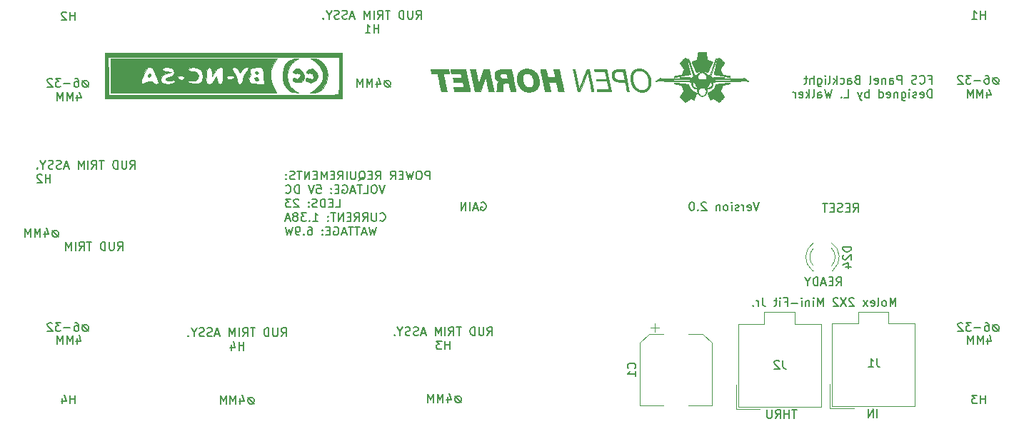
<source format=gbr>
%TF.GenerationSoftware,KiCad,Pcbnew,(5.1.6)-1*%
%TF.CreationDate,2020-12-18T19:30:20+11:00*%
%TF.ProjectId,FCS Panel PCB V2,46435320-5061-46e6-956c-205043422056,rev?*%
%TF.SameCoordinates,Original*%
%TF.FileFunction,Legend,Bot*%
%TF.FilePolarity,Positive*%
%FSLAX46Y46*%
G04 Gerber Fmt 4.6, Leading zero omitted, Abs format (unit mm)*
G04 Created by KiCad (PCBNEW (5.1.6)-1) date 2020-12-18 19:30:20*
%MOMM*%
%LPD*%
G01*
G04 APERTURE LIST*
%ADD10C,0.150000*%
%ADD11C,0.010000*%
%ADD12C,0.120000*%
G04 APERTURE END LIST*
D10*
X181271040Y-80287120D02*
X181604373Y-79810930D01*
X181842468Y-80287120D02*
X181842468Y-79287120D01*
X181461516Y-79287120D01*
X181366278Y-79334740D01*
X181318659Y-79382359D01*
X181271040Y-79477597D01*
X181271040Y-79620454D01*
X181318659Y-79715692D01*
X181366278Y-79763311D01*
X181461516Y-79810930D01*
X181842468Y-79810930D01*
X180842468Y-79763311D02*
X180509135Y-79763311D01*
X180366278Y-80287120D02*
X180842468Y-80287120D01*
X180842468Y-79287120D01*
X180366278Y-79287120D01*
X179985325Y-80001406D02*
X179509135Y-80001406D01*
X180080563Y-80287120D02*
X179747230Y-79287120D01*
X179413897Y-80287120D01*
X179080563Y-80287120D02*
X179080563Y-79287120D01*
X178842468Y-79287120D01*
X178699611Y-79334740D01*
X178604373Y-79429978D01*
X178556754Y-79525216D01*
X178509135Y-79715692D01*
X178509135Y-79858549D01*
X178556754Y-80049025D01*
X178604373Y-80144263D01*
X178699611Y-80239501D01*
X178842468Y-80287120D01*
X179080563Y-80287120D01*
X177890087Y-79810930D02*
X177890087Y-80287120D01*
X178223420Y-79287120D02*
X177890087Y-79810930D01*
X177556754Y-79287120D01*
X128155485Y-55926076D02*
X127965009Y-55926076D01*
X127774533Y-56021314D01*
X127679295Y-56211790D01*
X127679295Y-56402266D01*
X127774533Y-56592742D01*
X127965009Y-56687980D01*
X128155485Y-56687980D01*
X128345961Y-56592742D01*
X128441200Y-56402266D01*
X128441200Y-56211790D01*
X128345961Y-56021314D01*
X128155485Y-55926076D01*
X127679295Y-55926076D02*
X128441200Y-56687980D01*
X126774533Y-56021314D02*
X126774533Y-56687980D01*
X127012628Y-55640361D02*
X127250723Y-56354647D01*
X126631676Y-56354647D01*
X126250723Y-56687980D02*
X126250723Y-55687980D01*
X125917390Y-56402266D01*
X125584057Y-55687980D01*
X125584057Y-56687980D01*
X125107866Y-56687980D02*
X125107866Y-55687980D01*
X124774533Y-56402266D01*
X124441200Y-55687980D01*
X124441200Y-56687980D01*
X111950285Y-93518076D02*
X111759809Y-93518076D01*
X111569333Y-93613314D01*
X111474095Y-93803790D01*
X111474095Y-93994266D01*
X111569333Y-94184742D01*
X111759809Y-94279980D01*
X111950285Y-94279980D01*
X112140761Y-94184742D01*
X112236000Y-93994266D01*
X112236000Y-93803790D01*
X112140761Y-93613314D01*
X111950285Y-93518076D01*
X111474095Y-93518076D02*
X112236000Y-94279980D01*
X110569333Y-93613314D02*
X110569333Y-94279980D01*
X110807428Y-93232361D02*
X111045523Y-93946647D01*
X110426476Y-93946647D01*
X110045523Y-94279980D02*
X110045523Y-93279980D01*
X109712190Y-93994266D01*
X109378857Y-93279980D01*
X109378857Y-94279980D01*
X108902666Y-94279980D02*
X108902666Y-93279980D01*
X108569333Y-93994266D01*
X108236000Y-93279980D01*
X108236000Y-94279980D01*
X136537485Y-93365676D02*
X136347009Y-93365676D01*
X136156533Y-93460914D01*
X136061295Y-93651390D01*
X136061295Y-93841866D01*
X136156533Y-94032342D01*
X136347009Y-94127580D01*
X136537485Y-94127580D01*
X136727961Y-94032342D01*
X136823200Y-93841866D01*
X136823200Y-93651390D01*
X136727961Y-93460914D01*
X136537485Y-93365676D01*
X136061295Y-93365676D02*
X136823200Y-94127580D01*
X135156533Y-93460914D02*
X135156533Y-94127580D01*
X135394628Y-93079961D02*
X135632723Y-93794247D01*
X135013676Y-93794247D01*
X134632723Y-94127580D02*
X134632723Y-93127580D01*
X134299390Y-93841866D01*
X133966057Y-93127580D01*
X133966057Y-94127580D01*
X133489866Y-94127580D02*
X133489866Y-93127580D01*
X133156533Y-93841866D01*
X132823200Y-93127580D01*
X132823200Y-94127580D01*
X88785485Y-73716236D02*
X88595009Y-73716236D01*
X88404533Y-73811474D01*
X88309295Y-74001950D01*
X88309295Y-74192426D01*
X88404533Y-74382902D01*
X88595009Y-74478140D01*
X88785485Y-74478140D01*
X88975961Y-74382902D01*
X89071200Y-74192426D01*
X89071200Y-74001950D01*
X88975961Y-73811474D01*
X88785485Y-73716236D01*
X88309295Y-73716236D02*
X89071200Y-74478140D01*
X87404533Y-73811474D02*
X87404533Y-74478140D01*
X87642628Y-73430521D02*
X87880723Y-74144807D01*
X87261676Y-74144807D01*
X86880723Y-74478140D02*
X86880723Y-73478140D01*
X86547390Y-74192426D01*
X86214057Y-73478140D01*
X86214057Y-74478140D01*
X85737866Y-74478140D02*
X85737866Y-73478140D01*
X85404533Y-74192426D01*
X85071200Y-73478140D01*
X85071200Y-74478140D01*
X115450285Y-86292180D02*
X115783619Y-85815990D01*
X116021714Y-86292180D02*
X116021714Y-85292180D01*
X115640761Y-85292180D01*
X115545523Y-85339800D01*
X115497904Y-85387419D01*
X115450285Y-85482657D01*
X115450285Y-85625514D01*
X115497904Y-85720752D01*
X115545523Y-85768371D01*
X115640761Y-85815990D01*
X116021714Y-85815990D01*
X115021714Y-85292180D02*
X115021714Y-86101704D01*
X114974095Y-86196942D01*
X114926476Y-86244561D01*
X114831238Y-86292180D01*
X114640761Y-86292180D01*
X114545523Y-86244561D01*
X114497904Y-86196942D01*
X114450285Y-86101704D01*
X114450285Y-85292180D01*
X113974095Y-86292180D02*
X113974095Y-85292180D01*
X113736000Y-85292180D01*
X113593142Y-85339800D01*
X113497904Y-85435038D01*
X113450285Y-85530276D01*
X113402666Y-85720752D01*
X113402666Y-85863609D01*
X113450285Y-86054085D01*
X113497904Y-86149323D01*
X113593142Y-86244561D01*
X113736000Y-86292180D01*
X113974095Y-86292180D01*
X112355047Y-85292180D02*
X111783619Y-85292180D01*
X112069333Y-86292180D02*
X112069333Y-85292180D01*
X110878857Y-86292180D02*
X111212190Y-85815990D01*
X111450285Y-86292180D02*
X111450285Y-85292180D01*
X111069333Y-85292180D01*
X110974095Y-85339800D01*
X110926476Y-85387419D01*
X110878857Y-85482657D01*
X110878857Y-85625514D01*
X110926476Y-85720752D01*
X110974095Y-85768371D01*
X111069333Y-85815990D01*
X111450285Y-85815990D01*
X110450285Y-86292180D02*
X110450285Y-85292180D01*
X109974095Y-86292180D02*
X109974095Y-85292180D01*
X109640761Y-86006466D01*
X109307428Y-85292180D01*
X109307428Y-86292180D01*
X108116952Y-86006466D02*
X107640761Y-86006466D01*
X108212190Y-86292180D02*
X107878857Y-85292180D01*
X107545523Y-86292180D01*
X107259809Y-86244561D02*
X107116952Y-86292180D01*
X106878857Y-86292180D01*
X106783619Y-86244561D01*
X106736000Y-86196942D01*
X106688380Y-86101704D01*
X106688380Y-86006466D01*
X106736000Y-85911228D01*
X106783619Y-85863609D01*
X106878857Y-85815990D01*
X107069333Y-85768371D01*
X107164571Y-85720752D01*
X107212190Y-85673133D01*
X107259809Y-85577895D01*
X107259809Y-85482657D01*
X107212190Y-85387419D01*
X107164571Y-85339800D01*
X107069333Y-85292180D01*
X106831238Y-85292180D01*
X106688380Y-85339800D01*
X106307428Y-86244561D02*
X106164571Y-86292180D01*
X105926476Y-86292180D01*
X105831238Y-86244561D01*
X105783619Y-86196942D01*
X105736000Y-86101704D01*
X105736000Y-86006466D01*
X105783619Y-85911228D01*
X105831238Y-85863609D01*
X105926476Y-85815990D01*
X106116952Y-85768371D01*
X106212190Y-85720752D01*
X106259809Y-85673133D01*
X106307428Y-85577895D01*
X106307428Y-85482657D01*
X106259809Y-85387419D01*
X106212190Y-85339800D01*
X106116952Y-85292180D01*
X105878857Y-85292180D01*
X105736000Y-85339800D01*
X105116952Y-85815990D02*
X105116952Y-86292180D01*
X105450285Y-85292180D02*
X105116952Y-85815990D01*
X104783619Y-85292180D01*
X104450285Y-86196942D02*
X104402666Y-86244561D01*
X104450285Y-86292180D01*
X104497904Y-86244561D01*
X104450285Y-86196942D01*
X104450285Y-86292180D01*
X110997904Y-87942180D02*
X110997904Y-86942180D01*
X110997904Y-87418371D02*
X110426476Y-87418371D01*
X110426476Y-87942180D02*
X110426476Y-86942180D01*
X109521714Y-87275514D02*
X109521714Y-87942180D01*
X109759809Y-86894561D02*
X109997904Y-87608847D01*
X109378857Y-87608847D01*
X139885085Y-86190580D02*
X140218419Y-85714390D01*
X140456514Y-86190580D02*
X140456514Y-85190580D01*
X140075561Y-85190580D01*
X139980323Y-85238200D01*
X139932704Y-85285819D01*
X139885085Y-85381057D01*
X139885085Y-85523914D01*
X139932704Y-85619152D01*
X139980323Y-85666771D01*
X140075561Y-85714390D01*
X140456514Y-85714390D01*
X139456514Y-85190580D02*
X139456514Y-86000104D01*
X139408895Y-86095342D01*
X139361276Y-86142961D01*
X139266038Y-86190580D01*
X139075561Y-86190580D01*
X138980323Y-86142961D01*
X138932704Y-86095342D01*
X138885085Y-86000104D01*
X138885085Y-85190580D01*
X138408895Y-86190580D02*
X138408895Y-85190580D01*
X138170800Y-85190580D01*
X138027942Y-85238200D01*
X137932704Y-85333438D01*
X137885085Y-85428676D01*
X137837466Y-85619152D01*
X137837466Y-85762009D01*
X137885085Y-85952485D01*
X137932704Y-86047723D01*
X138027942Y-86142961D01*
X138170800Y-86190580D01*
X138408895Y-86190580D01*
X136789847Y-85190580D02*
X136218419Y-85190580D01*
X136504133Y-86190580D02*
X136504133Y-85190580D01*
X135313657Y-86190580D02*
X135646990Y-85714390D01*
X135885085Y-86190580D02*
X135885085Y-85190580D01*
X135504133Y-85190580D01*
X135408895Y-85238200D01*
X135361276Y-85285819D01*
X135313657Y-85381057D01*
X135313657Y-85523914D01*
X135361276Y-85619152D01*
X135408895Y-85666771D01*
X135504133Y-85714390D01*
X135885085Y-85714390D01*
X134885085Y-86190580D02*
X134885085Y-85190580D01*
X134408895Y-86190580D02*
X134408895Y-85190580D01*
X134075561Y-85904866D01*
X133742228Y-85190580D01*
X133742228Y-86190580D01*
X132551752Y-85904866D02*
X132075561Y-85904866D01*
X132646990Y-86190580D02*
X132313657Y-85190580D01*
X131980323Y-86190580D01*
X131694609Y-86142961D02*
X131551752Y-86190580D01*
X131313657Y-86190580D01*
X131218419Y-86142961D01*
X131170800Y-86095342D01*
X131123180Y-86000104D01*
X131123180Y-85904866D01*
X131170800Y-85809628D01*
X131218419Y-85762009D01*
X131313657Y-85714390D01*
X131504133Y-85666771D01*
X131599371Y-85619152D01*
X131646990Y-85571533D01*
X131694609Y-85476295D01*
X131694609Y-85381057D01*
X131646990Y-85285819D01*
X131599371Y-85238200D01*
X131504133Y-85190580D01*
X131266038Y-85190580D01*
X131123180Y-85238200D01*
X130742228Y-86142961D02*
X130599371Y-86190580D01*
X130361276Y-86190580D01*
X130266038Y-86142961D01*
X130218419Y-86095342D01*
X130170800Y-86000104D01*
X130170800Y-85904866D01*
X130218419Y-85809628D01*
X130266038Y-85762009D01*
X130361276Y-85714390D01*
X130551752Y-85666771D01*
X130646990Y-85619152D01*
X130694609Y-85571533D01*
X130742228Y-85476295D01*
X130742228Y-85381057D01*
X130694609Y-85285819D01*
X130646990Y-85238200D01*
X130551752Y-85190580D01*
X130313657Y-85190580D01*
X130170800Y-85238200D01*
X129551752Y-85714390D02*
X129551752Y-86190580D01*
X129885085Y-85190580D02*
X129551752Y-85714390D01*
X129218419Y-85190580D01*
X128885085Y-86095342D02*
X128837466Y-86142961D01*
X128885085Y-86190580D01*
X128932704Y-86142961D01*
X128885085Y-86095342D01*
X128885085Y-86190580D01*
X135432704Y-87840580D02*
X135432704Y-86840580D01*
X135432704Y-87316771D02*
X134861276Y-87316771D01*
X134861276Y-87840580D02*
X134861276Y-86840580D01*
X134480323Y-86840580D02*
X133861276Y-86840580D01*
X134194609Y-87221533D01*
X134051752Y-87221533D01*
X133956514Y-87269152D01*
X133908895Y-87316771D01*
X133861276Y-87412009D01*
X133861276Y-87650104D01*
X133908895Y-87745342D01*
X133956514Y-87792961D01*
X134051752Y-87840580D01*
X134337466Y-87840580D01*
X134432704Y-87792961D01*
X134480323Y-87745342D01*
X97543195Y-66429380D02*
X97876528Y-65953190D01*
X98114623Y-66429380D02*
X98114623Y-65429380D01*
X97733671Y-65429380D01*
X97638433Y-65477000D01*
X97590814Y-65524619D01*
X97543195Y-65619857D01*
X97543195Y-65762714D01*
X97590814Y-65857952D01*
X97638433Y-65905571D01*
X97733671Y-65953190D01*
X98114623Y-65953190D01*
X97114623Y-65429380D02*
X97114623Y-66238904D01*
X97067004Y-66334142D01*
X97019385Y-66381761D01*
X96924147Y-66429380D01*
X96733671Y-66429380D01*
X96638433Y-66381761D01*
X96590814Y-66334142D01*
X96543195Y-66238904D01*
X96543195Y-65429380D01*
X96067004Y-66429380D02*
X96067004Y-65429380D01*
X95828909Y-65429380D01*
X95686052Y-65477000D01*
X95590814Y-65572238D01*
X95543195Y-65667476D01*
X95495576Y-65857952D01*
X95495576Y-66000809D01*
X95543195Y-66191285D01*
X95590814Y-66286523D01*
X95686052Y-66381761D01*
X95828909Y-66429380D01*
X96067004Y-66429380D01*
X94447957Y-65429380D02*
X93876528Y-65429380D01*
X94162242Y-66429380D02*
X94162242Y-65429380D01*
X92971766Y-66429380D02*
X93305100Y-65953190D01*
X93543195Y-66429380D02*
X93543195Y-65429380D01*
X93162242Y-65429380D01*
X93067004Y-65477000D01*
X93019385Y-65524619D01*
X92971766Y-65619857D01*
X92971766Y-65762714D01*
X93019385Y-65857952D01*
X93067004Y-65905571D01*
X93162242Y-65953190D01*
X93543195Y-65953190D01*
X92543195Y-66429380D02*
X92543195Y-65429380D01*
X92067004Y-66429380D02*
X92067004Y-65429380D01*
X91733671Y-66143666D01*
X91400338Y-65429380D01*
X91400338Y-66429380D01*
X90209861Y-66143666D02*
X89733671Y-66143666D01*
X90305100Y-66429380D02*
X89971766Y-65429380D01*
X89638433Y-66429380D01*
X89352719Y-66381761D02*
X89209861Y-66429380D01*
X88971766Y-66429380D01*
X88876528Y-66381761D01*
X88828909Y-66334142D01*
X88781290Y-66238904D01*
X88781290Y-66143666D01*
X88828909Y-66048428D01*
X88876528Y-66000809D01*
X88971766Y-65953190D01*
X89162242Y-65905571D01*
X89257480Y-65857952D01*
X89305100Y-65810333D01*
X89352719Y-65715095D01*
X89352719Y-65619857D01*
X89305100Y-65524619D01*
X89257480Y-65477000D01*
X89162242Y-65429380D01*
X88924147Y-65429380D01*
X88781290Y-65477000D01*
X88400338Y-66381761D02*
X88257480Y-66429380D01*
X88019385Y-66429380D01*
X87924147Y-66381761D01*
X87876528Y-66334142D01*
X87828909Y-66238904D01*
X87828909Y-66143666D01*
X87876528Y-66048428D01*
X87924147Y-66000809D01*
X88019385Y-65953190D01*
X88209861Y-65905571D01*
X88305100Y-65857952D01*
X88352719Y-65810333D01*
X88400338Y-65715095D01*
X88400338Y-65619857D01*
X88352719Y-65524619D01*
X88305100Y-65477000D01*
X88209861Y-65429380D01*
X87971766Y-65429380D01*
X87828909Y-65477000D01*
X87209861Y-65953190D02*
X87209861Y-66429380D01*
X87543195Y-65429380D02*
X87209861Y-65953190D01*
X86876528Y-65429380D01*
X86543195Y-66334142D02*
X86495576Y-66381761D01*
X86543195Y-66429380D01*
X86590814Y-66381761D01*
X86543195Y-66334142D01*
X86543195Y-66429380D01*
X88067004Y-68079380D02*
X88067004Y-67079380D01*
X88067004Y-67555571D02*
X87495576Y-67555571D01*
X87495576Y-68079380D02*
X87495576Y-67079380D01*
X87067004Y-67174619D02*
X87019385Y-67127000D01*
X86924147Y-67079380D01*
X86686052Y-67079380D01*
X86590814Y-67127000D01*
X86543195Y-67174619D01*
X86495576Y-67269857D01*
X86495576Y-67365095D01*
X86543195Y-67507952D01*
X87114623Y-68079380D01*
X86495576Y-68079380D01*
X131452285Y-48649380D02*
X131785619Y-48173190D01*
X132023714Y-48649380D02*
X132023714Y-47649380D01*
X131642761Y-47649380D01*
X131547523Y-47697000D01*
X131499904Y-47744619D01*
X131452285Y-47839857D01*
X131452285Y-47982714D01*
X131499904Y-48077952D01*
X131547523Y-48125571D01*
X131642761Y-48173190D01*
X132023714Y-48173190D01*
X131023714Y-47649380D02*
X131023714Y-48458904D01*
X130976095Y-48554142D01*
X130928476Y-48601761D01*
X130833238Y-48649380D01*
X130642761Y-48649380D01*
X130547523Y-48601761D01*
X130499904Y-48554142D01*
X130452285Y-48458904D01*
X130452285Y-47649380D01*
X129976095Y-48649380D02*
X129976095Y-47649380D01*
X129738000Y-47649380D01*
X129595142Y-47697000D01*
X129499904Y-47792238D01*
X129452285Y-47887476D01*
X129404666Y-48077952D01*
X129404666Y-48220809D01*
X129452285Y-48411285D01*
X129499904Y-48506523D01*
X129595142Y-48601761D01*
X129738000Y-48649380D01*
X129976095Y-48649380D01*
X128357047Y-47649380D02*
X127785619Y-47649380D01*
X128071333Y-48649380D02*
X128071333Y-47649380D01*
X126880857Y-48649380D02*
X127214190Y-48173190D01*
X127452285Y-48649380D02*
X127452285Y-47649380D01*
X127071333Y-47649380D01*
X126976095Y-47697000D01*
X126928476Y-47744619D01*
X126880857Y-47839857D01*
X126880857Y-47982714D01*
X126928476Y-48077952D01*
X126976095Y-48125571D01*
X127071333Y-48173190D01*
X127452285Y-48173190D01*
X126452285Y-48649380D02*
X126452285Y-47649380D01*
X125976095Y-48649380D02*
X125976095Y-47649380D01*
X125642761Y-48363666D01*
X125309428Y-47649380D01*
X125309428Y-48649380D01*
X124118952Y-48363666D02*
X123642761Y-48363666D01*
X124214190Y-48649380D02*
X123880857Y-47649380D01*
X123547523Y-48649380D01*
X123261809Y-48601761D02*
X123118952Y-48649380D01*
X122880857Y-48649380D01*
X122785619Y-48601761D01*
X122738000Y-48554142D01*
X122690380Y-48458904D01*
X122690380Y-48363666D01*
X122738000Y-48268428D01*
X122785619Y-48220809D01*
X122880857Y-48173190D01*
X123071333Y-48125571D01*
X123166571Y-48077952D01*
X123214190Y-48030333D01*
X123261809Y-47935095D01*
X123261809Y-47839857D01*
X123214190Y-47744619D01*
X123166571Y-47697000D01*
X123071333Y-47649380D01*
X122833238Y-47649380D01*
X122690380Y-47697000D01*
X122309428Y-48601761D02*
X122166571Y-48649380D01*
X121928476Y-48649380D01*
X121833238Y-48601761D01*
X121785619Y-48554142D01*
X121738000Y-48458904D01*
X121738000Y-48363666D01*
X121785619Y-48268428D01*
X121833238Y-48220809D01*
X121928476Y-48173190D01*
X122118952Y-48125571D01*
X122214190Y-48077952D01*
X122261809Y-48030333D01*
X122309428Y-47935095D01*
X122309428Y-47839857D01*
X122261809Y-47744619D01*
X122214190Y-47697000D01*
X122118952Y-47649380D01*
X121880857Y-47649380D01*
X121738000Y-47697000D01*
X121118952Y-48173190D02*
X121118952Y-48649380D01*
X121452285Y-47649380D02*
X121118952Y-48173190D01*
X120785619Y-47649380D01*
X120452285Y-48554142D02*
X120404666Y-48601761D01*
X120452285Y-48649380D01*
X120499904Y-48601761D01*
X120452285Y-48554142D01*
X120452285Y-48649380D01*
X126999904Y-50299380D02*
X126999904Y-49299380D01*
X126999904Y-49775571D02*
X126428476Y-49775571D01*
X126428476Y-50299380D02*
X126428476Y-49299380D01*
X125428476Y-50299380D02*
X125999904Y-50299380D01*
X125714190Y-50299380D02*
X125714190Y-49299380D01*
X125809428Y-49442238D01*
X125904666Y-49537476D01*
X125999904Y-49585095D01*
X133077674Y-67683100D02*
X133077674Y-66683100D01*
X132696721Y-66683100D01*
X132601483Y-66730720D01*
X132553864Y-66778339D01*
X132506245Y-66873577D01*
X132506245Y-67016434D01*
X132553864Y-67111672D01*
X132601483Y-67159291D01*
X132696721Y-67206910D01*
X133077674Y-67206910D01*
X131887198Y-66683100D02*
X131696721Y-66683100D01*
X131601483Y-66730720D01*
X131506245Y-66825958D01*
X131458626Y-67016434D01*
X131458626Y-67349767D01*
X131506245Y-67540243D01*
X131601483Y-67635481D01*
X131696721Y-67683100D01*
X131887198Y-67683100D01*
X131982436Y-67635481D01*
X132077674Y-67540243D01*
X132125293Y-67349767D01*
X132125293Y-67016434D01*
X132077674Y-66825958D01*
X131982436Y-66730720D01*
X131887198Y-66683100D01*
X131125293Y-66683100D02*
X130887198Y-67683100D01*
X130696721Y-66968815D01*
X130506245Y-67683100D01*
X130268150Y-66683100D01*
X129887198Y-67159291D02*
X129553864Y-67159291D01*
X129411007Y-67683100D02*
X129887198Y-67683100D01*
X129887198Y-66683100D01*
X129411007Y-66683100D01*
X128411007Y-67683100D02*
X128744340Y-67206910D01*
X128982436Y-67683100D02*
X128982436Y-66683100D01*
X128601483Y-66683100D01*
X128506245Y-66730720D01*
X128458626Y-66778339D01*
X128411007Y-66873577D01*
X128411007Y-67016434D01*
X128458626Y-67111672D01*
X128506245Y-67159291D01*
X128601483Y-67206910D01*
X128982436Y-67206910D01*
X126649102Y-67683100D02*
X126982436Y-67206910D01*
X127220531Y-67683100D02*
X127220531Y-66683100D01*
X126839579Y-66683100D01*
X126744340Y-66730720D01*
X126696721Y-66778339D01*
X126649102Y-66873577D01*
X126649102Y-67016434D01*
X126696721Y-67111672D01*
X126744340Y-67159291D01*
X126839579Y-67206910D01*
X127220531Y-67206910D01*
X126220531Y-67159291D02*
X125887198Y-67159291D01*
X125744340Y-67683100D02*
X126220531Y-67683100D01*
X126220531Y-66683100D01*
X125744340Y-66683100D01*
X124649102Y-67778339D02*
X124744340Y-67730720D01*
X124839579Y-67635481D01*
X124982436Y-67492624D01*
X125077674Y-67445005D01*
X125172912Y-67445005D01*
X125125293Y-67683100D02*
X125220531Y-67635481D01*
X125315769Y-67540243D01*
X125363388Y-67349767D01*
X125363388Y-67016434D01*
X125315769Y-66825958D01*
X125220531Y-66730720D01*
X125125293Y-66683100D01*
X124934817Y-66683100D01*
X124839579Y-66730720D01*
X124744340Y-66825958D01*
X124696721Y-67016434D01*
X124696721Y-67349767D01*
X124744340Y-67540243D01*
X124839579Y-67635481D01*
X124934817Y-67683100D01*
X125125293Y-67683100D01*
X124268150Y-66683100D02*
X124268150Y-67492624D01*
X124220531Y-67587862D01*
X124172912Y-67635481D01*
X124077674Y-67683100D01*
X123887198Y-67683100D01*
X123791960Y-67635481D01*
X123744340Y-67587862D01*
X123696721Y-67492624D01*
X123696721Y-66683100D01*
X123220531Y-67683100D02*
X123220531Y-66683100D01*
X122172912Y-67683100D02*
X122506245Y-67206910D01*
X122744340Y-67683100D02*
X122744340Y-66683100D01*
X122363388Y-66683100D01*
X122268150Y-66730720D01*
X122220531Y-66778339D01*
X122172912Y-66873577D01*
X122172912Y-67016434D01*
X122220531Y-67111672D01*
X122268150Y-67159291D01*
X122363388Y-67206910D01*
X122744340Y-67206910D01*
X121744340Y-67159291D02*
X121411007Y-67159291D01*
X121268150Y-67683100D02*
X121744340Y-67683100D01*
X121744340Y-66683100D01*
X121268150Y-66683100D01*
X120839579Y-67683100D02*
X120839579Y-66683100D01*
X120506245Y-67397386D01*
X120172912Y-66683100D01*
X120172912Y-67683100D01*
X119696721Y-67159291D02*
X119363388Y-67159291D01*
X119220531Y-67683100D02*
X119696721Y-67683100D01*
X119696721Y-66683100D01*
X119220531Y-66683100D01*
X118791960Y-67683100D02*
X118791960Y-66683100D01*
X118220531Y-67683100D01*
X118220531Y-66683100D01*
X117887198Y-66683100D02*
X117315769Y-66683100D01*
X117601483Y-67683100D02*
X117601483Y-66683100D01*
X117030055Y-67635481D02*
X116887198Y-67683100D01*
X116649102Y-67683100D01*
X116553864Y-67635481D01*
X116506245Y-67587862D01*
X116458626Y-67492624D01*
X116458626Y-67397386D01*
X116506245Y-67302148D01*
X116553864Y-67254529D01*
X116649102Y-67206910D01*
X116839579Y-67159291D01*
X116934817Y-67111672D01*
X116982436Y-67064053D01*
X117030055Y-66968815D01*
X117030055Y-66873577D01*
X116982436Y-66778339D01*
X116934817Y-66730720D01*
X116839579Y-66683100D01*
X116601483Y-66683100D01*
X116458626Y-66730720D01*
X116030055Y-67587862D02*
X115982436Y-67635481D01*
X116030055Y-67683100D01*
X116077674Y-67635481D01*
X116030055Y-67587862D01*
X116030055Y-67683100D01*
X116030055Y-67064053D02*
X115982436Y-67111672D01*
X116030055Y-67159291D01*
X116077674Y-67111672D01*
X116030055Y-67064053D01*
X116030055Y-67159291D01*
X127744340Y-68333100D02*
X127411007Y-69333100D01*
X127077674Y-68333100D01*
X126553864Y-68333100D02*
X126363388Y-68333100D01*
X126268150Y-68380720D01*
X126172912Y-68475958D01*
X126125293Y-68666434D01*
X126125293Y-68999767D01*
X126172912Y-69190243D01*
X126268150Y-69285481D01*
X126363388Y-69333100D01*
X126553864Y-69333100D01*
X126649102Y-69285481D01*
X126744340Y-69190243D01*
X126791960Y-68999767D01*
X126791960Y-68666434D01*
X126744340Y-68475958D01*
X126649102Y-68380720D01*
X126553864Y-68333100D01*
X125220531Y-69333100D02*
X125696721Y-69333100D01*
X125696721Y-68333100D01*
X125030055Y-68333100D02*
X124458626Y-68333100D01*
X124744340Y-69333100D02*
X124744340Y-68333100D01*
X124172912Y-69047386D02*
X123696721Y-69047386D01*
X124268150Y-69333100D02*
X123934817Y-68333100D01*
X123601483Y-69333100D01*
X122744340Y-68380720D02*
X122839579Y-68333100D01*
X122982436Y-68333100D01*
X123125293Y-68380720D01*
X123220531Y-68475958D01*
X123268150Y-68571196D01*
X123315769Y-68761672D01*
X123315769Y-68904529D01*
X123268150Y-69095005D01*
X123220531Y-69190243D01*
X123125293Y-69285481D01*
X122982436Y-69333100D01*
X122887198Y-69333100D01*
X122744340Y-69285481D01*
X122696721Y-69237862D01*
X122696721Y-68904529D01*
X122887198Y-68904529D01*
X122268150Y-68809291D02*
X121934817Y-68809291D01*
X121791960Y-69333100D02*
X122268150Y-69333100D01*
X122268150Y-68333100D01*
X121791960Y-68333100D01*
X121363388Y-69237862D02*
X121315769Y-69285481D01*
X121363388Y-69333100D01*
X121411007Y-69285481D01*
X121363388Y-69237862D01*
X121363388Y-69333100D01*
X121363388Y-68714053D02*
X121315769Y-68761672D01*
X121363388Y-68809291D01*
X121411007Y-68761672D01*
X121363388Y-68714053D01*
X121363388Y-68809291D01*
X119649102Y-68333100D02*
X120125293Y-68333100D01*
X120172912Y-68809291D01*
X120125293Y-68761672D01*
X120030055Y-68714053D01*
X119791960Y-68714053D01*
X119696721Y-68761672D01*
X119649102Y-68809291D01*
X119601483Y-68904529D01*
X119601483Y-69142624D01*
X119649102Y-69237862D01*
X119696721Y-69285481D01*
X119791960Y-69333100D01*
X120030055Y-69333100D01*
X120125293Y-69285481D01*
X120172912Y-69237862D01*
X119315769Y-68333100D02*
X118982436Y-69333100D01*
X118649102Y-68333100D01*
X117553864Y-69333100D02*
X117553864Y-68333100D01*
X117315769Y-68333100D01*
X117172912Y-68380720D01*
X117077674Y-68475958D01*
X117030055Y-68571196D01*
X116982436Y-68761672D01*
X116982436Y-68904529D01*
X117030055Y-69095005D01*
X117077674Y-69190243D01*
X117172912Y-69285481D01*
X117315769Y-69333100D01*
X117553864Y-69333100D01*
X115982436Y-69237862D02*
X116030055Y-69285481D01*
X116172912Y-69333100D01*
X116268150Y-69333100D01*
X116411007Y-69285481D01*
X116506245Y-69190243D01*
X116553864Y-69095005D01*
X116601483Y-68904529D01*
X116601483Y-68761672D01*
X116553864Y-68571196D01*
X116506245Y-68475958D01*
X116411007Y-68380720D01*
X116268150Y-68333100D01*
X116172912Y-68333100D01*
X116030055Y-68380720D01*
X115982436Y-68428339D01*
X121887198Y-70983100D02*
X122363388Y-70983100D01*
X122363388Y-69983100D01*
X121553864Y-70459291D02*
X121220531Y-70459291D01*
X121077674Y-70983100D02*
X121553864Y-70983100D01*
X121553864Y-69983100D01*
X121077674Y-69983100D01*
X120649102Y-70983100D02*
X120649102Y-69983100D01*
X120411007Y-69983100D01*
X120268150Y-70030720D01*
X120172912Y-70125958D01*
X120125293Y-70221196D01*
X120077674Y-70411672D01*
X120077674Y-70554529D01*
X120125293Y-70745005D01*
X120172912Y-70840243D01*
X120268150Y-70935481D01*
X120411007Y-70983100D01*
X120649102Y-70983100D01*
X119696721Y-70935481D02*
X119553864Y-70983100D01*
X119315769Y-70983100D01*
X119220531Y-70935481D01*
X119172912Y-70887862D01*
X119125293Y-70792624D01*
X119125293Y-70697386D01*
X119172912Y-70602148D01*
X119220531Y-70554529D01*
X119315769Y-70506910D01*
X119506245Y-70459291D01*
X119601483Y-70411672D01*
X119649102Y-70364053D01*
X119696721Y-70268815D01*
X119696721Y-70173577D01*
X119649102Y-70078339D01*
X119601483Y-70030720D01*
X119506245Y-69983100D01*
X119268150Y-69983100D01*
X119125293Y-70030720D01*
X118696721Y-70887862D02*
X118649102Y-70935481D01*
X118696721Y-70983100D01*
X118744340Y-70935481D01*
X118696721Y-70887862D01*
X118696721Y-70983100D01*
X118696721Y-70364053D02*
X118649102Y-70411672D01*
X118696721Y-70459291D01*
X118744340Y-70411672D01*
X118696721Y-70364053D01*
X118696721Y-70459291D01*
X117506245Y-70078339D02*
X117458626Y-70030720D01*
X117363388Y-69983100D01*
X117125293Y-69983100D01*
X117030055Y-70030720D01*
X116982436Y-70078339D01*
X116934817Y-70173577D01*
X116934817Y-70268815D01*
X116982436Y-70411672D01*
X117553864Y-70983100D01*
X116934817Y-70983100D01*
X116601483Y-69983100D02*
X115982436Y-69983100D01*
X116315769Y-70364053D01*
X116172912Y-70364053D01*
X116077674Y-70411672D01*
X116030055Y-70459291D01*
X115982436Y-70554529D01*
X115982436Y-70792624D01*
X116030055Y-70887862D01*
X116077674Y-70935481D01*
X116172912Y-70983100D01*
X116458626Y-70983100D01*
X116553864Y-70935481D01*
X116601483Y-70887862D01*
X127172912Y-72537862D02*
X127220531Y-72585481D01*
X127363388Y-72633100D01*
X127458626Y-72633100D01*
X127601483Y-72585481D01*
X127696721Y-72490243D01*
X127744340Y-72395005D01*
X127791960Y-72204529D01*
X127791960Y-72061672D01*
X127744340Y-71871196D01*
X127696721Y-71775958D01*
X127601483Y-71680720D01*
X127458626Y-71633100D01*
X127363388Y-71633100D01*
X127220531Y-71680720D01*
X127172912Y-71728339D01*
X126744340Y-71633100D02*
X126744340Y-72442624D01*
X126696721Y-72537862D01*
X126649102Y-72585481D01*
X126553864Y-72633100D01*
X126363388Y-72633100D01*
X126268150Y-72585481D01*
X126220531Y-72537862D01*
X126172912Y-72442624D01*
X126172912Y-71633100D01*
X125125293Y-72633100D02*
X125458626Y-72156910D01*
X125696721Y-72633100D02*
X125696721Y-71633100D01*
X125315769Y-71633100D01*
X125220531Y-71680720D01*
X125172912Y-71728339D01*
X125125293Y-71823577D01*
X125125293Y-71966434D01*
X125172912Y-72061672D01*
X125220531Y-72109291D01*
X125315769Y-72156910D01*
X125696721Y-72156910D01*
X124125293Y-72633100D02*
X124458626Y-72156910D01*
X124696721Y-72633100D02*
X124696721Y-71633100D01*
X124315769Y-71633100D01*
X124220531Y-71680720D01*
X124172912Y-71728339D01*
X124125293Y-71823577D01*
X124125293Y-71966434D01*
X124172912Y-72061672D01*
X124220531Y-72109291D01*
X124315769Y-72156910D01*
X124696721Y-72156910D01*
X123696721Y-72109291D02*
X123363388Y-72109291D01*
X123220531Y-72633100D02*
X123696721Y-72633100D01*
X123696721Y-71633100D01*
X123220531Y-71633100D01*
X122791960Y-72633100D02*
X122791960Y-71633100D01*
X122220531Y-72633100D01*
X122220531Y-71633100D01*
X121887198Y-71633100D02*
X121315769Y-71633100D01*
X121601483Y-72633100D02*
X121601483Y-71633100D01*
X120982436Y-72537862D02*
X120934817Y-72585481D01*
X120982436Y-72633100D01*
X121030055Y-72585481D01*
X120982436Y-72537862D01*
X120982436Y-72633100D01*
X120982436Y-72014053D02*
X120934817Y-72061672D01*
X120982436Y-72109291D01*
X121030055Y-72061672D01*
X120982436Y-72014053D01*
X120982436Y-72109291D01*
X119220531Y-72633100D02*
X119791960Y-72633100D01*
X119506245Y-72633100D02*
X119506245Y-71633100D01*
X119601483Y-71775958D01*
X119696721Y-71871196D01*
X119791960Y-71918815D01*
X118791960Y-72537862D02*
X118744340Y-72585481D01*
X118791960Y-72633100D01*
X118839579Y-72585481D01*
X118791960Y-72537862D01*
X118791960Y-72633100D01*
X118411007Y-71633100D02*
X117791960Y-71633100D01*
X118125293Y-72014053D01*
X117982436Y-72014053D01*
X117887198Y-72061672D01*
X117839579Y-72109291D01*
X117791960Y-72204529D01*
X117791960Y-72442624D01*
X117839579Y-72537862D01*
X117887198Y-72585481D01*
X117982436Y-72633100D01*
X118268150Y-72633100D01*
X118363388Y-72585481D01*
X118411007Y-72537862D01*
X117220531Y-72061672D02*
X117315769Y-72014053D01*
X117363388Y-71966434D01*
X117411007Y-71871196D01*
X117411007Y-71823577D01*
X117363388Y-71728339D01*
X117315769Y-71680720D01*
X117220531Y-71633100D01*
X117030055Y-71633100D01*
X116934817Y-71680720D01*
X116887198Y-71728339D01*
X116839579Y-71823577D01*
X116839579Y-71871196D01*
X116887198Y-71966434D01*
X116934817Y-72014053D01*
X117030055Y-72061672D01*
X117220531Y-72061672D01*
X117315769Y-72109291D01*
X117363388Y-72156910D01*
X117411007Y-72252148D01*
X117411007Y-72442624D01*
X117363388Y-72537862D01*
X117315769Y-72585481D01*
X117220531Y-72633100D01*
X117030055Y-72633100D01*
X116934817Y-72585481D01*
X116887198Y-72537862D01*
X116839579Y-72442624D01*
X116839579Y-72252148D01*
X116887198Y-72156910D01*
X116934817Y-72109291D01*
X117030055Y-72061672D01*
X116458626Y-72347386D02*
X115982436Y-72347386D01*
X116553864Y-72633100D02*
X116220531Y-71633100D01*
X115887198Y-72633100D01*
X126696721Y-73283100D02*
X126458626Y-74283100D01*
X126268150Y-73568815D01*
X126077674Y-74283100D01*
X125839579Y-73283100D01*
X125506245Y-73997386D02*
X125030055Y-73997386D01*
X125601483Y-74283100D02*
X125268150Y-73283100D01*
X124934817Y-74283100D01*
X124744340Y-73283100D02*
X124172912Y-73283100D01*
X124458626Y-74283100D02*
X124458626Y-73283100D01*
X123982436Y-73283100D02*
X123411007Y-73283100D01*
X123696721Y-74283100D02*
X123696721Y-73283100D01*
X123125293Y-73997386D02*
X122649102Y-73997386D01*
X123220531Y-74283100D02*
X122887198Y-73283100D01*
X122553864Y-74283100D01*
X121696721Y-73330720D02*
X121791960Y-73283100D01*
X121934817Y-73283100D01*
X122077674Y-73330720D01*
X122172912Y-73425958D01*
X122220531Y-73521196D01*
X122268150Y-73711672D01*
X122268150Y-73854529D01*
X122220531Y-74045005D01*
X122172912Y-74140243D01*
X122077674Y-74235481D01*
X121934817Y-74283100D01*
X121839579Y-74283100D01*
X121696721Y-74235481D01*
X121649102Y-74187862D01*
X121649102Y-73854529D01*
X121839579Y-73854529D01*
X121220531Y-73759291D02*
X120887198Y-73759291D01*
X120744340Y-74283100D02*
X121220531Y-74283100D01*
X121220531Y-73283100D01*
X120744340Y-73283100D01*
X120315769Y-74187862D02*
X120268150Y-74235481D01*
X120315769Y-74283100D01*
X120363388Y-74235481D01*
X120315769Y-74187862D01*
X120315769Y-74283100D01*
X120315769Y-73664053D02*
X120268150Y-73711672D01*
X120315769Y-73759291D01*
X120363388Y-73711672D01*
X120315769Y-73664053D01*
X120315769Y-73759291D01*
X118649102Y-73283100D02*
X118839579Y-73283100D01*
X118934817Y-73330720D01*
X118982436Y-73378339D01*
X119077674Y-73521196D01*
X119125293Y-73711672D01*
X119125293Y-74092624D01*
X119077674Y-74187862D01*
X119030055Y-74235481D01*
X118934817Y-74283100D01*
X118744340Y-74283100D01*
X118649102Y-74235481D01*
X118601483Y-74187862D01*
X118553864Y-74092624D01*
X118553864Y-73854529D01*
X118601483Y-73759291D01*
X118649102Y-73711672D01*
X118744340Y-73664053D01*
X118934817Y-73664053D01*
X119030055Y-73711672D01*
X119077674Y-73759291D01*
X119125293Y-73854529D01*
X118125293Y-74187862D02*
X118077674Y-74235481D01*
X118125293Y-74283100D01*
X118172912Y-74235481D01*
X118125293Y-74187862D01*
X118125293Y-74283100D01*
X117601483Y-74283100D02*
X117411007Y-74283100D01*
X117315769Y-74235481D01*
X117268150Y-74187862D01*
X117172912Y-74045005D01*
X117125293Y-73854529D01*
X117125293Y-73473577D01*
X117172912Y-73378339D01*
X117220531Y-73330720D01*
X117315769Y-73283100D01*
X117506245Y-73283100D01*
X117601483Y-73330720D01*
X117649102Y-73378339D01*
X117696721Y-73473577D01*
X117696721Y-73711672D01*
X117649102Y-73806910D01*
X117601483Y-73854529D01*
X117506245Y-73902148D01*
X117315769Y-73902148D01*
X117220531Y-73854529D01*
X117172912Y-73806910D01*
X117125293Y-73711672D01*
X116791960Y-73283100D02*
X116553864Y-74283100D01*
X116363388Y-73568815D01*
X116172912Y-74283100D01*
X115934817Y-73283100D01*
X96054514Y-76093580D02*
X96387847Y-75617390D01*
X96625942Y-76093580D02*
X96625942Y-75093580D01*
X96244990Y-75093580D01*
X96149752Y-75141200D01*
X96102133Y-75188819D01*
X96054514Y-75284057D01*
X96054514Y-75426914D01*
X96102133Y-75522152D01*
X96149752Y-75569771D01*
X96244990Y-75617390D01*
X96625942Y-75617390D01*
X95625942Y-75093580D02*
X95625942Y-75903104D01*
X95578323Y-75998342D01*
X95530704Y-76045961D01*
X95435466Y-76093580D01*
X95244990Y-76093580D01*
X95149752Y-76045961D01*
X95102133Y-75998342D01*
X95054514Y-75903104D01*
X95054514Y-75093580D01*
X94578323Y-76093580D02*
X94578323Y-75093580D01*
X94340228Y-75093580D01*
X94197371Y-75141200D01*
X94102133Y-75236438D01*
X94054514Y-75331676D01*
X94006895Y-75522152D01*
X94006895Y-75665009D01*
X94054514Y-75855485D01*
X94102133Y-75950723D01*
X94197371Y-76045961D01*
X94340228Y-76093580D01*
X94578323Y-76093580D01*
X92959276Y-75093580D02*
X92387847Y-75093580D01*
X92673561Y-76093580D02*
X92673561Y-75093580D01*
X91483085Y-76093580D02*
X91816419Y-75617390D01*
X92054514Y-76093580D02*
X92054514Y-75093580D01*
X91673561Y-75093580D01*
X91578323Y-75141200D01*
X91530704Y-75188819D01*
X91483085Y-75284057D01*
X91483085Y-75426914D01*
X91530704Y-75522152D01*
X91578323Y-75569771D01*
X91673561Y-75617390D01*
X92054514Y-75617390D01*
X91054514Y-76093580D02*
X91054514Y-75093580D01*
X90578323Y-76093580D02*
X90578323Y-75093580D01*
X90244990Y-75807866D01*
X89911657Y-75093580D01*
X89911657Y-76093580D01*
X139155371Y-70416800D02*
X139250609Y-70369180D01*
X139393466Y-70369180D01*
X139536323Y-70416800D01*
X139631561Y-70512038D01*
X139679180Y-70607276D01*
X139726800Y-70797752D01*
X139726800Y-70940609D01*
X139679180Y-71131085D01*
X139631561Y-71226323D01*
X139536323Y-71321561D01*
X139393466Y-71369180D01*
X139298228Y-71369180D01*
X139155371Y-71321561D01*
X139107752Y-71273942D01*
X139107752Y-70940609D01*
X139298228Y-70940609D01*
X138726800Y-71083466D02*
X138250609Y-71083466D01*
X138822038Y-71369180D02*
X138488704Y-70369180D01*
X138155371Y-71369180D01*
X137822038Y-71369180D02*
X137822038Y-70369180D01*
X137345847Y-71369180D02*
X137345847Y-70369180D01*
X136774419Y-71369180D01*
X136774419Y-70369180D01*
X183265580Y-71521580D02*
X183598914Y-71045390D01*
X183837009Y-71521580D02*
X183837009Y-70521580D01*
X183456057Y-70521580D01*
X183360819Y-70569200D01*
X183313200Y-70616819D01*
X183265580Y-70712057D01*
X183265580Y-70854914D01*
X183313200Y-70950152D01*
X183360819Y-70997771D01*
X183456057Y-71045390D01*
X183837009Y-71045390D01*
X182837009Y-70997771D02*
X182503676Y-70997771D01*
X182360819Y-71521580D02*
X182837009Y-71521580D01*
X182837009Y-70521580D01*
X182360819Y-70521580D01*
X181979866Y-71473961D02*
X181837009Y-71521580D01*
X181598914Y-71521580D01*
X181503676Y-71473961D01*
X181456057Y-71426342D01*
X181408438Y-71331104D01*
X181408438Y-71235866D01*
X181456057Y-71140628D01*
X181503676Y-71093009D01*
X181598914Y-71045390D01*
X181789390Y-70997771D01*
X181884628Y-70950152D01*
X181932247Y-70902533D01*
X181979866Y-70807295D01*
X181979866Y-70712057D01*
X181932247Y-70616819D01*
X181884628Y-70569200D01*
X181789390Y-70521580D01*
X181551295Y-70521580D01*
X181408438Y-70569200D01*
X180979866Y-70997771D02*
X180646533Y-70997771D01*
X180503676Y-71521580D02*
X180979866Y-71521580D01*
X180979866Y-70521580D01*
X180503676Y-70521580D01*
X180217961Y-70521580D02*
X179646533Y-70521580D01*
X179932247Y-71521580D02*
X179932247Y-70521580D01*
X172135276Y-70369180D02*
X171801942Y-71369180D01*
X171468609Y-70369180D01*
X170754323Y-71321561D02*
X170849561Y-71369180D01*
X171040038Y-71369180D01*
X171135276Y-71321561D01*
X171182895Y-71226323D01*
X171182895Y-70845371D01*
X171135276Y-70750133D01*
X171040038Y-70702514D01*
X170849561Y-70702514D01*
X170754323Y-70750133D01*
X170706704Y-70845371D01*
X170706704Y-70940609D01*
X171182895Y-71035847D01*
X170278133Y-71369180D02*
X170278133Y-70702514D01*
X170278133Y-70892990D02*
X170230514Y-70797752D01*
X170182895Y-70750133D01*
X170087657Y-70702514D01*
X169992419Y-70702514D01*
X169706704Y-71321561D02*
X169611466Y-71369180D01*
X169420990Y-71369180D01*
X169325752Y-71321561D01*
X169278133Y-71226323D01*
X169278133Y-71178704D01*
X169325752Y-71083466D01*
X169420990Y-71035847D01*
X169563847Y-71035847D01*
X169659085Y-70988228D01*
X169706704Y-70892990D01*
X169706704Y-70845371D01*
X169659085Y-70750133D01*
X169563847Y-70702514D01*
X169420990Y-70702514D01*
X169325752Y-70750133D01*
X168849561Y-71369180D02*
X168849561Y-70702514D01*
X168849561Y-70369180D02*
X168897180Y-70416800D01*
X168849561Y-70464419D01*
X168801942Y-70416800D01*
X168849561Y-70369180D01*
X168849561Y-70464419D01*
X168230514Y-71369180D02*
X168325752Y-71321561D01*
X168373371Y-71273942D01*
X168420990Y-71178704D01*
X168420990Y-70892990D01*
X168373371Y-70797752D01*
X168325752Y-70750133D01*
X168230514Y-70702514D01*
X168087657Y-70702514D01*
X167992419Y-70750133D01*
X167944800Y-70797752D01*
X167897180Y-70892990D01*
X167897180Y-71178704D01*
X167944800Y-71273942D01*
X167992419Y-71321561D01*
X168087657Y-71369180D01*
X168230514Y-71369180D01*
X167468609Y-70702514D02*
X167468609Y-71369180D01*
X167468609Y-70797752D02*
X167420990Y-70750133D01*
X167325752Y-70702514D01*
X167182895Y-70702514D01*
X167087657Y-70750133D01*
X167040038Y-70845371D01*
X167040038Y-71369180D01*
X165849561Y-70464419D02*
X165801942Y-70416800D01*
X165706704Y-70369180D01*
X165468609Y-70369180D01*
X165373371Y-70416800D01*
X165325752Y-70464419D01*
X165278133Y-70559657D01*
X165278133Y-70654895D01*
X165325752Y-70797752D01*
X165897180Y-71369180D01*
X165278133Y-71369180D01*
X164849561Y-71273942D02*
X164801942Y-71321561D01*
X164849561Y-71369180D01*
X164897180Y-71321561D01*
X164849561Y-71273942D01*
X164849561Y-71369180D01*
X164182895Y-70369180D02*
X164087657Y-70369180D01*
X163992419Y-70416800D01*
X163944800Y-70464419D01*
X163897180Y-70559657D01*
X163849561Y-70750133D01*
X163849561Y-70988228D01*
X163897180Y-71178704D01*
X163944800Y-71273942D01*
X163992419Y-71321561D01*
X164087657Y-71369180D01*
X164182895Y-71369180D01*
X164278133Y-71321561D01*
X164325752Y-71273942D01*
X164373371Y-71178704D01*
X164420990Y-70988228D01*
X164420990Y-70750133D01*
X164373371Y-70559657D01*
X164325752Y-70464419D01*
X164278133Y-70416800D01*
X164182895Y-70369180D01*
X192249151Y-55826851D02*
X192582484Y-55826851D01*
X192582484Y-56350660D02*
X192582484Y-55350660D01*
X192106294Y-55350660D01*
X191153913Y-56255422D02*
X191201532Y-56303041D01*
X191344389Y-56350660D01*
X191439627Y-56350660D01*
X191582484Y-56303041D01*
X191677722Y-56207803D01*
X191725341Y-56112565D01*
X191772960Y-55922089D01*
X191772960Y-55779232D01*
X191725341Y-55588756D01*
X191677722Y-55493518D01*
X191582484Y-55398280D01*
X191439627Y-55350660D01*
X191344389Y-55350660D01*
X191201532Y-55398280D01*
X191153913Y-55445899D01*
X190772960Y-56303041D02*
X190630103Y-56350660D01*
X190392008Y-56350660D01*
X190296770Y-56303041D01*
X190249151Y-56255422D01*
X190201532Y-56160184D01*
X190201532Y-56064946D01*
X190249151Y-55969708D01*
X190296770Y-55922089D01*
X190392008Y-55874470D01*
X190582484Y-55826851D01*
X190677722Y-55779232D01*
X190725341Y-55731613D01*
X190772960Y-55636375D01*
X190772960Y-55541137D01*
X190725341Y-55445899D01*
X190677722Y-55398280D01*
X190582484Y-55350660D01*
X190344389Y-55350660D01*
X190201532Y-55398280D01*
X189011056Y-56350660D02*
X189011056Y-55350660D01*
X188630103Y-55350660D01*
X188534865Y-55398280D01*
X188487246Y-55445899D01*
X188439627Y-55541137D01*
X188439627Y-55683994D01*
X188487246Y-55779232D01*
X188534865Y-55826851D01*
X188630103Y-55874470D01*
X189011056Y-55874470D01*
X187582484Y-56350660D02*
X187582484Y-55826851D01*
X187630103Y-55731613D01*
X187725341Y-55683994D01*
X187915818Y-55683994D01*
X188011056Y-55731613D01*
X187582484Y-56303041D02*
X187677722Y-56350660D01*
X187915818Y-56350660D01*
X188011056Y-56303041D01*
X188058675Y-56207803D01*
X188058675Y-56112565D01*
X188011056Y-56017327D01*
X187915818Y-55969708D01*
X187677722Y-55969708D01*
X187582484Y-55922089D01*
X187106294Y-55683994D02*
X187106294Y-56350660D01*
X187106294Y-55779232D02*
X187058675Y-55731613D01*
X186963437Y-55683994D01*
X186820580Y-55683994D01*
X186725341Y-55731613D01*
X186677722Y-55826851D01*
X186677722Y-56350660D01*
X185820580Y-56303041D02*
X185915818Y-56350660D01*
X186106294Y-56350660D01*
X186201532Y-56303041D01*
X186249151Y-56207803D01*
X186249151Y-55826851D01*
X186201532Y-55731613D01*
X186106294Y-55683994D01*
X185915818Y-55683994D01*
X185820580Y-55731613D01*
X185772960Y-55826851D01*
X185772960Y-55922089D01*
X186249151Y-56017327D01*
X185201532Y-56350660D02*
X185296770Y-56303041D01*
X185344389Y-56207803D01*
X185344389Y-55350660D01*
X183725341Y-55826851D02*
X183582484Y-55874470D01*
X183534865Y-55922089D01*
X183487246Y-56017327D01*
X183487246Y-56160184D01*
X183534865Y-56255422D01*
X183582484Y-56303041D01*
X183677722Y-56350660D01*
X184058675Y-56350660D01*
X184058675Y-55350660D01*
X183725341Y-55350660D01*
X183630103Y-55398280D01*
X183582484Y-55445899D01*
X183534865Y-55541137D01*
X183534865Y-55636375D01*
X183582484Y-55731613D01*
X183630103Y-55779232D01*
X183725341Y-55826851D01*
X184058675Y-55826851D01*
X182630103Y-56350660D02*
X182630103Y-55826851D01*
X182677722Y-55731613D01*
X182772960Y-55683994D01*
X182963437Y-55683994D01*
X183058675Y-55731613D01*
X182630103Y-56303041D02*
X182725341Y-56350660D01*
X182963437Y-56350660D01*
X183058675Y-56303041D01*
X183106294Y-56207803D01*
X183106294Y-56112565D01*
X183058675Y-56017327D01*
X182963437Y-55969708D01*
X182725341Y-55969708D01*
X182630103Y-55922089D01*
X181725341Y-56303041D02*
X181820580Y-56350660D01*
X182011056Y-56350660D01*
X182106294Y-56303041D01*
X182153913Y-56255422D01*
X182201532Y-56160184D01*
X182201532Y-55874470D01*
X182153913Y-55779232D01*
X182106294Y-55731613D01*
X182011056Y-55683994D01*
X181820580Y-55683994D01*
X181725341Y-55731613D01*
X181296770Y-56350660D02*
X181296770Y-55350660D01*
X181201532Y-55969708D02*
X180915818Y-56350660D01*
X180915818Y-55683994D02*
X181296770Y-56064946D01*
X180344389Y-56350660D02*
X180439627Y-56303041D01*
X180487246Y-56207803D01*
X180487246Y-55350660D01*
X179963437Y-56350660D02*
X179963437Y-55683994D01*
X179963437Y-55350660D02*
X180011056Y-55398280D01*
X179963437Y-55445899D01*
X179915818Y-55398280D01*
X179963437Y-55350660D01*
X179963437Y-55445899D01*
X179058675Y-55683994D02*
X179058675Y-56493518D01*
X179106294Y-56588756D01*
X179153913Y-56636375D01*
X179249151Y-56683994D01*
X179392008Y-56683994D01*
X179487246Y-56636375D01*
X179058675Y-56303041D02*
X179153913Y-56350660D01*
X179344389Y-56350660D01*
X179439627Y-56303041D01*
X179487246Y-56255422D01*
X179534865Y-56160184D01*
X179534865Y-55874470D01*
X179487246Y-55779232D01*
X179439627Y-55731613D01*
X179344389Y-55683994D01*
X179153913Y-55683994D01*
X179058675Y-55731613D01*
X178582484Y-56350660D02*
X178582484Y-55350660D01*
X178153913Y-56350660D02*
X178153913Y-55826851D01*
X178201532Y-55731613D01*
X178296770Y-55683994D01*
X178439627Y-55683994D01*
X178534865Y-55731613D01*
X178582484Y-55779232D01*
X177820580Y-55683994D02*
X177439627Y-55683994D01*
X177677722Y-55350660D02*
X177677722Y-56207803D01*
X177630103Y-56303041D01*
X177534865Y-56350660D01*
X177439627Y-56350660D01*
X192582484Y-58000660D02*
X192582484Y-57000660D01*
X192344389Y-57000660D01*
X192201532Y-57048280D01*
X192106294Y-57143518D01*
X192058675Y-57238756D01*
X192011056Y-57429232D01*
X192011056Y-57572089D01*
X192058675Y-57762565D01*
X192106294Y-57857803D01*
X192201532Y-57953041D01*
X192344389Y-58000660D01*
X192582484Y-58000660D01*
X191201532Y-57953041D02*
X191296770Y-58000660D01*
X191487246Y-58000660D01*
X191582484Y-57953041D01*
X191630103Y-57857803D01*
X191630103Y-57476851D01*
X191582484Y-57381613D01*
X191487246Y-57333994D01*
X191296770Y-57333994D01*
X191201532Y-57381613D01*
X191153913Y-57476851D01*
X191153913Y-57572089D01*
X191630103Y-57667327D01*
X190772960Y-57953041D02*
X190677722Y-58000660D01*
X190487246Y-58000660D01*
X190392008Y-57953041D01*
X190344389Y-57857803D01*
X190344389Y-57810184D01*
X190392008Y-57714946D01*
X190487246Y-57667327D01*
X190630103Y-57667327D01*
X190725341Y-57619708D01*
X190772960Y-57524470D01*
X190772960Y-57476851D01*
X190725341Y-57381613D01*
X190630103Y-57333994D01*
X190487246Y-57333994D01*
X190392008Y-57381613D01*
X189915818Y-58000660D02*
X189915818Y-57333994D01*
X189915818Y-57000660D02*
X189963437Y-57048280D01*
X189915818Y-57095899D01*
X189868199Y-57048280D01*
X189915818Y-57000660D01*
X189915818Y-57095899D01*
X189011056Y-57333994D02*
X189011056Y-58143518D01*
X189058675Y-58238756D01*
X189106294Y-58286375D01*
X189201532Y-58333994D01*
X189344389Y-58333994D01*
X189439627Y-58286375D01*
X189011056Y-57953041D02*
X189106294Y-58000660D01*
X189296770Y-58000660D01*
X189392008Y-57953041D01*
X189439627Y-57905422D01*
X189487246Y-57810184D01*
X189487246Y-57524470D01*
X189439627Y-57429232D01*
X189392008Y-57381613D01*
X189296770Y-57333994D01*
X189106294Y-57333994D01*
X189011056Y-57381613D01*
X188534865Y-57333994D02*
X188534865Y-58000660D01*
X188534865Y-57429232D02*
X188487246Y-57381613D01*
X188392008Y-57333994D01*
X188249151Y-57333994D01*
X188153913Y-57381613D01*
X188106294Y-57476851D01*
X188106294Y-58000660D01*
X187249151Y-57953041D02*
X187344389Y-58000660D01*
X187534865Y-58000660D01*
X187630103Y-57953041D01*
X187677722Y-57857803D01*
X187677722Y-57476851D01*
X187630103Y-57381613D01*
X187534865Y-57333994D01*
X187344389Y-57333994D01*
X187249151Y-57381613D01*
X187201532Y-57476851D01*
X187201532Y-57572089D01*
X187677722Y-57667327D01*
X186344389Y-58000660D02*
X186344389Y-57000660D01*
X186344389Y-57953041D02*
X186439627Y-58000660D01*
X186630103Y-58000660D01*
X186725341Y-57953041D01*
X186772960Y-57905422D01*
X186820580Y-57810184D01*
X186820580Y-57524470D01*
X186772960Y-57429232D01*
X186725341Y-57381613D01*
X186630103Y-57333994D01*
X186439627Y-57333994D01*
X186344389Y-57381613D01*
X185106294Y-58000660D02*
X185106294Y-57000660D01*
X185106294Y-57381613D02*
X185011056Y-57333994D01*
X184820580Y-57333994D01*
X184725341Y-57381613D01*
X184677722Y-57429232D01*
X184630103Y-57524470D01*
X184630103Y-57810184D01*
X184677722Y-57905422D01*
X184725341Y-57953041D01*
X184820580Y-58000660D01*
X185011056Y-58000660D01*
X185106294Y-57953041D01*
X184296770Y-57333994D02*
X184058675Y-58000660D01*
X183820580Y-57333994D02*
X184058675Y-58000660D01*
X184153913Y-58238756D01*
X184201532Y-58286375D01*
X184296770Y-58333994D01*
X182201532Y-58000660D02*
X182677722Y-58000660D01*
X182677722Y-57000660D01*
X181868199Y-57905422D02*
X181820580Y-57953041D01*
X181868199Y-58000660D01*
X181915818Y-57953041D01*
X181868199Y-57905422D01*
X181868199Y-58000660D01*
X180725341Y-57000660D02*
X180487246Y-58000660D01*
X180296770Y-57286375D01*
X180106294Y-58000660D01*
X179868199Y-57000660D01*
X179058675Y-58000660D02*
X179058675Y-57476851D01*
X179106294Y-57381613D01*
X179201532Y-57333994D01*
X179392008Y-57333994D01*
X179487246Y-57381613D01*
X179058675Y-57953041D02*
X179153913Y-58000660D01*
X179392008Y-58000660D01*
X179487246Y-57953041D01*
X179534865Y-57857803D01*
X179534865Y-57762565D01*
X179487246Y-57667327D01*
X179392008Y-57619708D01*
X179153913Y-57619708D01*
X179058675Y-57572089D01*
X178439627Y-58000660D02*
X178534865Y-57953041D01*
X178582484Y-57857803D01*
X178582484Y-57000660D01*
X178058675Y-58000660D02*
X178058675Y-57000660D01*
X177963437Y-57619708D02*
X177677722Y-58000660D01*
X177677722Y-57333994D02*
X178058675Y-57714946D01*
X176868199Y-57953041D02*
X176963437Y-58000660D01*
X177153913Y-58000660D01*
X177249151Y-57953041D01*
X177296770Y-57857803D01*
X177296770Y-57476851D01*
X177249151Y-57381613D01*
X177153913Y-57333994D01*
X176963437Y-57333994D01*
X176868199Y-57381613D01*
X176820580Y-57476851D01*
X176820580Y-57572089D01*
X177296770Y-57667327D01*
X176392008Y-58000660D02*
X176392008Y-57333994D01*
X176392008Y-57524470D02*
X176344389Y-57429232D01*
X176296770Y-57381613D01*
X176201532Y-57333994D01*
X176106294Y-57333994D01*
X188309780Y-82722980D02*
X188309780Y-81722980D01*
X187976447Y-82437266D01*
X187643114Y-81722980D01*
X187643114Y-82722980D01*
X187024066Y-82722980D02*
X187119304Y-82675361D01*
X187166923Y-82627742D01*
X187214542Y-82532504D01*
X187214542Y-82246790D01*
X187166923Y-82151552D01*
X187119304Y-82103933D01*
X187024066Y-82056314D01*
X186881209Y-82056314D01*
X186785971Y-82103933D01*
X186738352Y-82151552D01*
X186690733Y-82246790D01*
X186690733Y-82532504D01*
X186738352Y-82627742D01*
X186785971Y-82675361D01*
X186881209Y-82722980D01*
X187024066Y-82722980D01*
X186119304Y-82722980D02*
X186214542Y-82675361D01*
X186262161Y-82580123D01*
X186262161Y-81722980D01*
X185357400Y-82675361D02*
X185452638Y-82722980D01*
X185643114Y-82722980D01*
X185738352Y-82675361D01*
X185785971Y-82580123D01*
X185785971Y-82199171D01*
X185738352Y-82103933D01*
X185643114Y-82056314D01*
X185452638Y-82056314D01*
X185357400Y-82103933D01*
X185309780Y-82199171D01*
X185309780Y-82294409D01*
X185785971Y-82389647D01*
X184976447Y-82722980D02*
X184452638Y-82056314D01*
X184976447Y-82056314D02*
X184452638Y-82722980D01*
X183357400Y-81818219D02*
X183309780Y-81770600D01*
X183214542Y-81722980D01*
X182976447Y-81722980D01*
X182881209Y-81770600D01*
X182833590Y-81818219D01*
X182785971Y-81913457D01*
X182785971Y-82008695D01*
X182833590Y-82151552D01*
X183405019Y-82722980D01*
X182785971Y-82722980D01*
X182452638Y-81722980D02*
X181785971Y-82722980D01*
X181785971Y-81722980D02*
X182452638Y-82722980D01*
X181452638Y-81818219D02*
X181405019Y-81770600D01*
X181309780Y-81722980D01*
X181071685Y-81722980D01*
X180976447Y-81770600D01*
X180928828Y-81818219D01*
X180881209Y-81913457D01*
X180881209Y-82008695D01*
X180928828Y-82151552D01*
X181500257Y-82722980D01*
X180881209Y-82722980D01*
X179690733Y-82722980D02*
X179690733Y-81722980D01*
X179357400Y-82437266D01*
X179024066Y-81722980D01*
X179024066Y-82722980D01*
X178547876Y-82722980D02*
X178547876Y-82056314D01*
X178547876Y-81722980D02*
X178595495Y-81770600D01*
X178547876Y-81818219D01*
X178500257Y-81770600D01*
X178547876Y-81722980D01*
X178547876Y-81818219D01*
X178071685Y-82056314D02*
X178071685Y-82722980D01*
X178071685Y-82151552D02*
X178024066Y-82103933D01*
X177928828Y-82056314D01*
X177785971Y-82056314D01*
X177690733Y-82103933D01*
X177643114Y-82199171D01*
X177643114Y-82722980D01*
X177166923Y-82722980D02*
X177166923Y-82056314D01*
X177166923Y-81722980D02*
X177214542Y-81770600D01*
X177166923Y-81818219D01*
X177119304Y-81770600D01*
X177166923Y-81722980D01*
X177166923Y-81818219D01*
X176690733Y-82342028D02*
X175928828Y-82342028D01*
X175119304Y-82199171D02*
X175452638Y-82199171D01*
X175452638Y-82722980D02*
X175452638Y-81722980D01*
X174976447Y-81722980D01*
X174595495Y-82722980D02*
X174595495Y-82056314D01*
X174595495Y-81722980D02*
X174643114Y-81770600D01*
X174595495Y-81818219D01*
X174547876Y-81770600D01*
X174595495Y-81722980D01*
X174595495Y-81818219D01*
X174262161Y-82056314D02*
X173881209Y-82056314D01*
X174119304Y-81722980D02*
X174119304Y-82580123D01*
X174071685Y-82675361D01*
X173976447Y-82722980D01*
X173881209Y-82722980D01*
X172500257Y-81722980D02*
X172500257Y-82437266D01*
X172547876Y-82580123D01*
X172643114Y-82675361D01*
X172785971Y-82722980D01*
X172881209Y-82722980D01*
X172024066Y-82722980D02*
X172024066Y-82056314D01*
X172024066Y-82246790D02*
X171976447Y-82151552D01*
X171928828Y-82103933D01*
X171833590Y-82056314D01*
X171738352Y-82056314D01*
X171405019Y-82627742D02*
X171357400Y-82675361D01*
X171405019Y-82722980D01*
X171452638Y-82675361D01*
X171405019Y-82627742D01*
X171405019Y-82722980D01*
X176580253Y-94994480D02*
X176008824Y-94994480D01*
X176294539Y-95994480D02*
X176294539Y-94994480D01*
X175675491Y-95994480D02*
X175675491Y-94994480D01*
X175675491Y-95470671D02*
X175104062Y-95470671D01*
X175104062Y-95994480D02*
X175104062Y-94994480D01*
X174056443Y-95994480D02*
X174389777Y-95518290D01*
X174627872Y-95994480D02*
X174627872Y-94994480D01*
X174246920Y-94994480D01*
X174151681Y-95042100D01*
X174104062Y-95089719D01*
X174056443Y-95184957D01*
X174056443Y-95327814D01*
X174104062Y-95423052D01*
X174151681Y-95470671D01*
X174246920Y-95518290D01*
X174627872Y-95518290D01*
X173627872Y-94994480D02*
X173627872Y-95804004D01*
X173580253Y-95899242D01*
X173532634Y-95946861D01*
X173437396Y-95994480D01*
X173246920Y-95994480D01*
X173151681Y-95946861D01*
X173104062Y-95899242D01*
X173056443Y-95804004D01*
X173056443Y-94994480D01*
X186093669Y-95910660D02*
X186093669Y-94910660D01*
X185617479Y-95910660D02*
X185617479Y-94910660D01*
X185046050Y-95910660D01*
X185046050Y-94910660D01*
D11*
%TO.C,G\u002A\u002A\u002A*%
G36*
X94570199Y-58041391D02*
G01*
X122661590Y-58041391D01*
X122661590Y-53163245D01*
X122325166Y-53163245D01*
X122325166Y-55321965D01*
X122316806Y-56142585D01*
X122293962Y-56838081D01*
X122259985Y-57341127D01*
X122218229Y-57584401D01*
X122212036Y-57593814D01*
X122030140Y-57610859D01*
X121537193Y-57626078D01*
X120758561Y-57639341D01*
X119719612Y-57650518D01*
X118445714Y-57659480D01*
X116962235Y-57666096D01*
X115294542Y-57670236D01*
X113468002Y-57671769D01*
X111507984Y-57670567D01*
X109439855Y-57666498D01*
X108544817Y-57663903D01*
X94990729Y-57620861D01*
X94943793Y-55392053D01*
X94896858Y-53163245D01*
X122325166Y-53163245D01*
X122661590Y-53163245D01*
X122661590Y-52658610D01*
X94570199Y-52658610D01*
X94570199Y-58041391D01*
G37*
X94570199Y-58041391D02*
X122661590Y-58041391D01*
X122661590Y-53163245D01*
X122325166Y-53163245D01*
X122325166Y-55321965D01*
X122316806Y-56142585D01*
X122293962Y-56838081D01*
X122259985Y-57341127D01*
X122218229Y-57584401D01*
X122212036Y-57593814D01*
X122030140Y-57610859D01*
X121537193Y-57626078D01*
X120758561Y-57639341D01*
X119719612Y-57650518D01*
X118445714Y-57659480D01*
X116962235Y-57666096D01*
X115294542Y-57670236D01*
X113468002Y-57671769D01*
X111507984Y-57670567D01*
X109439855Y-57666498D01*
X108544817Y-57663903D01*
X94990729Y-57620861D01*
X94943793Y-55392053D01*
X94896858Y-53163245D01*
X122325166Y-53163245D01*
X122661590Y-53163245D01*
X122661590Y-52658610D01*
X94570199Y-52658610D01*
X94570199Y-58041391D01*
G36*
X119482740Y-53715418D02*
G01*
X120056857Y-54275998D01*
X120358117Y-54965113D01*
X120362489Y-55709650D01*
X120253773Y-56061218D01*
X119917582Y-56590872D01*
X119459349Y-57011675D01*
X119433632Y-57027807D01*
X118876821Y-57367286D01*
X119408557Y-57367914D01*
X119913539Y-57254346D01*
X120358701Y-56871288D01*
X120361525Y-56867937D01*
X120812677Y-56098281D01*
X120944543Y-55278033D01*
X120757122Y-54462606D01*
X120361525Y-53832063D01*
X119902935Y-53440741D01*
X119425734Y-53331457D01*
X118911176Y-53331457D01*
X119482740Y-53715418D01*
G37*
X119482740Y-53715418D02*
X120056857Y-54275998D01*
X120358117Y-54965113D01*
X120362489Y-55709650D01*
X120253773Y-56061218D01*
X119917582Y-56590872D01*
X119459349Y-57011675D01*
X119433632Y-57027807D01*
X118876821Y-57367286D01*
X119408557Y-57367914D01*
X119913539Y-57254346D01*
X120358701Y-56871288D01*
X120361525Y-56867937D01*
X120812677Y-56098281D01*
X120944543Y-55278033D01*
X120757122Y-54462606D01*
X120361525Y-53832063D01*
X119902935Y-53440741D01*
X119425734Y-53331457D01*
X118911176Y-53331457D01*
X119482740Y-53715418D01*
G36*
X116947754Y-53370050D02*
G01*
X116383076Y-53557900D01*
X115970464Y-53974044D01*
X115709919Y-54547337D01*
X115601439Y-55206631D01*
X115645025Y-55880780D01*
X115840676Y-56498636D01*
X116188394Y-56989053D01*
X116688178Y-57280883D01*
X116947754Y-57327445D01*
X117531126Y-57370453D01*
X117070658Y-57112916D01*
X116514657Y-56630403D01*
X116198950Y-55992327D01*
X116123118Y-55278152D01*
X116286738Y-54567342D01*
X116689392Y-53939361D01*
X117089200Y-53606742D01*
X117531126Y-53324537D01*
X116947754Y-53370050D01*
G37*
X116947754Y-53370050D02*
X116383076Y-53557900D01*
X115970464Y-53974044D01*
X115709919Y-54547337D01*
X115601439Y-55206631D01*
X115645025Y-55880780D01*
X115840676Y-56498636D01*
X116188394Y-56989053D01*
X116688178Y-57280883D01*
X116947754Y-57327445D01*
X117531126Y-57370453D01*
X117070658Y-57112916D01*
X116514657Y-56630403D01*
X116198950Y-55992327D01*
X116123118Y-55278152D01*
X116286738Y-54567342D01*
X116689392Y-53939361D01*
X117089200Y-53606742D01*
X117531126Y-53324537D01*
X116947754Y-53370050D01*
G36*
X95243047Y-57368543D02*
G01*
X114878084Y-57368543D01*
X114469217Y-56569537D01*
X114398668Y-56359272D01*
X113426723Y-56359272D01*
X112759238Y-56359272D01*
X112258699Y-56334369D01*
X111874624Y-56272896D01*
X111825678Y-56257169D01*
X111615887Y-56035844D01*
X111564315Y-55707377D01*
X111697903Y-55452778D01*
X111705256Y-55448048D01*
X111787825Y-55233983D01*
X111771235Y-54941240D01*
X111777201Y-54609221D01*
X111988376Y-54466888D01*
X111555862Y-54466888D01*
X111458926Y-54675677D01*
X111230195Y-55004580D01*
X111223179Y-55013576D01*
X110981828Y-55467897D01*
X110890495Y-55896689D01*
X110822489Y-56247504D01*
X110588072Y-56358360D01*
X110550331Y-56359272D01*
X110294468Y-56269663D01*
X110211249Y-55948572D01*
X110210167Y-55896689D01*
X110136778Y-55574624D01*
X109873315Y-55574624D01*
X109758247Y-55749590D01*
X109481254Y-55833865D01*
X109135035Y-55760313D01*
X108913838Y-55572262D01*
X108909423Y-55560265D01*
X108997041Y-55400184D01*
X109358830Y-55350000D01*
X108531788Y-55350000D01*
X108518901Y-55914969D01*
X108463850Y-56220266D01*
X108342047Y-56342183D01*
X108206537Y-56359272D01*
X107933056Y-56235667D01*
X107820675Y-55896689D01*
X107760063Y-55434106D01*
X107530183Y-55896689D01*
X107208260Y-56277452D01*
X106898380Y-56359272D01*
X106673263Y-56337117D01*
X106559442Y-56217039D01*
X106527644Y-55918619D01*
X106543687Y-55481362D01*
X106176076Y-55481362D01*
X106088827Y-55930978D01*
X105882451Y-56181911D01*
X105513095Y-56296117D01*
X105050798Y-56313184D01*
X104629343Y-56243316D01*
X104382516Y-56096718D01*
X104368029Y-56066403D01*
X104375925Y-56046559D01*
X102819906Y-56046559D01*
X102700442Y-56247130D01*
X102444111Y-56335548D01*
X102020892Y-56357792D01*
X101578433Y-56320357D01*
X101307281Y-56242117D01*
X100870702Y-56242117D01*
X100815971Y-56342537D01*
X100639987Y-56359263D01*
X100623373Y-56359272D01*
X100351370Y-56288366D01*
X100289404Y-56191060D01*
X100154565Y-56051705D01*
X99831567Y-56037655D01*
X99442690Y-56144563D01*
X99285500Y-56226745D01*
X98972033Y-56356323D01*
X98846254Y-56229574D01*
X98906489Y-55837429D01*
X99109467Y-55271939D01*
X99393508Y-54678187D01*
X99648496Y-54385242D01*
X99794378Y-54340729D01*
X99988410Y-54354079D01*
X100131422Y-54438775D01*
X100271308Y-54661781D01*
X100455965Y-55090063D01*
X100612671Y-55484832D01*
X100803247Y-55981662D01*
X100870702Y-56242117D01*
X101307281Y-56242117D01*
X101264383Y-56229739D01*
X101208661Y-56181499D01*
X101136033Y-55788646D01*
X101325529Y-55403415D01*
X101716866Y-55129538D01*
X101843182Y-55089629D01*
X102392053Y-54954543D01*
X101845364Y-54889296D01*
X101418270Y-54763148D01*
X101286855Y-54575951D01*
X101447964Y-54408350D01*
X101866821Y-54340729D01*
X102384613Y-54444393D01*
X102694643Y-54700527D01*
X102779864Y-55026846D01*
X102623230Y-55341062D01*
X102207694Y-55560890D01*
X102123609Y-55580312D01*
X101787406Y-55702670D01*
X101722255Y-55859469D01*
X101724071Y-55862508D01*
X101959261Y-55963064D01*
X102323961Y-55935225D01*
X102694312Y-55916665D01*
X102819906Y-56046559D01*
X104375925Y-56046559D01*
X104421609Y-55931753D01*
X104744499Y-55946929D01*
X104784978Y-55954744D01*
X105264279Y-55931815D01*
X105562459Y-55685534D01*
X105572928Y-55602318D01*
X103990066Y-55602318D01*
X103843839Y-55805251D01*
X103569537Y-55854636D01*
X103231314Y-55766900D01*
X103149007Y-55602318D01*
X103295234Y-55399385D01*
X103569537Y-55350000D01*
X103907759Y-55437736D01*
X103990066Y-55602318D01*
X105572928Y-55602318D01*
X105613679Y-55278407D01*
X105590642Y-55189860D01*
X105415115Y-54940739D01*
X105041853Y-54849258D01*
X104889879Y-54845364D01*
X104469291Y-54796078D01*
X104364172Y-54646488D01*
X104367480Y-54635100D01*
X104584647Y-54446126D01*
X104986989Y-54371751D01*
X105442494Y-54414442D01*
X105819151Y-54576664D01*
X105856132Y-54607286D01*
X106097748Y-54994533D01*
X106176076Y-55481362D01*
X106543687Y-55481362D01*
X106546904Y-55393688D01*
X106601305Y-54811713D01*
X106702577Y-54495599D01*
X106873515Y-54375644D01*
X106880308Y-54374280D01*
X107092391Y-54428351D01*
X107200117Y-54736844D01*
X107217149Y-54877282D01*
X107271032Y-55434106D01*
X107569306Y-54887417D01*
X107879796Y-54487191D01*
X108199684Y-54340729D01*
X108385322Y-54378732D01*
X108485634Y-54543878D01*
X108525860Y-54912874D01*
X108531788Y-55350000D01*
X109358830Y-55350000D01*
X109766499Y-55408637D01*
X109873315Y-55574624D01*
X110136778Y-55574624D01*
X110102695Y-55425056D01*
X109877484Y-55013576D01*
X109607126Y-54618695D01*
X109580101Y-54409322D01*
X109793763Y-54341454D01*
X109837021Y-54340729D01*
X110148459Y-54472105D01*
X110354767Y-54695863D01*
X110576552Y-55050998D01*
X110825298Y-54695863D01*
X111080252Y-54452486D01*
X111355154Y-54336984D01*
X111535723Y-54385174D01*
X111555862Y-54466888D01*
X111988376Y-54466888D01*
X112022493Y-54443893D01*
X112113108Y-54418648D01*
X112609522Y-54356496D01*
X112930242Y-54368840D01*
X113156797Y-54435312D01*
X113283907Y-54609517D01*
X113348507Y-54976187D01*
X113376275Y-55392053D01*
X113426723Y-56359272D01*
X114398668Y-56359272D01*
X114172746Y-55685934D01*
X114205006Y-54812674D01*
X114567460Y-53917239D01*
X114590234Y-53878146D01*
X114912495Y-53331457D01*
X95243047Y-53331457D01*
X95243047Y-57368543D01*
G37*
X95243047Y-57368543D02*
X114878084Y-57368543D01*
X114469217Y-56569537D01*
X114398668Y-56359272D01*
X113426723Y-56359272D01*
X112759238Y-56359272D01*
X112258699Y-56334369D01*
X111874624Y-56272896D01*
X111825678Y-56257169D01*
X111615887Y-56035844D01*
X111564315Y-55707377D01*
X111697903Y-55452778D01*
X111705256Y-55448048D01*
X111787825Y-55233983D01*
X111771235Y-54941240D01*
X111777201Y-54609221D01*
X111988376Y-54466888D01*
X111555862Y-54466888D01*
X111458926Y-54675677D01*
X111230195Y-55004580D01*
X111223179Y-55013576D01*
X110981828Y-55467897D01*
X110890495Y-55896689D01*
X110822489Y-56247504D01*
X110588072Y-56358360D01*
X110550331Y-56359272D01*
X110294468Y-56269663D01*
X110211249Y-55948572D01*
X110210167Y-55896689D01*
X110136778Y-55574624D01*
X109873315Y-55574624D01*
X109758247Y-55749590D01*
X109481254Y-55833865D01*
X109135035Y-55760313D01*
X108913838Y-55572262D01*
X108909423Y-55560265D01*
X108997041Y-55400184D01*
X109358830Y-55350000D01*
X108531788Y-55350000D01*
X108518901Y-55914969D01*
X108463850Y-56220266D01*
X108342047Y-56342183D01*
X108206537Y-56359272D01*
X107933056Y-56235667D01*
X107820675Y-55896689D01*
X107760063Y-55434106D01*
X107530183Y-55896689D01*
X107208260Y-56277452D01*
X106898380Y-56359272D01*
X106673263Y-56337117D01*
X106559442Y-56217039D01*
X106527644Y-55918619D01*
X106543687Y-55481362D01*
X106176076Y-55481362D01*
X106088827Y-55930978D01*
X105882451Y-56181911D01*
X105513095Y-56296117D01*
X105050798Y-56313184D01*
X104629343Y-56243316D01*
X104382516Y-56096718D01*
X104368029Y-56066403D01*
X104375925Y-56046559D01*
X102819906Y-56046559D01*
X102700442Y-56247130D01*
X102444111Y-56335548D01*
X102020892Y-56357792D01*
X101578433Y-56320357D01*
X101307281Y-56242117D01*
X100870702Y-56242117D01*
X100815971Y-56342537D01*
X100639987Y-56359263D01*
X100623373Y-56359272D01*
X100351370Y-56288366D01*
X100289404Y-56191060D01*
X100154565Y-56051705D01*
X99831567Y-56037655D01*
X99442690Y-56144563D01*
X99285500Y-56226745D01*
X98972033Y-56356323D01*
X98846254Y-56229574D01*
X98906489Y-55837429D01*
X99109467Y-55271939D01*
X99393508Y-54678187D01*
X99648496Y-54385242D01*
X99794378Y-54340729D01*
X99988410Y-54354079D01*
X100131422Y-54438775D01*
X100271308Y-54661781D01*
X100455965Y-55090063D01*
X100612671Y-55484832D01*
X100803247Y-55981662D01*
X100870702Y-56242117D01*
X101307281Y-56242117D01*
X101264383Y-56229739D01*
X101208661Y-56181499D01*
X101136033Y-55788646D01*
X101325529Y-55403415D01*
X101716866Y-55129538D01*
X101843182Y-55089629D01*
X102392053Y-54954543D01*
X101845364Y-54889296D01*
X101418270Y-54763148D01*
X101286855Y-54575951D01*
X101447964Y-54408350D01*
X101866821Y-54340729D01*
X102384613Y-54444393D01*
X102694643Y-54700527D01*
X102779864Y-55026846D01*
X102623230Y-55341062D01*
X102207694Y-55560890D01*
X102123609Y-55580312D01*
X101787406Y-55702670D01*
X101722255Y-55859469D01*
X101724071Y-55862508D01*
X101959261Y-55963064D01*
X102323961Y-55935225D01*
X102694312Y-55916665D01*
X102819906Y-56046559D01*
X104375925Y-56046559D01*
X104421609Y-55931753D01*
X104744499Y-55946929D01*
X104784978Y-55954744D01*
X105264279Y-55931815D01*
X105562459Y-55685534D01*
X105572928Y-55602318D01*
X103990066Y-55602318D01*
X103843839Y-55805251D01*
X103569537Y-55854636D01*
X103231314Y-55766900D01*
X103149007Y-55602318D01*
X103295234Y-55399385D01*
X103569537Y-55350000D01*
X103907759Y-55437736D01*
X103990066Y-55602318D01*
X105572928Y-55602318D01*
X105613679Y-55278407D01*
X105590642Y-55189860D01*
X105415115Y-54940739D01*
X105041853Y-54849258D01*
X104889879Y-54845364D01*
X104469291Y-54796078D01*
X104364172Y-54646488D01*
X104367480Y-54635100D01*
X104584647Y-54446126D01*
X104986989Y-54371751D01*
X105442494Y-54414442D01*
X105819151Y-54576664D01*
X105856132Y-54607286D01*
X106097748Y-54994533D01*
X106176076Y-55481362D01*
X106543687Y-55481362D01*
X106546904Y-55393688D01*
X106601305Y-54811713D01*
X106702577Y-54495599D01*
X106873515Y-54375644D01*
X106880308Y-54374280D01*
X107092391Y-54428351D01*
X107200117Y-54736844D01*
X107217149Y-54877282D01*
X107271032Y-55434106D01*
X107569306Y-54887417D01*
X107879796Y-54487191D01*
X108199684Y-54340729D01*
X108385322Y-54378732D01*
X108485634Y-54543878D01*
X108525860Y-54912874D01*
X108531788Y-55350000D01*
X109358830Y-55350000D01*
X109766499Y-55408637D01*
X109873315Y-55574624D01*
X110136778Y-55574624D01*
X110102695Y-55425056D01*
X109877484Y-55013576D01*
X109607126Y-54618695D01*
X109580101Y-54409322D01*
X109793763Y-54341454D01*
X109837021Y-54340729D01*
X110148459Y-54472105D01*
X110354767Y-54695863D01*
X110576552Y-55050998D01*
X110825298Y-54695863D01*
X111080252Y-54452486D01*
X111355154Y-54336984D01*
X111535723Y-54385174D01*
X111555862Y-54466888D01*
X111988376Y-54466888D01*
X112022493Y-54443893D01*
X112113108Y-54418648D01*
X112609522Y-54356496D01*
X112930242Y-54368840D01*
X113156797Y-54435312D01*
X113283907Y-54609517D01*
X113348507Y-54976187D01*
X113376275Y-55392053D01*
X113426723Y-56359272D01*
X114398668Y-56359272D01*
X114172746Y-55685934D01*
X114205006Y-54812674D01*
X114567460Y-53917239D01*
X114590234Y-53878146D01*
X114912495Y-53331457D01*
X95243047Y-53331457D01*
X95243047Y-57368543D01*
G36*
X118824240Y-54597984D02*
G01*
X118698441Y-54651179D01*
X118407983Y-54862090D01*
X118396884Y-55037909D01*
X118645306Y-55090257D01*
X118790839Y-55062806D01*
X119118401Y-55098082D01*
X119226107Y-55238755D01*
X119261779Y-55597065D01*
X119075165Y-55755238D01*
X118792715Y-55686424D01*
X118495532Y-55627750D01*
X118326598Y-55746200D01*
X118369713Y-55948228D01*
X118476794Y-56039079D01*
X118974686Y-56180677D01*
X119446370Y-56007063D01*
X119537654Y-55926727D01*
X119779718Y-55494447D01*
X119695514Y-55043046D01*
X119464880Y-54760640D01*
X119152588Y-54557805D01*
X118824240Y-54597984D01*
G37*
X118824240Y-54597984D02*
X118698441Y-54651179D01*
X118407983Y-54862090D01*
X118396884Y-55037909D01*
X118645306Y-55090257D01*
X118790839Y-55062806D01*
X119118401Y-55098082D01*
X119226107Y-55238755D01*
X119261779Y-55597065D01*
X119075165Y-55755238D01*
X118792715Y-55686424D01*
X118495532Y-55627750D01*
X118326598Y-55746200D01*
X118369713Y-55948228D01*
X118476794Y-56039079D01*
X118974686Y-56180677D01*
X119446370Y-56007063D01*
X119537654Y-55926727D01*
X119779718Y-55494447D01*
X119695514Y-55043046D01*
X119464880Y-54760640D01*
X119152588Y-54557805D01*
X118824240Y-54597984D01*
G36*
X117159541Y-54560711D02*
G01*
X116962887Y-54660922D01*
X116811923Y-54868912D01*
X116918230Y-55041362D01*
X117208847Y-55078492D01*
X117259991Y-55067236D01*
X117596354Y-55093754D01*
X117726763Y-55320082D01*
X117607395Y-55611761D01*
X117364811Y-55763551D01*
X117187360Y-55680330D01*
X116954981Y-55597448D01*
X116851703Y-55697063D01*
X116848801Y-55927771D01*
X117074607Y-56099774D01*
X117422060Y-56175295D01*
X117784096Y-56116559D01*
X117886931Y-56062325D01*
X118161880Y-55706606D01*
X118183476Y-55253970D01*
X117960260Y-54853969D01*
X117547636Y-54556697D01*
X117159541Y-54560711D01*
G37*
X117159541Y-54560711D02*
X116962887Y-54660922D01*
X116811923Y-54868912D01*
X116918230Y-55041362D01*
X117208847Y-55078492D01*
X117259991Y-55067236D01*
X117596354Y-55093754D01*
X117726763Y-55320082D01*
X117607395Y-55611761D01*
X117364811Y-55763551D01*
X117187360Y-55680330D01*
X116954981Y-55597448D01*
X116851703Y-55697063D01*
X116848801Y-55927771D01*
X117074607Y-56099774D01*
X117422060Y-56175295D01*
X117784096Y-56116559D01*
X117886931Y-56062325D01*
X118161880Y-55706606D01*
X118183476Y-55253970D01*
X117960260Y-54853969D01*
X117547636Y-54556697D01*
X117159541Y-54560711D01*
G36*
X112274567Y-55616017D02*
G01*
X112270999Y-55717964D01*
X112438428Y-55940099D01*
X112639991Y-55968342D01*
X112737086Y-55784548D01*
X112601650Y-55552828D01*
X112470751Y-55518212D01*
X112274567Y-55616017D01*
G37*
X112274567Y-55616017D02*
X112270999Y-55717964D01*
X112438428Y-55940099D01*
X112639991Y-55968342D01*
X112737086Y-55784548D01*
X112601650Y-55552828D01*
X112470751Y-55518212D01*
X112274567Y-55616017D01*
G36*
X112300732Y-54926912D02*
G01*
X112316556Y-55013576D01*
X112531608Y-55175372D01*
X112578802Y-55181788D01*
X112732556Y-55053486D01*
X112737086Y-55013576D01*
X112600168Y-54865951D01*
X112474841Y-54845364D01*
X112300732Y-54926912D01*
G37*
X112300732Y-54926912D02*
X112316556Y-55013576D01*
X112531608Y-55175372D01*
X112578802Y-55181788D01*
X112732556Y-55053486D01*
X112737086Y-55013576D01*
X112600168Y-54865951D01*
X112474841Y-54845364D01*
X112300732Y-54926912D01*
G36*
X99784768Y-55097682D02*
G01*
X99622973Y-55312734D01*
X99616556Y-55359928D01*
X99744859Y-55513682D01*
X99784768Y-55518212D01*
X99932393Y-55381294D01*
X99952980Y-55255967D01*
X99871433Y-55081858D01*
X99784768Y-55097682D01*
G37*
X99784768Y-55097682D02*
X99622973Y-55312734D01*
X99616556Y-55359928D01*
X99744859Y-55513682D01*
X99784768Y-55518212D01*
X99932393Y-55381294D01*
X99952980Y-55255967D01*
X99871433Y-55081858D01*
X99784768Y-55097682D01*
G36*
X165359669Y-52572920D02*
G01*
X165338988Y-52572920D01*
X165269155Y-52572928D01*
X165207293Y-52572959D01*
X165152906Y-52573020D01*
X165105499Y-52573119D01*
X165064576Y-52573265D01*
X165029642Y-52573465D01*
X165000200Y-52573727D01*
X164975755Y-52574060D01*
X164955811Y-52574470D01*
X164939873Y-52574967D01*
X164927445Y-52575558D01*
X164918032Y-52576251D01*
X164911137Y-52577054D01*
X164906265Y-52577975D01*
X164902920Y-52579022D01*
X164900989Y-52579969D01*
X164891010Y-52588097D01*
X164884522Y-52596967D01*
X164883130Y-52602443D01*
X164880310Y-52615672D01*
X164876171Y-52636085D01*
X164870824Y-52663109D01*
X164864379Y-52696174D01*
X164856946Y-52734707D01*
X164848634Y-52778137D01*
X164839553Y-52825894D01*
X164829814Y-52877405D01*
X164819526Y-52932099D01*
X164808799Y-52989404D01*
X164801518Y-53028458D01*
X164790544Y-53087212D01*
X164779913Y-53143755D01*
X164769734Y-53197512D01*
X164760122Y-53247910D01*
X164751187Y-53294376D01*
X164743041Y-53336334D01*
X164735796Y-53373211D01*
X164729564Y-53404434D01*
X164724456Y-53429428D01*
X164720585Y-53447621D01*
X164718062Y-53458437D01*
X164717193Y-53461251D01*
X164709492Y-53472694D01*
X164701410Y-53481587D01*
X164696399Y-53484245D01*
X164684296Y-53489786D01*
X164665850Y-53497899D01*
X164641813Y-53508273D01*
X164612933Y-53520597D01*
X164579959Y-53534560D01*
X164543642Y-53549852D01*
X164504730Y-53566161D01*
X164463974Y-53583176D01*
X164422123Y-53600587D01*
X164379927Y-53618082D01*
X164338135Y-53635350D01*
X164297496Y-53652082D01*
X164258761Y-53667964D01*
X164222679Y-53682688D01*
X164189999Y-53695941D01*
X164161472Y-53707413D01*
X164137846Y-53716793D01*
X164119871Y-53723770D01*
X164108297Y-53728033D01*
X164104434Y-53729230D01*
X164104029Y-53730668D01*
X164104908Y-53734766D01*
X164107205Y-53741835D01*
X164111057Y-53752189D01*
X164116600Y-53766138D01*
X164123968Y-53783996D01*
X164133299Y-53806075D01*
X164144728Y-53832688D01*
X164158389Y-53864145D01*
X164174421Y-53900761D01*
X164192957Y-53942847D01*
X164214134Y-53990715D01*
X164238087Y-54044678D01*
X164264953Y-54105048D01*
X164294867Y-54172138D01*
X164327964Y-54246259D01*
X164364381Y-54327725D01*
X164371916Y-54344569D01*
X164402496Y-54412923D01*
X164432167Y-54479215D01*
X164460741Y-54543031D01*
X164488033Y-54603954D01*
X164513854Y-54661567D01*
X164538019Y-54715456D01*
X164560340Y-54765204D01*
X164580631Y-54810395D01*
X164598705Y-54850612D01*
X164614375Y-54885441D01*
X164627455Y-54914465D01*
X164637757Y-54937267D01*
X164645096Y-54953433D01*
X164649283Y-54962545D01*
X164650218Y-54964475D01*
X164652848Y-54966511D01*
X164658124Y-54966926D01*
X164667243Y-54965495D01*
X164681401Y-54961992D01*
X164701795Y-54956192D01*
X164715053Y-54952256D01*
X164775896Y-54934817D01*
X164841092Y-54917528D01*
X164908518Y-54900883D01*
X164976051Y-54885373D01*
X165041566Y-54871490D01*
X165102941Y-54859724D01*
X165146566Y-54852336D01*
X165171975Y-54849231D01*
X165204141Y-54846691D01*
X165241373Y-54844738D01*
X165281980Y-54843391D01*
X165324271Y-54842671D01*
X165366553Y-54842599D01*
X165407137Y-54843196D01*
X165444329Y-54844482D01*
X165476440Y-54846478D01*
X165493209Y-54848099D01*
X165541718Y-54854683D01*
X165596519Y-54863849D01*
X165655965Y-54875238D01*
X165718409Y-54888488D01*
X165782205Y-54903238D01*
X165845705Y-54919127D01*
X165907264Y-54935794D01*
X165950009Y-54948239D01*
X165972895Y-54955067D01*
X165992929Y-54960935D01*
X166008718Y-54965443D01*
X166018872Y-54968195D01*
X166021976Y-54968864D01*
X166023974Y-54965038D01*
X166029170Y-54953861D01*
X166037381Y-54935746D01*
X166048425Y-54911106D01*
X166062120Y-54880353D01*
X166078284Y-54843901D01*
X166096736Y-54802161D01*
X166117292Y-54755546D01*
X166139772Y-54704469D01*
X166163992Y-54649342D01*
X166189772Y-54590578D01*
X166216929Y-54528590D01*
X166245280Y-54463791D01*
X166274645Y-54396592D01*
X166293800Y-54352712D01*
X166323722Y-54284127D01*
X166352723Y-54217621D01*
X166380623Y-54153612D01*
X166407240Y-54092516D01*
X166432393Y-54034750D01*
X166455901Y-53980730D01*
X166477583Y-53930875D01*
X166497258Y-53885599D01*
X166514744Y-53845320D01*
X166529861Y-53810455D01*
X166542427Y-53781421D01*
X166552262Y-53758633D01*
X166559184Y-53742509D01*
X166563012Y-53733466D01*
X166563753Y-53731593D01*
X166560107Y-53729042D01*
X166548962Y-53723518D01*
X166530686Y-53715179D01*
X166505646Y-53704183D01*
X166474212Y-53690687D01*
X166436749Y-53674849D01*
X166393628Y-53656827D01*
X166345214Y-53636777D01*
X166291876Y-53614859D01*
X166280265Y-53610107D01*
X166233389Y-53590892D01*
X166188570Y-53572432D01*
X166146462Y-53555001D01*
X166107720Y-53538875D01*
X166072997Y-53524329D01*
X166042947Y-53511637D01*
X166018224Y-53501075D01*
X165999483Y-53492916D01*
X165987376Y-53487436D01*
X165982795Y-53485093D01*
X165971957Y-53475186D01*
X165962964Y-53462748D01*
X165962458Y-53461788D01*
X165960485Y-53455263D01*
X165957095Y-53440800D01*
X165952365Y-53418796D01*
X165946372Y-53389647D01*
X165939194Y-53353749D01*
X165930909Y-53311499D01*
X165921595Y-53263293D01*
X165911330Y-53209526D01*
X165900190Y-53150596D01*
X165888254Y-53086898D01*
X165876622Y-53024343D01*
X165865706Y-52965584D01*
X165855160Y-52909093D01*
X165845091Y-52855438D01*
X165835609Y-52805186D01*
X165826822Y-52758903D01*
X165818839Y-52717156D01*
X165811769Y-52680514D01*
X165805721Y-52649543D01*
X165800802Y-52624810D01*
X165797123Y-52606882D01*
X165794792Y-52596326D01*
X165794030Y-52593645D01*
X165792301Y-52590333D01*
X165790539Y-52587394D01*
X165788257Y-52584805D01*
X165784966Y-52582545D01*
X165780179Y-52580591D01*
X165773407Y-52578920D01*
X165764163Y-52577511D01*
X165751957Y-52576341D01*
X165736303Y-52575389D01*
X165716711Y-52574631D01*
X165692694Y-52574047D01*
X165663764Y-52573612D01*
X165629433Y-52573306D01*
X165589211Y-52573105D01*
X165542613Y-52572989D01*
X165489148Y-52572934D01*
X165428330Y-52572919D01*
X165359669Y-52572920D01*
G37*
X165359669Y-52572920D02*
X165338988Y-52572920D01*
X165269155Y-52572928D01*
X165207293Y-52572959D01*
X165152906Y-52573020D01*
X165105499Y-52573119D01*
X165064576Y-52573265D01*
X165029642Y-52573465D01*
X165000200Y-52573727D01*
X164975755Y-52574060D01*
X164955811Y-52574470D01*
X164939873Y-52574967D01*
X164927445Y-52575558D01*
X164918032Y-52576251D01*
X164911137Y-52577054D01*
X164906265Y-52577975D01*
X164902920Y-52579022D01*
X164900989Y-52579969D01*
X164891010Y-52588097D01*
X164884522Y-52596967D01*
X164883130Y-52602443D01*
X164880310Y-52615672D01*
X164876171Y-52636085D01*
X164870824Y-52663109D01*
X164864379Y-52696174D01*
X164856946Y-52734707D01*
X164848634Y-52778137D01*
X164839553Y-52825894D01*
X164829814Y-52877405D01*
X164819526Y-52932099D01*
X164808799Y-52989404D01*
X164801518Y-53028458D01*
X164790544Y-53087212D01*
X164779913Y-53143755D01*
X164769734Y-53197512D01*
X164760122Y-53247910D01*
X164751187Y-53294376D01*
X164743041Y-53336334D01*
X164735796Y-53373211D01*
X164729564Y-53404434D01*
X164724456Y-53429428D01*
X164720585Y-53447621D01*
X164718062Y-53458437D01*
X164717193Y-53461251D01*
X164709492Y-53472694D01*
X164701410Y-53481587D01*
X164696399Y-53484245D01*
X164684296Y-53489786D01*
X164665850Y-53497899D01*
X164641813Y-53508273D01*
X164612933Y-53520597D01*
X164579959Y-53534560D01*
X164543642Y-53549852D01*
X164504730Y-53566161D01*
X164463974Y-53583176D01*
X164422123Y-53600587D01*
X164379927Y-53618082D01*
X164338135Y-53635350D01*
X164297496Y-53652082D01*
X164258761Y-53667964D01*
X164222679Y-53682688D01*
X164189999Y-53695941D01*
X164161472Y-53707413D01*
X164137846Y-53716793D01*
X164119871Y-53723770D01*
X164108297Y-53728033D01*
X164104434Y-53729230D01*
X164104029Y-53730668D01*
X164104908Y-53734766D01*
X164107205Y-53741835D01*
X164111057Y-53752189D01*
X164116600Y-53766138D01*
X164123968Y-53783996D01*
X164133299Y-53806075D01*
X164144728Y-53832688D01*
X164158389Y-53864145D01*
X164174421Y-53900761D01*
X164192957Y-53942847D01*
X164214134Y-53990715D01*
X164238087Y-54044678D01*
X164264953Y-54105048D01*
X164294867Y-54172138D01*
X164327964Y-54246259D01*
X164364381Y-54327725D01*
X164371916Y-54344569D01*
X164402496Y-54412923D01*
X164432167Y-54479215D01*
X164460741Y-54543031D01*
X164488033Y-54603954D01*
X164513854Y-54661567D01*
X164538019Y-54715456D01*
X164560340Y-54765204D01*
X164580631Y-54810395D01*
X164598705Y-54850612D01*
X164614375Y-54885441D01*
X164627455Y-54914465D01*
X164637757Y-54937267D01*
X164645096Y-54953433D01*
X164649283Y-54962545D01*
X164650218Y-54964475D01*
X164652848Y-54966511D01*
X164658124Y-54966926D01*
X164667243Y-54965495D01*
X164681401Y-54961992D01*
X164701795Y-54956192D01*
X164715053Y-54952256D01*
X164775896Y-54934817D01*
X164841092Y-54917528D01*
X164908518Y-54900883D01*
X164976051Y-54885373D01*
X165041566Y-54871490D01*
X165102941Y-54859724D01*
X165146566Y-54852336D01*
X165171975Y-54849231D01*
X165204141Y-54846691D01*
X165241373Y-54844738D01*
X165281980Y-54843391D01*
X165324271Y-54842671D01*
X165366553Y-54842599D01*
X165407137Y-54843196D01*
X165444329Y-54844482D01*
X165476440Y-54846478D01*
X165493209Y-54848099D01*
X165541718Y-54854683D01*
X165596519Y-54863849D01*
X165655965Y-54875238D01*
X165718409Y-54888488D01*
X165782205Y-54903238D01*
X165845705Y-54919127D01*
X165907264Y-54935794D01*
X165950009Y-54948239D01*
X165972895Y-54955067D01*
X165992929Y-54960935D01*
X166008718Y-54965443D01*
X166018872Y-54968195D01*
X166021976Y-54968864D01*
X166023974Y-54965038D01*
X166029170Y-54953861D01*
X166037381Y-54935746D01*
X166048425Y-54911106D01*
X166062120Y-54880353D01*
X166078284Y-54843901D01*
X166096736Y-54802161D01*
X166117292Y-54755546D01*
X166139772Y-54704469D01*
X166163992Y-54649342D01*
X166189772Y-54590578D01*
X166216929Y-54528590D01*
X166245280Y-54463791D01*
X166274645Y-54396592D01*
X166293800Y-54352712D01*
X166323722Y-54284127D01*
X166352723Y-54217621D01*
X166380623Y-54153612D01*
X166407240Y-54092516D01*
X166432393Y-54034750D01*
X166455901Y-53980730D01*
X166477583Y-53930875D01*
X166497258Y-53885599D01*
X166514744Y-53845320D01*
X166529861Y-53810455D01*
X166542427Y-53781421D01*
X166552262Y-53758633D01*
X166559184Y-53742509D01*
X166563012Y-53733466D01*
X166563753Y-53731593D01*
X166560107Y-53729042D01*
X166548962Y-53723518D01*
X166530686Y-53715179D01*
X166505646Y-53704183D01*
X166474212Y-53690687D01*
X166436749Y-53674849D01*
X166393628Y-53656827D01*
X166345214Y-53636777D01*
X166291876Y-53614859D01*
X166280265Y-53610107D01*
X166233389Y-53590892D01*
X166188570Y-53572432D01*
X166146462Y-53555001D01*
X166107720Y-53538875D01*
X166072997Y-53524329D01*
X166042947Y-53511637D01*
X166018224Y-53501075D01*
X165999483Y-53492916D01*
X165987376Y-53487436D01*
X165982795Y-53485093D01*
X165971957Y-53475186D01*
X165962964Y-53462748D01*
X165962458Y-53461788D01*
X165960485Y-53455263D01*
X165957095Y-53440800D01*
X165952365Y-53418796D01*
X165946372Y-53389647D01*
X165939194Y-53353749D01*
X165930909Y-53311499D01*
X165921595Y-53263293D01*
X165911330Y-53209526D01*
X165900190Y-53150596D01*
X165888254Y-53086898D01*
X165876622Y-53024343D01*
X165865706Y-52965584D01*
X165855160Y-52909093D01*
X165845091Y-52855438D01*
X165835609Y-52805186D01*
X165826822Y-52758903D01*
X165818839Y-52717156D01*
X165811769Y-52680514D01*
X165805721Y-52649543D01*
X165800802Y-52624810D01*
X165797123Y-52606882D01*
X165794792Y-52596326D01*
X165794030Y-52593645D01*
X165792301Y-52590333D01*
X165790539Y-52587394D01*
X165788257Y-52584805D01*
X165784966Y-52582545D01*
X165780179Y-52580591D01*
X165773407Y-52578920D01*
X165764163Y-52577511D01*
X165751957Y-52576341D01*
X165736303Y-52575389D01*
X165716711Y-52574631D01*
X165692694Y-52574047D01*
X165663764Y-52573612D01*
X165629433Y-52573306D01*
X165589211Y-52573105D01*
X165542613Y-52572989D01*
X165489148Y-52572934D01*
X165428330Y-52572919D01*
X165359669Y-52572920D01*
G36*
X163318313Y-53235356D02*
G01*
X163313836Y-53238667D01*
X163303898Y-53247503D01*
X163288995Y-53261374D01*
X163269621Y-53279787D01*
X163246271Y-53302250D01*
X163219440Y-53328271D01*
X163189623Y-53357359D01*
X163157316Y-53389022D01*
X163123012Y-53422767D01*
X163087208Y-53458102D01*
X163050397Y-53494536D01*
X163013075Y-53531577D01*
X162975737Y-53568733D01*
X162938877Y-53605511D01*
X162902991Y-53641421D01*
X162868574Y-53675969D01*
X162836120Y-53708665D01*
X162806125Y-53739015D01*
X162779083Y-53766529D01*
X162755489Y-53790714D01*
X162735839Y-53811079D01*
X162720626Y-53827130D01*
X162710347Y-53838377D01*
X162705496Y-53844328D01*
X162705318Y-53844633D01*
X162700779Y-53860632D01*
X162701048Y-53870756D01*
X162703927Y-53876937D01*
X162711653Y-53889980D01*
X162724188Y-53909831D01*
X162741498Y-53936435D01*
X162763545Y-53969737D01*
X162790293Y-54009683D01*
X162821706Y-54056217D01*
X162857747Y-54109286D01*
X162898380Y-54168835D01*
X162943297Y-54234411D01*
X162982617Y-54291823D01*
X163019119Y-54345318D01*
X163052594Y-54394586D01*
X163082837Y-54439316D01*
X163109639Y-54479199D01*
X163132794Y-54513923D01*
X163152094Y-54543179D01*
X163167333Y-54566656D01*
X163178303Y-54584044D01*
X163184796Y-54595032D01*
X163186611Y-54598915D01*
X163188318Y-54611748D01*
X163187905Y-54622650D01*
X163187829Y-54623013D01*
X163185630Y-54629306D01*
X163180387Y-54642558D01*
X163172414Y-54662033D01*
X163162030Y-54686994D01*
X163149550Y-54716706D01*
X163135291Y-54750434D01*
X163119570Y-54787441D01*
X163102704Y-54826991D01*
X163085009Y-54868350D01*
X163066801Y-54910781D01*
X163048398Y-54953548D01*
X163030116Y-54995916D01*
X163012272Y-55037149D01*
X162995182Y-55076511D01*
X162979162Y-55113266D01*
X162964531Y-55146678D01*
X162951603Y-55176013D01*
X162940696Y-55200533D01*
X162932127Y-55219504D01*
X162926212Y-55232189D01*
X162923267Y-55237853D01*
X162923201Y-55237941D01*
X162913229Y-55247775D01*
X162903494Y-55254429D01*
X162897802Y-55256016D01*
X162884364Y-55259023D01*
X162863760Y-55263335D01*
X162836571Y-55268839D01*
X162803378Y-55275423D01*
X162764761Y-55282973D01*
X162721301Y-55291376D01*
X162673578Y-55300519D01*
X162622173Y-55310288D01*
X162567667Y-55320571D01*
X162510640Y-55331255D01*
X162479476Y-55337062D01*
X162411758Y-55349662D01*
X162351866Y-55360820D01*
X162299303Y-55370641D01*
X162253571Y-55379229D01*
X162214173Y-55386689D01*
X162180611Y-55393126D01*
X162152386Y-55398644D01*
X162129003Y-55403348D01*
X162109962Y-55407342D01*
X162094766Y-55410731D01*
X162082918Y-55413619D01*
X162073919Y-55416110D01*
X162067273Y-55418311D01*
X162062481Y-55420324D01*
X162059046Y-55422255D01*
X162056469Y-55424208D01*
X162054255Y-55426288D01*
X162054116Y-55426425D01*
X162041416Y-55439027D01*
X162038754Y-55587053D01*
X162048552Y-55586621D01*
X162054337Y-55585555D01*
X162067595Y-55582634D01*
X162087579Y-55578035D01*
X162113542Y-55571937D01*
X162144738Y-55564517D01*
X162180419Y-55555952D01*
X162219840Y-55546420D01*
X162262254Y-55536098D01*
X162306000Y-55525390D01*
X162399919Y-55502462D01*
X162486038Y-55481712D01*
X162564714Y-55463059D01*
X162636307Y-55446422D01*
X162701174Y-55431717D01*
X162759674Y-55418863D01*
X162812166Y-55407778D01*
X162859008Y-55398381D01*
X162877500Y-55394839D01*
X162892251Y-55392147D01*
X162914703Y-55388175D01*
X162944205Y-55383032D01*
X162980107Y-55376829D01*
X163021757Y-55369679D01*
X163068506Y-55361691D01*
X163119702Y-55352977D01*
X163174695Y-55343647D01*
X163232835Y-55333812D01*
X163293470Y-55323584D01*
X163355950Y-55313074D01*
X163419624Y-55302391D01*
X163425717Y-55301371D01*
X163488238Y-55290861D01*
X163548794Y-55280609D01*
X163606817Y-55270713D01*
X163661738Y-55261275D01*
X163712991Y-55252393D01*
X163760006Y-55244169D01*
X163802216Y-55236702D01*
X163839053Y-55230092D01*
X163869949Y-55224439D01*
X163894335Y-55219843D01*
X163911643Y-55216405D01*
X163921306Y-55214223D01*
X163922446Y-55213891D01*
X163936766Y-55208886D01*
X163944497Y-55204963D01*
X163947212Y-55200959D01*
X163946591Y-55196059D01*
X163944673Y-55189309D01*
X163942399Y-55180743D01*
X163939700Y-55170040D01*
X163936504Y-55156876D01*
X163932740Y-55140929D01*
X163928337Y-55121877D01*
X163923225Y-55099395D01*
X163917332Y-55073163D01*
X163910588Y-55042856D01*
X163902922Y-55008152D01*
X163894263Y-54968730D01*
X163884540Y-54924265D01*
X163873682Y-54874435D01*
X163861618Y-54818917D01*
X163848277Y-54757389D01*
X163833589Y-54689529D01*
X163817483Y-54615012D01*
X163799888Y-54533517D01*
X163780732Y-54444721D01*
X163759946Y-54348301D01*
X163737457Y-54243934D01*
X163736787Y-54240822D01*
X163549367Y-53370841D01*
X163450956Y-53303139D01*
X163424915Y-53285450D01*
X163400638Y-53269390D01*
X163379137Y-53255592D01*
X163361421Y-53244691D01*
X163348498Y-53237322D01*
X163341381Y-53234118D01*
X163340994Y-53234047D01*
X163327578Y-53233996D01*
X163318313Y-53235356D01*
G37*
X163318313Y-53235356D02*
X163313836Y-53238667D01*
X163303898Y-53247503D01*
X163288995Y-53261374D01*
X163269621Y-53279787D01*
X163246271Y-53302250D01*
X163219440Y-53328271D01*
X163189623Y-53357359D01*
X163157316Y-53389022D01*
X163123012Y-53422767D01*
X163087208Y-53458102D01*
X163050397Y-53494536D01*
X163013075Y-53531577D01*
X162975737Y-53568733D01*
X162938877Y-53605511D01*
X162902991Y-53641421D01*
X162868574Y-53675969D01*
X162836120Y-53708665D01*
X162806125Y-53739015D01*
X162779083Y-53766529D01*
X162755489Y-53790714D01*
X162735839Y-53811079D01*
X162720626Y-53827130D01*
X162710347Y-53838377D01*
X162705496Y-53844328D01*
X162705318Y-53844633D01*
X162700779Y-53860632D01*
X162701048Y-53870756D01*
X162703927Y-53876937D01*
X162711653Y-53889980D01*
X162724188Y-53909831D01*
X162741498Y-53936435D01*
X162763545Y-53969737D01*
X162790293Y-54009683D01*
X162821706Y-54056217D01*
X162857747Y-54109286D01*
X162898380Y-54168835D01*
X162943297Y-54234411D01*
X162982617Y-54291823D01*
X163019119Y-54345318D01*
X163052594Y-54394586D01*
X163082837Y-54439316D01*
X163109639Y-54479199D01*
X163132794Y-54513923D01*
X163152094Y-54543179D01*
X163167333Y-54566656D01*
X163178303Y-54584044D01*
X163184796Y-54595032D01*
X163186611Y-54598915D01*
X163188318Y-54611748D01*
X163187905Y-54622650D01*
X163187829Y-54623013D01*
X163185630Y-54629306D01*
X163180387Y-54642558D01*
X163172414Y-54662033D01*
X163162030Y-54686994D01*
X163149550Y-54716706D01*
X163135291Y-54750434D01*
X163119570Y-54787441D01*
X163102704Y-54826991D01*
X163085009Y-54868350D01*
X163066801Y-54910781D01*
X163048398Y-54953548D01*
X163030116Y-54995916D01*
X163012272Y-55037149D01*
X162995182Y-55076511D01*
X162979162Y-55113266D01*
X162964531Y-55146678D01*
X162951603Y-55176013D01*
X162940696Y-55200533D01*
X162932127Y-55219504D01*
X162926212Y-55232189D01*
X162923267Y-55237853D01*
X162923201Y-55237941D01*
X162913229Y-55247775D01*
X162903494Y-55254429D01*
X162897802Y-55256016D01*
X162884364Y-55259023D01*
X162863760Y-55263335D01*
X162836571Y-55268839D01*
X162803378Y-55275423D01*
X162764761Y-55282973D01*
X162721301Y-55291376D01*
X162673578Y-55300519D01*
X162622173Y-55310288D01*
X162567667Y-55320571D01*
X162510640Y-55331255D01*
X162479476Y-55337062D01*
X162411758Y-55349662D01*
X162351866Y-55360820D01*
X162299303Y-55370641D01*
X162253571Y-55379229D01*
X162214173Y-55386689D01*
X162180611Y-55393126D01*
X162152386Y-55398644D01*
X162129003Y-55403348D01*
X162109962Y-55407342D01*
X162094766Y-55410731D01*
X162082918Y-55413619D01*
X162073919Y-55416110D01*
X162067273Y-55418311D01*
X162062481Y-55420324D01*
X162059046Y-55422255D01*
X162056469Y-55424208D01*
X162054255Y-55426288D01*
X162054116Y-55426425D01*
X162041416Y-55439027D01*
X162038754Y-55587053D01*
X162048552Y-55586621D01*
X162054337Y-55585555D01*
X162067595Y-55582634D01*
X162087579Y-55578035D01*
X162113542Y-55571937D01*
X162144738Y-55564517D01*
X162180419Y-55555952D01*
X162219840Y-55546420D01*
X162262254Y-55536098D01*
X162306000Y-55525390D01*
X162399919Y-55502462D01*
X162486038Y-55481712D01*
X162564714Y-55463059D01*
X162636307Y-55446422D01*
X162701174Y-55431717D01*
X162759674Y-55418863D01*
X162812166Y-55407778D01*
X162859008Y-55398381D01*
X162877500Y-55394839D01*
X162892251Y-55392147D01*
X162914703Y-55388175D01*
X162944205Y-55383032D01*
X162980107Y-55376829D01*
X163021757Y-55369679D01*
X163068506Y-55361691D01*
X163119702Y-55352977D01*
X163174695Y-55343647D01*
X163232835Y-55333812D01*
X163293470Y-55323584D01*
X163355950Y-55313074D01*
X163419624Y-55302391D01*
X163425717Y-55301371D01*
X163488238Y-55290861D01*
X163548794Y-55280609D01*
X163606817Y-55270713D01*
X163661738Y-55261275D01*
X163712991Y-55252393D01*
X163760006Y-55244169D01*
X163802216Y-55236702D01*
X163839053Y-55230092D01*
X163869949Y-55224439D01*
X163894335Y-55219843D01*
X163911643Y-55216405D01*
X163921306Y-55214223D01*
X163922446Y-55213891D01*
X163936766Y-55208886D01*
X163944497Y-55204963D01*
X163947212Y-55200959D01*
X163946591Y-55196059D01*
X163944673Y-55189309D01*
X163942399Y-55180743D01*
X163939700Y-55170040D01*
X163936504Y-55156876D01*
X163932740Y-55140929D01*
X163928337Y-55121877D01*
X163923225Y-55099395D01*
X163917332Y-55073163D01*
X163910588Y-55042856D01*
X163902922Y-55008152D01*
X163894263Y-54968730D01*
X163884540Y-54924265D01*
X163873682Y-54874435D01*
X163861618Y-54818917D01*
X163848277Y-54757389D01*
X163833589Y-54689529D01*
X163817483Y-54615012D01*
X163799888Y-54533517D01*
X163780732Y-54444721D01*
X163759946Y-54348301D01*
X163737457Y-54243934D01*
X163736787Y-54240822D01*
X163549367Y-53370841D01*
X163450956Y-53303139D01*
X163424915Y-53285450D01*
X163400638Y-53269390D01*
X163379137Y-53255592D01*
X163361421Y-53244691D01*
X163348498Y-53237322D01*
X163341381Y-53234118D01*
X163340994Y-53234047D01*
X163327578Y-53233996D01*
X163318313Y-53235356D01*
G36*
X167347831Y-53233463D02*
G01*
X167341823Y-53233812D01*
X167335622Y-53235116D01*
X167328326Y-53237897D01*
X167319033Y-53242682D01*
X167306841Y-53249993D01*
X167290847Y-53260356D01*
X167270149Y-53274295D01*
X167243845Y-53292334D01*
X167229468Y-53302255D01*
X167130085Y-53370903D01*
X166938877Y-54257610D01*
X166920452Y-54343011D01*
X166902446Y-54426389D01*
X166884944Y-54507354D01*
X166868031Y-54585513D01*
X166851793Y-54660474D01*
X166836315Y-54731845D01*
X166821683Y-54799233D01*
X166807981Y-54862248D01*
X166795295Y-54920497D01*
X166783711Y-54973587D01*
X166773314Y-55021128D01*
X166764189Y-55062726D01*
X166756422Y-55097991D01*
X166750098Y-55126529D01*
X166745302Y-55147949D01*
X166742120Y-55161859D01*
X166740665Y-55167776D01*
X166736409Y-55181915D01*
X166732868Y-55193471D01*
X166731351Y-55198273D01*
X166731735Y-55202560D01*
X166736878Y-55206575D01*
X166748137Y-55211138D01*
X166758012Y-55214360D01*
X166765956Y-55216240D01*
X166781690Y-55219403D01*
X166804649Y-55223748D01*
X166834269Y-55229177D01*
X166869985Y-55235591D01*
X166911235Y-55242890D01*
X166957454Y-55250976D01*
X167008077Y-55259751D01*
X167062542Y-55269113D01*
X167120282Y-55278966D01*
X167180736Y-55289209D01*
X167243338Y-55299745D01*
X167267467Y-55303786D01*
X167352070Y-55317942D01*
X167429004Y-55330836D01*
X167498950Y-55342605D01*
X167562590Y-55353385D01*
X167620605Y-55363311D01*
X167673676Y-55372519D01*
X167722484Y-55381146D01*
X167767712Y-55389327D01*
X167810040Y-55397198D01*
X167850149Y-55404895D01*
X167888722Y-55412554D01*
X167926439Y-55420311D01*
X167963982Y-55428302D01*
X168002031Y-55436663D01*
X168041270Y-55445530D01*
X168082378Y-55455038D01*
X168126037Y-55465324D01*
X168172929Y-55476524D01*
X168223735Y-55488773D01*
X168279136Y-55502208D01*
X168339814Y-55516964D01*
X168357225Y-55521201D01*
X168403759Y-55532505D01*
X168447930Y-55543195D01*
X168489042Y-55553106D01*
X168526396Y-55562071D01*
X168559295Y-55569924D01*
X168587041Y-55576499D01*
X168608938Y-55581629D01*
X168624287Y-55585149D01*
X168632390Y-55586891D01*
X168633450Y-55587053D01*
X168635609Y-55585356D01*
X168637168Y-55579594D01*
X168638206Y-55568756D01*
X168638807Y-55551832D01*
X168639050Y-55527813D01*
X168639066Y-55517402D01*
X168638850Y-55487832D01*
X168638029Y-55465466D01*
X168636353Y-55449046D01*
X168633565Y-55437317D01*
X168629414Y-55429022D01*
X168623645Y-55422905D01*
X168619359Y-55419795D01*
X168613651Y-55418000D01*
X168600041Y-55414788D01*
X168578963Y-55410243D01*
X168550849Y-55404450D01*
X168516129Y-55397494D01*
X168475236Y-55389461D01*
X168428602Y-55380435D01*
X168376659Y-55370500D01*
X168319838Y-55359742D01*
X168258571Y-55348246D01*
X168197737Y-55336921D01*
X168129601Y-55324271D01*
X168069295Y-55313046D01*
X168016319Y-55303143D01*
X167970177Y-55294459D01*
X167930369Y-55286893D01*
X167896398Y-55280343D01*
X167867764Y-55274705D01*
X167843969Y-55269879D01*
X167824516Y-55265761D01*
X167808905Y-55262250D01*
X167796638Y-55259243D01*
X167787218Y-55256639D01*
X167780145Y-55254335D01*
X167774921Y-55252228D01*
X167771048Y-55250217D01*
X167769220Y-55249051D01*
X167766036Y-55246732D01*
X167762938Y-55243945D01*
X167759677Y-55240163D01*
X167756007Y-55234854D01*
X167751680Y-55227491D01*
X167746449Y-55217545D01*
X167740066Y-55204485D01*
X167732284Y-55187784D01*
X167722856Y-55166911D01*
X167711534Y-55141338D01*
X167698071Y-55110536D01*
X167682220Y-55073976D01*
X167663732Y-55031127D01*
X167642362Y-54981462D01*
X167622389Y-54934991D01*
X167597637Y-54877359D01*
X167576047Y-54826967D01*
X167557428Y-54783279D01*
X167541590Y-54745759D01*
X167528342Y-54713873D01*
X167517495Y-54687083D01*
X167508859Y-54664856D01*
X167502243Y-54646655D01*
X167497457Y-54631945D01*
X167494312Y-54620190D01*
X167492616Y-54610854D01*
X167492181Y-54603403D01*
X167492815Y-54597300D01*
X167494329Y-54592011D01*
X167496532Y-54586999D01*
X167497896Y-54584308D01*
X167501114Y-54579211D01*
X167508793Y-54567633D01*
X167520598Y-54550069D01*
X167536191Y-54527012D01*
X167555235Y-54498958D01*
X167577394Y-54466402D01*
X167602331Y-54429836D01*
X167629709Y-54389757D01*
X167659192Y-54346659D01*
X167690442Y-54301036D01*
X167723123Y-54253382D01*
X167737736Y-54232094D01*
X167770901Y-54183742D01*
X167802748Y-54137220D01*
X167832942Y-54093020D01*
X167861151Y-54051635D01*
X167887040Y-54013558D01*
X167910276Y-53979280D01*
X167930525Y-53949295D01*
X167947454Y-53924095D01*
X167960729Y-53904173D01*
X167970016Y-53890022D01*
X167974982Y-53882133D01*
X167975713Y-53880770D01*
X167977451Y-53876331D01*
X167978796Y-53872193D01*
X167979425Y-53867990D01*
X167979012Y-53863357D01*
X167977233Y-53857927D01*
X167973764Y-53851337D01*
X167968280Y-53843219D01*
X167960457Y-53833208D01*
X167949970Y-53820939D01*
X167936495Y-53806047D01*
X167919708Y-53788165D01*
X167899283Y-53766928D01*
X167874897Y-53741971D01*
X167846225Y-53712928D01*
X167812943Y-53679433D01*
X167774726Y-53641121D01*
X167731249Y-53597626D01*
X167682189Y-53548583D01*
X167670622Y-53537020D01*
X167366812Y-53233320D01*
X167347831Y-53233463D01*
G37*
X167347831Y-53233463D02*
X167341823Y-53233812D01*
X167335622Y-53235116D01*
X167328326Y-53237897D01*
X167319033Y-53242682D01*
X167306841Y-53249993D01*
X167290847Y-53260356D01*
X167270149Y-53274295D01*
X167243845Y-53292334D01*
X167229468Y-53302255D01*
X167130085Y-53370903D01*
X166938877Y-54257610D01*
X166920452Y-54343011D01*
X166902446Y-54426389D01*
X166884944Y-54507354D01*
X166868031Y-54585513D01*
X166851793Y-54660474D01*
X166836315Y-54731845D01*
X166821683Y-54799233D01*
X166807981Y-54862248D01*
X166795295Y-54920497D01*
X166783711Y-54973587D01*
X166773314Y-55021128D01*
X166764189Y-55062726D01*
X166756422Y-55097991D01*
X166750098Y-55126529D01*
X166745302Y-55147949D01*
X166742120Y-55161859D01*
X166740665Y-55167776D01*
X166736409Y-55181915D01*
X166732868Y-55193471D01*
X166731351Y-55198273D01*
X166731735Y-55202560D01*
X166736878Y-55206575D01*
X166748137Y-55211138D01*
X166758012Y-55214360D01*
X166765956Y-55216240D01*
X166781690Y-55219403D01*
X166804649Y-55223748D01*
X166834269Y-55229177D01*
X166869985Y-55235591D01*
X166911235Y-55242890D01*
X166957454Y-55250976D01*
X167008077Y-55259751D01*
X167062542Y-55269113D01*
X167120282Y-55278966D01*
X167180736Y-55289209D01*
X167243338Y-55299745D01*
X167267467Y-55303786D01*
X167352070Y-55317942D01*
X167429004Y-55330836D01*
X167498950Y-55342605D01*
X167562590Y-55353385D01*
X167620605Y-55363311D01*
X167673676Y-55372519D01*
X167722484Y-55381146D01*
X167767712Y-55389327D01*
X167810040Y-55397198D01*
X167850149Y-55404895D01*
X167888722Y-55412554D01*
X167926439Y-55420311D01*
X167963982Y-55428302D01*
X168002031Y-55436663D01*
X168041270Y-55445530D01*
X168082378Y-55455038D01*
X168126037Y-55465324D01*
X168172929Y-55476524D01*
X168223735Y-55488773D01*
X168279136Y-55502208D01*
X168339814Y-55516964D01*
X168357225Y-55521201D01*
X168403759Y-55532505D01*
X168447930Y-55543195D01*
X168489042Y-55553106D01*
X168526396Y-55562071D01*
X168559295Y-55569924D01*
X168587041Y-55576499D01*
X168608938Y-55581629D01*
X168624287Y-55585149D01*
X168632390Y-55586891D01*
X168633450Y-55587053D01*
X168635609Y-55585356D01*
X168637168Y-55579594D01*
X168638206Y-55568756D01*
X168638807Y-55551832D01*
X168639050Y-55527813D01*
X168639066Y-55517402D01*
X168638850Y-55487832D01*
X168638029Y-55465466D01*
X168636353Y-55449046D01*
X168633565Y-55437317D01*
X168629414Y-55429022D01*
X168623645Y-55422905D01*
X168619359Y-55419795D01*
X168613651Y-55418000D01*
X168600041Y-55414788D01*
X168578963Y-55410243D01*
X168550849Y-55404450D01*
X168516129Y-55397494D01*
X168475236Y-55389461D01*
X168428602Y-55380435D01*
X168376659Y-55370500D01*
X168319838Y-55359742D01*
X168258571Y-55348246D01*
X168197737Y-55336921D01*
X168129601Y-55324271D01*
X168069295Y-55313046D01*
X168016319Y-55303143D01*
X167970177Y-55294459D01*
X167930369Y-55286893D01*
X167896398Y-55280343D01*
X167867764Y-55274705D01*
X167843969Y-55269879D01*
X167824516Y-55265761D01*
X167808905Y-55262250D01*
X167796638Y-55259243D01*
X167787218Y-55256639D01*
X167780145Y-55254335D01*
X167774921Y-55252228D01*
X167771048Y-55250217D01*
X167769220Y-55249051D01*
X167766036Y-55246732D01*
X167762938Y-55243945D01*
X167759677Y-55240163D01*
X167756007Y-55234854D01*
X167751680Y-55227491D01*
X167746449Y-55217545D01*
X167740066Y-55204485D01*
X167732284Y-55187784D01*
X167722856Y-55166911D01*
X167711534Y-55141338D01*
X167698071Y-55110536D01*
X167682220Y-55073976D01*
X167663732Y-55031127D01*
X167642362Y-54981462D01*
X167622389Y-54934991D01*
X167597637Y-54877359D01*
X167576047Y-54826967D01*
X167557428Y-54783279D01*
X167541590Y-54745759D01*
X167528342Y-54713873D01*
X167517495Y-54687083D01*
X167508859Y-54664856D01*
X167502243Y-54646655D01*
X167497457Y-54631945D01*
X167494312Y-54620190D01*
X167492616Y-54610854D01*
X167492181Y-54603403D01*
X167492815Y-54597300D01*
X167494329Y-54592011D01*
X167496532Y-54586999D01*
X167497896Y-54584308D01*
X167501114Y-54579211D01*
X167508793Y-54567633D01*
X167520598Y-54550069D01*
X167536191Y-54527012D01*
X167555235Y-54498958D01*
X167577394Y-54466402D01*
X167602331Y-54429836D01*
X167629709Y-54389757D01*
X167659192Y-54346659D01*
X167690442Y-54301036D01*
X167723123Y-54253382D01*
X167737736Y-54232094D01*
X167770901Y-54183742D01*
X167802748Y-54137220D01*
X167832942Y-54093020D01*
X167861151Y-54051635D01*
X167887040Y-54013558D01*
X167910276Y-53979280D01*
X167930525Y-53949295D01*
X167947454Y-53924095D01*
X167960729Y-53904173D01*
X167970016Y-53890022D01*
X167974982Y-53882133D01*
X167975713Y-53880770D01*
X167977451Y-53876331D01*
X167978796Y-53872193D01*
X167979425Y-53867990D01*
X167979012Y-53863357D01*
X167977233Y-53857927D01*
X167973764Y-53851337D01*
X167968280Y-53843219D01*
X167960457Y-53833208D01*
X167949970Y-53820939D01*
X167936495Y-53806047D01*
X167919708Y-53788165D01*
X167899283Y-53766928D01*
X167874897Y-53741971D01*
X167846225Y-53712928D01*
X167812943Y-53679433D01*
X167774726Y-53641121D01*
X167731249Y-53597626D01*
X167682189Y-53548583D01*
X167670622Y-53537020D01*
X167366812Y-53233320D01*
X167347831Y-53233463D01*
G36*
X134117397Y-54613390D02*
G01*
X134025890Y-54613403D01*
X133936985Y-54613423D01*
X133851041Y-54613450D01*
X133768419Y-54613485D01*
X133689476Y-54613527D01*
X133614574Y-54613574D01*
X133544072Y-54613628D01*
X133478328Y-54613687D01*
X133417703Y-54613752D01*
X133362556Y-54613821D01*
X133313246Y-54613895D01*
X133270134Y-54613974D01*
X133233577Y-54614056D01*
X133203937Y-54614141D01*
X133181573Y-54614230D01*
X133166843Y-54614321D01*
X133160108Y-54614415D01*
X133159699Y-54614444D01*
X133160588Y-54618658D01*
X133163086Y-54630456D01*
X133167045Y-54649142D01*
X133172316Y-54674018D01*
X133178753Y-54704388D01*
X133186207Y-54739553D01*
X133194531Y-54778817D01*
X133203577Y-54821482D01*
X133213196Y-54866851D01*
X133216003Y-54880086D01*
X133272106Y-55144670D01*
X133623876Y-55145752D01*
X133689306Y-55145979D01*
X133746714Y-55146235D01*
X133796547Y-55146530D01*
X133839248Y-55146870D01*
X133875263Y-55147265D01*
X133905038Y-55147722D01*
X133929018Y-55148249D01*
X133947647Y-55148853D01*
X133961372Y-55149544D01*
X133970637Y-55150329D01*
X133975888Y-55151216D01*
X133977547Y-55152102D01*
X133978587Y-55156658D01*
X133981313Y-55169141D01*
X133985650Y-55189199D01*
X133991523Y-55216477D01*
X133998856Y-55250623D01*
X134007572Y-55291281D01*
X134017598Y-55338100D01*
X134028857Y-55390725D01*
X134041274Y-55448803D01*
X134054772Y-55511980D01*
X134069278Y-55579903D01*
X134084714Y-55652217D01*
X134101006Y-55728571D01*
X134118077Y-55808609D01*
X134135853Y-55891979D01*
X134154258Y-55978326D01*
X134173216Y-56067298D01*
X134192651Y-56158541D01*
X134199183Y-56189210D01*
X134418916Y-57221051D01*
X134752291Y-57221085D01*
X134819860Y-57221040D01*
X134880132Y-57220889D01*
X134932963Y-57220635D01*
X134978208Y-57220280D01*
X135015724Y-57219825D01*
X135045367Y-57219273D01*
X135066992Y-57218625D01*
X135080455Y-57217882D01*
X135085612Y-57217048D01*
X135085666Y-57216947D01*
X135084802Y-57212489D01*
X135082259Y-57200101D01*
X135078112Y-57180136D01*
X135072434Y-57152948D01*
X135065301Y-57118891D01*
X135056787Y-57078317D01*
X135046966Y-57031580D01*
X135035912Y-56979033D01*
X135023701Y-56921030D01*
X135010406Y-56857923D01*
X134996103Y-56790067D01*
X134980864Y-56717815D01*
X134964765Y-56641519D01*
X134947881Y-56561534D01*
X134930285Y-56478213D01*
X134912053Y-56391908D01*
X134893257Y-56302974D01*
X134873974Y-56211763D01*
X134867650Y-56181857D01*
X134848229Y-56090014D01*
X134829272Y-56000348D01*
X134810853Y-55913213D01*
X134793046Y-55828959D01*
X134775927Y-55747939D01*
X134759569Y-55670507D01*
X134744046Y-55597014D01*
X134729434Y-55527812D01*
X134715806Y-55463255D01*
X134703237Y-55403694D01*
X134691801Y-55349481D01*
X134681573Y-55300970D01*
X134672626Y-55258513D01*
X134665036Y-55222462D01*
X134658877Y-55193169D01*
X134654222Y-55170987D01*
X134651148Y-55156268D01*
X134649727Y-55149365D01*
X134649633Y-55148862D01*
X134653764Y-55148549D01*
X134665749Y-55148251D01*
X134684975Y-55147970D01*
X134710828Y-55147711D01*
X134742697Y-55147476D01*
X134779967Y-55147270D01*
X134822027Y-55147096D01*
X134868262Y-55146957D01*
X134918061Y-55146857D01*
X134970810Y-55146799D01*
X135011583Y-55146786D01*
X135066128Y-55146748D01*
X135118179Y-55146638D01*
X135167123Y-55146461D01*
X135212346Y-55146223D01*
X135253236Y-55145929D01*
X135289180Y-55145586D01*
X135319564Y-55145199D01*
X135343777Y-55144773D01*
X135361205Y-55144315D01*
X135371234Y-55143829D01*
X135373533Y-55143454D01*
X135372685Y-55138825D01*
X135370239Y-55126635D01*
X135366347Y-55107608D01*
X135361158Y-55082470D01*
X135354823Y-55051942D01*
X135347492Y-55016751D01*
X135339315Y-54977619D01*
X135330443Y-54935270D01*
X135321026Y-54890429D01*
X135320598Y-54888396D01*
X135311086Y-54843162D01*
X135302044Y-54800157D01*
X135293629Y-54760138D01*
X135286002Y-54723860D01*
X135279320Y-54692079D01*
X135273744Y-54665552D01*
X135269431Y-54645034D01*
X135266541Y-54631281D01*
X135265233Y-54625051D01*
X135265229Y-54625028D01*
X135262794Y-54613386D01*
X134211147Y-54613386D01*
X134117397Y-54613390D01*
G37*
X134117397Y-54613390D02*
X134025890Y-54613403D01*
X133936985Y-54613423D01*
X133851041Y-54613450D01*
X133768419Y-54613485D01*
X133689476Y-54613527D01*
X133614574Y-54613574D01*
X133544072Y-54613628D01*
X133478328Y-54613687D01*
X133417703Y-54613752D01*
X133362556Y-54613821D01*
X133313246Y-54613895D01*
X133270134Y-54613974D01*
X133233577Y-54614056D01*
X133203937Y-54614141D01*
X133181573Y-54614230D01*
X133166843Y-54614321D01*
X133160108Y-54614415D01*
X133159699Y-54614444D01*
X133160588Y-54618658D01*
X133163086Y-54630456D01*
X133167045Y-54649142D01*
X133172316Y-54674018D01*
X133178753Y-54704388D01*
X133186207Y-54739553D01*
X133194531Y-54778817D01*
X133203577Y-54821482D01*
X133213196Y-54866851D01*
X133216003Y-54880086D01*
X133272106Y-55144670D01*
X133623876Y-55145752D01*
X133689306Y-55145979D01*
X133746714Y-55146235D01*
X133796547Y-55146530D01*
X133839248Y-55146870D01*
X133875263Y-55147265D01*
X133905038Y-55147722D01*
X133929018Y-55148249D01*
X133947647Y-55148853D01*
X133961372Y-55149544D01*
X133970637Y-55150329D01*
X133975888Y-55151216D01*
X133977547Y-55152102D01*
X133978587Y-55156658D01*
X133981313Y-55169141D01*
X133985650Y-55189199D01*
X133991523Y-55216477D01*
X133998856Y-55250623D01*
X134007572Y-55291281D01*
X134017598Y-55338100D01*
X134028857Y-55390725D01*
X134041274Y-55448803D01*
X134054772Y-55511980D01*
X134069278Y-55579903D01*
X134084714Y-55652217D01*
X134101006Y-55728571D01*
X134118077Y-55808609D01*
X134135853Y-55891979D01*
X134154258Y-55978326D01*
X134173216Y-56067298D01*
X134192651Y-56158541D01*
X134199183Y-56189210D01*
X134418916Y-57221051D01*
X134752291Y-57221085D01*
X134819860Y-57221040D01*
X134880132Y-57220889D01*
X134932963Y-57220635D01*
X134978208Y-57220280D01*
X135015724Y-57219825D01*
X135045367Y-57219273D01*
X135066992Y-57218625D01*
X135080455Y-57217882D01*
X135085612Y-57217048D01*
X135085666Y-57216947D01*
X135084802Y-57212489D01*
X135082259Y-57200101D01*
X135078112Y-57180136D01*
X135072434Y-57152948D01*
X135065301Y-57118891D01*
X135056787Y-57078317D01*
X135046966Y-57031580D01*
X135035912Y-56979033D01*
X135023701Y-56921030D01*
X135010406Y-56857923D01*
X134996103Y-56790067D01*
X134980864Y-56717815D01*
X134964765Y-56641519D01*
X134947881Y-56561534D01*
X134930285Y-56478213D01*
X134912053Y-56391908D01*
X134893257Y-56302974D01*
X134873974Y-56211763D01*
X134867650Y-56181857D01*
X134848229Y-56090014D01*
X134829272Y-56000348D01*
X134810853Y-55913213D01*
X134793046Y-55828959D01*
X134775927Y-55747939D01*
X134759569Y-55670507D01*
X134744046Y-55597014D01*
X134729434Y-55527812D01*
X134715806Y-55463255D01*
X134703237Y-55403694D01*
X134691801Y-55349481D01*
X134681573Y-55300970D01*
X134672626Y-55258513D01*
X134665036Y-55222462D01*
X134658877Y-55193169D01*
X134654222Y-55170987D01*
X134651148Y-55156268D01*
X134649727Y-55149365D01*
X134649633Y-55148862D01*
X134653764Y-55148549D01*
X134665749Y-55148251D01*
X134684975Y-55147970D01*
X134710828Y-55147711D01*
X134742697Y-55147476D01*
X134779967Y-55147270D01*
X134822027Y-55147096D01*
X134868262Y-55146957D01*
X134918061Y-55146857D01*
X134970810Y-55146799D01*
X135011583Y-55146786D01*
X135066128Y-55146748D01*
X135118179Y-55146638D01*
X135167123Y-55146461D01*
X135212346Y-55146223D01*
X135253236Y-55145929D01*
X135289180Y-55145586D01*
X135319564Y-55145199D01*
X135343777Y-55144773D01*
X135361205Y-55144315D01*
X135371234Y-55143829D01*
X135373533Y-55143454D01*
X135372685Y-55138825D01*
X135370239Y-55126635D01*
X135366347Y-55107608D01*
X135361158Y-55082470D01*
X135354823Y-55051942D01*
X135347492Y-55016751D01*
X135339315Y-54977619D01*
X135330443Y-54935270D01*
X135321026Y-54890429D01*
X135320598Y-54888396D01*
X135311086Y-54843162D01*
X135302044Y-54800157D01*
X135293629Y-54760138D01*
X135286002Y-54723860D01*
X135279320Y-54692079D01*
X135273744Y-54665552D01*
X135269431Y-54645034D01*
X135266541Y-54631281D01*
X135265233Y-54625051D01*
X135265229Y-54625028D01*
X135262794Y-54613386D01*
X134211147Y-54613386D01*
X134117397Y-54613390D01*
G36*
X136310996Y-54613401D02*
G01*
X136226547Y-54613444D01*
X136144756Y-54613514D01*
X136066012Y-54613610D01*
X135990703Y-54613730D01*
X135919218Y-54613874D01*
X135851944Y-54614039D01*
X135789271Y-54614224D01*
X135731586Y-54614428D01*
X135679279Y-54614649D01*
X135632737Y-54614887D01*
X135592349Y-54615139D01*
X135558503Y-54615405D01*
X135531588Y-54615683D01*
X135511992Y-54615972D01*
X135500103Y-54616269D01*
X135496302Y-54616561D01*
X135497145Y-54621162D01*
X135499573Y-54633329D01*
X135503438Y-54652341D01*
X135508591Y-54677477D01*
X135514883Y-54708016D01*
X135522167Y-54743238D01*
X135530293Y-54782421D01*
X135539113Y-54824844D01*
X135548478Y-54869787D01*
X135549219Y-54873336D01*
X135558621Y-54918456D01*
X135567490Y-54961123D01*
X135575676Y-55000615D01*
X135583030Y-55036208D01*
X135589404Y-55067182D01*
X135594650Y-55092812D01*
X135598618Y-55112378D01*
X135601161Y-55125155D01*
X135602128Y-55130423D01*
X135602133Y-55130496D01*
X135606286Y-55130930D01*
X135618419Y-55131365D01*
X135638048Y-55131797D01*
X135664686Y-55132220D01*
X135697849Y-55132632D01*
X135737050Y-55133029D01*
X135781804Y-55133407D01*
X135831626Y-55133761D01*
X135886029Y-55134088D01*
X135944527Y-55134385D01*
X136006637Y-55134646D01*
X136071871Y-55134869D01*
X136139744Y-55135049D01*
X136178723Y-55135129D01*
X136755313Y-55136203D01*
X136805119Y-55369036D01*
X136814351Y-55412275D01*
X136823033Y-55453093D01*
X136831005Y-55490728D01*
X136838107Y-55524420D01*
X136844180Y-55553407D01*
X136849064Y-55576927D01*
X136852599Y-55594219D01*
X136854626Y-55604522D01*
X136855062Y-55607161D01*
X136853548Y-55607969D01*
X136848713Y-55608696D01*
X136840186Y-55609346D01*
X136827595Y-55609921D01*
X136810568Y-55610427D01*
X136788734Y-55610866D01*
X136761720Y-55611243D01*
X136729156Y-55611561D01*
X136690670Y-55611824D01*
X136645889Y-55612035D01*
X136594443Y-55612199D01*
X136535959Y-55612319D01*
X136470066Y-55612399D01*
X136396392Y-55612442D01*
X136327813Y-55612453D01*
X135800427Y-55612453D01*
X135802859Y-55624095D01*
X135804160Y-55630287D01*
X135807046Y-55643989D01*
X135811353Y-55664426D01*
X135816917Y-55690824D01*
X135823575Y-55722407D01*
X135831165Y-55758401D01*
X135839522Y-55798032D01*
X135848483Y-55840524D01*
X135856112Y-55876694D01*
X135865368Y-55920642D01*
X135874082Y-55962124D01*
X135882097Y-56000398D01*
X135889261Y-56034722D01*
X135895420Y-56064357D01*
X135900418Y-56088561D01*
X135904102Y-56106592D01*
X135906319Y-56117710D01*
X135906933Y-56121169D01*
X135911082Y-56121609D01*
X135923191Y-56122033D01*
X135942752Y-56122438D01*
X135969259Y-56122820D01*
X136002205Y-56123176D01*
X136041082Y-56123503D01*
X136085385Y-56123797D01*
X136134605Y-56124055D01*
X136188236Y-56124274D01*
X136245772Y-56124450D01*
X136306704Y-56124579D01*
X136370526Y-56124659D01*
X136436019Y-56124686D01*
X136965105Y-56124686D01*
X136967318Y-56134211D01*
X136969101Y-56142322D01*
X136972338Y-56157506D01*
X136976858Y-56178935D01*
X136982490Y-56205780D01*
X136989060Y-56237212D01*
X136996399Y-56272403D01*
X137004333Y-56310524D01*
X137012692Y-56350747D01*
X137021304Y-56392243D01*
X137029997Y-56434184D01*
X137038599Y-56475740D01*
X137046939Y-56516084D01*
X137054845Y-56554387D01*
X137062145Y-56589820D01*
X137068668Y-56621554D01*
X137074242Y-56648762D01*
X137078695Y-56670614D01*
X137081856Y-56686282D01*
X137083553Y-56694937D01*
X137083800Y-56696403D01*
X137079603Y-56696978D01*
X137067157Y-56697514D01*
X137046679Y-56698010D01*
X137018388Y-56698463D01*
X136982500Y-56698873D01*
X136939234Y-56699239D01*
X136888806Y-56699557D01*
X136831435Y-56699828D01*
X136767338Y-56700050D01*
X136696733Y-56700221D01*
X136619837Y-56700341D01*
X136536867Y-56700406D01*
X136476031Y-56700419D01*
X136392223Y-56700423D01*
X136316477Y-56700438D01*
X136248389Y-56700468D01*
X136187553Y-56700519D01*
X136133566Y-56700596D01*
X136086023Y-56700703D01*
X136044520Y-56700846D01*
X136008651Y-56701029D01*
X135978013Y-56701258D01*
X135952201Y-56701537D01*
X135930810Y-56701871D01*
X135913436Y-56702266D01*
X135899673Y-56702726D01*
X135889119Y-56703256D01*
X135881368Y-56703861D01*
X135876015Y-56704547D01*
X135872657Y-56705317D01*
X135870887Y-56706177D01*
X135870303Y-56707133D01*
X135870374Y-56707828D01*
X135871617Y-56713195D01*
X135874471Y-56726105D01*
X135878776Y-56745820D01*
X135884373Y-56771604D01*
X135891102Y-56802720D01*
X135898805Y-56838430D01*
X135907321Y-56877998D01*
X135916492Y-56920686D01*
X135926157Y-56965758D01*
X135926676Y-56968178D01*
X135980867Y-57221120D01*
X137855184Y-57221120D01*
X137852863Y-57211595D01*
X137851808Y-57206739D01*
X137849059Y-57193919D01*
X137844686Y-57173452D01*
X137838756Y-57145657D01*
X137831336Y-57110850D01*
X137822493Y-57069349D01*
X137812296Y-57021472D01*
X137800813Y-56967537D01*
X137788109Y-56907860D01*
X137774254Y-56842760D01*
X137759315Y-56772553D01*
X137743359Y-56697559D01*
X137726454Y-56618094D01*
X137708668Y-56534475D01*
X137690068Y-56447021D01*
X137670721Y-56356049D01*
X137650696Y-56261876D01*
X137630059Y-56164821D01*
X137608879Y-56065200D01*
X137587223Y-55963332D01*
X137576978Y-55915136D01*
X137555127Y-55812353D01*
X137533722Y-55711681D01*
X137512830Y-55613438D01*
X137492518Y-55517941D01*
X137472854Y-55425507D01*
X137453905Y-55336452D01*
X137435740Y-55251093D01*
X137418425Y-55169748D01*
X137402027Y-55092733D01*
X137386616Y-55020364D01*
X137372257Y-54952960D01*
X137359018Y-54890837D01*
X137346968Y-54834311D01*
X137336172Y-54783700D01*
X137326700Y-54739320D01*
X137318618Y-54701489D01*
X137311995Y-54670523D01*
X137306896Y-54646739D01*
X137303391Y-54630454D01*
X137301545Y-54621985D01*
X137301271Y-54620794D01*
X137300727Y-54619948D01*
X137299381Y-54619169D01*
X137296899Y-54618453D01*
X137292946Y-54617799D01*
X137287189Y-54617204D01*
X137279292Y-54616664D01*
X137268923Y-54616178D01*
X137255746Y-54615742D01*
X137239428Y-54615354D01*
X137219634Y-54615010D01*
X137196029Y-54614709D01*
X137168281Y-54614447D01*
X137136053Y-54614222D01*
X137099013Y-54614031D01*
X137056826Y-54613872D01*
X137009158Y-54613740D01*
X136955674Y-54613635D01*
X136896040Y-54613552D01*
X136829922Y-54613490D01*
X136756986Y-54613445D01*
X136676897Y-54613415D01*
X136589322Y-54613397D01*
X136493925Y-54613388D01*
X136397715Y-54613386D01*
X136310996Y-54613401D01*
G37*
X136310996Y-54613401D02*
X136226547Y-54613444D01*
X136144756Y-54613514D01*
X136066012Y-54613610D01*
X135990703Y-54613730D01*
X135919218Y-54613874D01*
X135851944Y-54614039D01*
X135789271Y-54614224D01*
X135731586Y-54614428D01*
X135679279Y-54614649D01*
X135632737Y-54614887D01*
X135592349Y-54615139D01*
X135558503Y-54615405D01*
X135531588Y-54615683D01*
X135511992Y-54615972D01*
X135500103Y-54616269D01*
X135496302Y-54616561D01*
X135497145Y-54621162D01*
X135499573Y-54633329D01*
X135503438Y-54652341D01*
X135508591Y-54677477D01*
X135514883Y-54708016D01*
X135522167Y-54743238D01*
X135530293Y-54782421D01*
X135539113Y-54824844D01*
X135548478Y-54869787D01*
X135549219Y-54873336D01*
X135558621Y-54918456D01*
X135567490Y-54961123D01*
X135575676Y-55000615D01*
X135583030Y-55036208D01*
X135589404Y-55067182D01*
X135594650Y-55092812D01*
X135598618Y-55112378D01*
X135601161Y-55125155D01*
X135602128Y-55130423D01*
X135602133Y-55130496D01*
X135606286Y-55130930D01*
X135618419Y-55131365D01*
X135638048Y-55131797D01*
X135664686Y-55132220D01*
X135697849Y-55132632D01*
X135737050Y-55133029D01*
X135781804Y-55133407D01*
X135831626Y-55133761D01*
X135886029Y-55134088D01*
X135944527Y-55134385D01*
X136006637Y-55134646D01*
X136071871Y-55134869D01*
X136139744Y-55135049D01*
X136178723Y-55135129D01*
X136755313Y-55136203D01*
X136805119Y-55369036D01*
X136814351Y-55412275D01*
X136823033Y-55453093D01*
X136831005Y-55490728D01*
X136838107Y-55524420D01*
X136844180Y-55553407D01*
X136849064Y-55576927D01*
X136852599Y-55594219D01*
X136854626Y-55604522D01*
X136855062Y-55607161D01*
X136853548Y-55607969D01*
X136848713Y-55608696D01*
X136840186Y-55609346D01*
X136827595Y-55609921D01*
X136810568Y-55610427D01*
X136788734Y-55610866D01*
X136761720Y-55611243D01*
X136729156Y-55611561D01*
X136690670Y-55611824D01*
X136645889Y-55612035D01*
X136594443Y-55612199D01*
X136535959Y-55612319D01*
X136470066Y-55612399D01*
X136396392Y-55612442D01*
X136327813Y-55612453D01*
X135800427Y-55612453D01*
X135802859Y-55624095D01*
X135804160Y-55630287D01*
X135807046Y-55643989D01*
X135811353Y-55664426D01*
X135816917Y-55690824D01*
X135823575Y-55722407D01*
X135831165Y-55758401D01*
X135839522Y-55798032D01*
X135848483Y-55840524D01*
X135856112Y-55876694D01*
X135865368Y-55920642D01*
X135874082Y-55962124D01*
X135882097Y-56000398D01*
X135889261Y-56034722D01*
X135895420Y-56064357D01*
X135900418Y-56088561D01*
X135904102Y-56106592D01*
X135906319Y-56117710D01*
X135906933Y-56121169D01*
X135911082Y-56121609D01*
X135923191Y-56122033D01*
X135942752Y-56122438D01*
X135969259Y-56122820D01*
X136002205Y-56123176D01*
X136041082Y-56123503D01*
X136085385Y-56123797D01*
X136134605Y-56124055D01*
X136188236Y-56124274D01*
X136245772Y-56124450D01*
X136306704Y-56124579D01*
X136370526Y-56124659D01*
X136436019Y-56124686D01*
X136965105Y-56124686D01*
X136967318Y-56134211D01*
X136969101Y-56142322D01*
X136972338Y-56157506D01*
X136976858Y-56178935D01*
X136982490Y-56205780D01*
X136989060Y-56237212D01*
X136996399Y-56272403D01*
X137004333Y-56310524D01*
X137012692Y-56350747D01*
X137021304Y-56392243D01*
X137029997Y-56434184D01*
X137038599Y-56475740D01*
X137046939Y-56516084D01*
X137054845Y-56554387D01*
X137062145Y-56589820D01*
X137068668Y-56621554D01*
X137074242Y-56648762D01*
X137078695Y-56670614D01*
X137081856Y-56686282D01*
X137083553Y-56694937D01*
X137083800Y-56696403D01*
X137079603Y-56696978D01*
X137067157Y-56697514D01*
X137046679Y-56698010D01*
X137018388Y-56698463D01*
X136982500Y-56698873D01*
X136939234Y-56699239D01*
X136888806Y-56699557D01*
X136831435Y-56699828D01*
X136767338Y-56700050D01*
X136696733Y-56700221D01*
X136619837Y-56700341D01*
X136536867Y-56700406D01*
X136476031Y-56700419D01*
X136392223Y-56700423D01*
X136316477Y-56700438D01*
X136248389Y-56700468D01*
X136187553Y-56700519D01*
X136133566Y-56700596D01*
X136086023Y-56700703D01*
X136044520Y-56700846D01*
X136008651Y-56701029D01*
X135978013Y-56701258D01*
X135952201Y-56701537D01*
X135930810Y-56701871D01*
X135913436Y-56702266D01*
X135899673Y-56702726D01*
X135889119Y-56703256D01*
X135881368Y-56703861D01*
X135876015Y-56704547D01*
X135872657Y-56705317D01*
X135870887Y-56706177D01*
X135870303Y-56707133D01*
X135870374Y-56707828D01*
X135871617Y-56713195D01*
X135874471Y-56726105D01*
X135878776Y-56745820D01*
X135884373Y-56771604D01*
X135891102Y-56802720D01*
X135898805Y-56838430D01*
X135907321Y-56877998D01*
X135916492Y-56920686D01*
X135926157Y-56965758D01*
X135926676Y-56968178D01*
X135980867Y-57221120D01*
X137855184Y-57221120D01*
X137852863Y-57211595D01*
X137851808Y-57206739D01*
X137849059Y-57193919D01*
X137844686Y-57173452D01*
X137838756Y-57145657D01*
X137831336Y-57110850D01*
X137822493Y-57069349D01*
X137812296Y-57021472D01*
X137800813Y-56967537D01*
X137788109Y-56907860D01*
X137774254Y-56842760D01*
X137759315Y-56772553D01*
X137743359Y-56697559D01*
X137726454Y-56618094D01*
X137708668Y-56534475D01*
X137690068Y-56447021D01*
X137670721Y-56356049D01*
X137650696Y-56261876D01*
X137630059Y-56164821D01*
X137608879Y-56065200D01*
X137587223Y-55963332D01*
X137576978Y-55915136D01*
X137555127Y-55812353D01*
X137533722Y-55711681D01*
X137512830Y-55613438D01*
X137492518Y-55517941D01*
X137472854Y-55425507D01*
X137453905Y-55336452D01*
X137435740Y-55251093D01*
X137418425Y-55169748D01*
X137402027Y-55092733D01*
X137386616Y-55020364D01*
X137372257Y-54952960D01*
X137359018Y-54890837D01*
X137346968Y-54834311D01*
X137336172Y-54783700D01*
X137326700Y-54739320D01*
X137318618Y-54701489D01*
X137311995Y-54670523D01*
X137306896Y-54646739D01*
X137303391Y-54630454D01*
X137301545Y-54621985D01*
X137301271Y-54620794D01*
X137300727Y-54619948D01*
X137299381Y-54619169D01*
X137296899Y-54618453D01*
X137292946Y-54617799D01*
X137287189Y-54617204D01*
X137279292Y-54616664D01*
X137268923Y-54616178D01*
X137255746Y-54615742D01*
X137239428Y-54615354D01*
X137219634Y-54615010D01*
X137196029Y-54614709D01*
X137168281Y-54614447D01*
X137136053Y-54614222D01*
X137099013Y-54614031D01*
X137056826Y-54613872D01*
X137009158Y-54613740D01*
X136955674Y-54613635D01*
X136896040Y-54613552D01*
X136829922Y-54613490D01*
X136756986Y-54613445D01*
X136676897Y-54613415D01*
X136589322Y-54613397D01*
X136493925Y-54613388D01*
X136397715Y-54613386D01*
X136310996Y-54613401D01*
G36*
X138094662Y-54613394D02*
G01*
X138043138Y-54613428D01*
X137998965Y-54613499D01*
X137961587Y-54613622D01*
X137930446Y-54613808D01*
X137904983Y-54614073D01*
X137884643Y-54614428D01*
X137868867Y-54614887D01*
X137857098Y-54615462D01*
X137848778Y-54616167D01*
X137843349Y-54617016D01*
X137840256Y-54618020D01*
X137838939Y-54619194D01*
X137838841Y-54620549D01*
X137838904Y-54620795D01*
X137839946Y-54625480D01*
X137842679Y-54638130D01*
X137847037Y-54658428D01*
X137852952Y-54686057D01*
X137860357Y-54720701D01*
X137869184Y-54762042D01*
X137879366Y-54809763D01*
X137890834Y-54863548D01*
X137903523Y-54923079D01*
X137917364Y-54988041D01*
X137932289Y-55058115D01*
X137948231Y-55132985D01*
X137965123Y-55212334D01*
X137982898Y-55295846D01*
X138001486Y-55383202D01*
X138020822Y-55474088D01*
X138040838Y-55568185D01*
X138061466Y-55665176D01*
X138082638Y-55764745D01*
X138104288Y-55866575D01*
X138114611Y-55915136D01*
X138136466Y-56017944D01*
X138157877Y-56118653D01*
X138178775Y-56216945D01*
X138199094Y-56312502D01*
X138218766Y-56405006D01*
X138237722Y-56494141D01*
X138255897Y-56579588D01*
X138273221Y-56661030D01*
X138289628Y-56738149D01*
X138305050Y-56810628D01*
X138319419Y-56878150D01*
X138332668Y-56940396D01*
X138344729Y-56997049D01*
X138355535Y-57047791D01*
X138365017Y-57092306D01*
X138373109Y-57130274D01*
X138379743Y-57161380D01*
X138384851Y-57185304D01*
X138388366Y-57201731D01*
X138390219Y-57210341D01*
X138390497Y-57211595D01*
X138392818Y-57221120D01*
X138723617Y-57221098D01*
X139054417Y-57221077D01*
X139361333Y-56368136D01*
X139390790Y-56286299D01*
X139419498Y-56206597D01*
X139447324Y-56129395D01*
X139474137Y-56055056D01*
X139499804Y-55983946D01*
X139524193Y-55916429D01*
X139547172Y-55852869D01*
X139568610Y-55793632D01*
X139588373Y-55739082D01*
X139606330Y-55689582D01*
X139622349Y-55645499D01*
X139636298Y-55607196D01*
X139648045Y-55575037D01*
X139657457Y-55549389D01*
X139664403Y-55530614D01*
X139668750Y-55519079D01*
X139670366Y-55515146D01*
X139670367Y-55515146D01*
X139671437Y-55519218D01*
X139674175Y-55531187D01*
X139678495Y-55550665D01*
X139684315Y-55577264D01*
X139691553Y-55610597D01*
X139700125Y-55650275D01*
X139709948Y-55695912D01*
X139720939Y-55747120D01*
X139733014Y-55803511D01*
X139746092Y-55864698D01*
X139760089Y-55930293D01*
X139774922Y-55999909D01*
X139790507Y-56073157D01*
X139806763Y-56149651D01*
X139823605Y-56229002D01*
X139840951Y-56310824D01*
X139851963Y-56362817D01*
X139869591Y-56446060D01*
X139886765Y-56527121D01*
X139903402Y-56605609D01*
X139919418Y-56681133D01*
X139934730Y-56753302D01*
X139949256Y-56821726D01*
X139962911Y-56886013D01*
X139975614Y-56945773D01*
X139987280Y-57000614D01*
X139997827Y-57050147D01*
X140007172Y-57093981D01*
X140015231Y-57131724D01*
X140021921Y-57162985D01*
X140027159Y-57187375D01*
X140030863Y-57204501D01*
X140032949Y-57213974D01*
X140033391Y-57215828D01*
X140035423Y-57216873D01*
X140041020Y-57217780D01*
X140050660Y-57218558D01*
X140064826Y-57219216D01*
X140083997Y-57219760D01*
X140108654Y-57220200D01*
X140139278Y-57220544D01*
X140176351Y-57220799D01*
X140220351Y-57220975D01*
X140271760Y-57221078D01*
X140331059Y-57221118D01*
X140343919Y-57221120D01*
X140402494Y-57221111D01*
X140453170Y-57221075D01*
X140496517Y-57221000D01*
X140533103Y-57220870D01*
X140563498Y-57220673D01*
X140588270Y-57220395D01*
X140607988Y-57220021D01*
X140623221Y-57219539D01*
X140634536Y-57218935D01*
X140642504Y-57218195D01*
X140647692Y-57217305D01*
X140650670Y-57216252D01*
X140652006Y-57215022D01*
X140652274Y-57213711D01*
X140651390Y-57209027D01*
X140648818Y-57196376D01*
X140644625Y-57176074D01*
X140638877Y-57148436D01*
X140631640Y-57113780D01*
X140622982Y-57072420D01*
X140612969Y-57024672D01*
X140601667Y-56970853D01*
X140589142Y-56911278D01*
X140575462Y-56846263D01*
X140560693Y-56776124D01*
X140544901Y-56701178D01*
X140528153Y-56621739D01*
X140510515Y-56538124D01*
X140492054Y-56450648D01*
X140472836Y-56359629D01*
X140452929Y-56265381D01*
X140432397Y-56168220D01*
X140411308Y-56068462D01*
X140389729Y-55966424D01*
X140377984Y-55910903D01*
X140103919Y-54615503D01*
X139771189Y-54614419D01*
X139710191Y-54614228D01*
X139657107Y-54614088D01*
X139611382Y-54614008D01*
X139572465Y-54613999D01*
X139539800Y-54614071D01*
X139512836Y-54614236D01*
X139491018Y-54614503D01*
X139473793Y-54614882D01*
X139460609Y-54615386D01*
X139450911Y-54616022D01*
X139444147Y-54616804D01*
X139439762Y-54617740D01*
X139437205Y-54618841D01*
X139435920Y-54620118D01*
X139435604Y-54620769D01*
X139433950Y-54625431D01*
X139429634Y-54637713D01*
X139422787Y-54657243D01*
X139413538Y-54683646D01*
X139402018Y-54716551D01*
X139388358Y-54755585D01*
X139372687Y-54800374D01*
X139355137Y-54850546D01*
X139335838Y-54905728D01*
X139314920Y-54965547D01*
X139292514Y-55029631D01*
X139268749Y-55097605D01*
X139243757Y-55169098D01*
X139217668Y-55243737D01*
X139190612Y-55321149D01*
X139162720Y-55400960D01*
X139138371Y-55470636D01*
X139109877Y-55552164D01*
X139082109Y-55631589D01*
X139055197Y-55708539D01*
X139029272Y-55782644D01*
X139004462Y-55853531D01*
X138980900Y-55920830D01*
X138958714Y-55984168D01*
X138938036Y-56043175D01*
X138918995Y-56097479D01*
X138901722Y-56146708D01*
X138886346Y-56190490D01*
X138872999Y-56228456D01*
X138861811Y-56260232D01*
X138852910Y-56285448D01*
X138846429Y-56303732D01*
X138842497Y-56314713D01*
X138841254Y-56318031D01*
X138840116Y-56314446D01*
X138837300Y-56302964D01*
X138832889Y-56283968D01*
X138826968Y-56257843D01*
X138819620Y-56224973D01*
X138810930Y-56185742D01*
X138800980Y-56140533D01*
X138789855Y-56089732D01*
X138777639Y-56033721D01*
X138764415Y-55972884D01*
X138750268Y-55907607D01*
X138735280Y-55838273D01*
X138719536Y-55765265D01*
X138703120Y-55688968D01*
X138686116Y-55609766D01*
X138668606Y-55528044D01*
X138656936Y-55473481D01*
X138639123Y-55390166D01*
X138621770Y-55309032D01*
X138604958Y-55230469D01*
X138588772Y-55154867D01*
X138573296Y-55082617D01*
X138558614Y-55014108D01*
X138544809Y-54949732D01*
X138531964Y-54889877D01*
X138520165Y-54834934D01*
X138509495Y-54785294D01*
X138500037Y-54741346D01*
X138491875Y-54703481D01*
X138485093Y-54672088D01*
X138479774Y-54647558D01*
X138476004Y-54630282D01*
X138473864Y-54620648D01*
X138473391Y-54618678D01*
X138471366Y-54617647D01*
X138465791Y-54616749D01*
X138456191Y-54615978D01*
X138442092Y-54615324D01*
X138423020Y-54614780D01*
X138398501Y-54614339D01*
X138368060Y-54613992D01*
X138331222Y-54613731D01*
X138287514Y-54613549D01*
X138236462Y-54613438D01*
X138177590Y-54613390D01*
X138154095Y-54613386D01*
X138094662Y-54613394D01*
G37*
X138094662Y-54613394D02*
X138043138Y-54613428D01*
X137998965Y-54613499D01*
X137961587Y-54613622D01*
X137930446Y-54613808D01*
X137904983Y-54614073D01*
X137884643Y-54614428D01*
X137868867Y-54614887D01*
X137857098Y-54615462D01*
X137848778Y-54616167D01*
X137843349Y-54617016D01*
X137840256Y-54618020D01*
X137838939Y-54619194D01*
X137838841Y-54620549D01*
X137838904Y-54620795D01*
X137839946Y-54625480D01*
X137842679Y-54638130D01*
X137847037Y-54658428D01*
X137852952Y-54686057D01*
X137860357Y-54720701D01*
X137869184Y-54762042D01*
X137879366Y-54809763D01*
X137890834Y-54863548D01*
X137903523Y-54923079D01*
X137917364Y-54988041D01*
X137932289Y-55058115D01*
X137948231Y-55132985D01*
X137965123Y-55212334D01*
X137982898Y-55295846D01*
X138001486Y-55383202D01*
X138020822Y-55474088D01*
X138040838Y-55568185D01*
X138061466Y-55665176D01*
X138082638Y-55764745D01*
X138104288Y-55866575D01*
X138114611Y-55915136D01*
X138136466Y-56017944D01*
X138157877Y-56118653D01*
X138178775Y-56216945D01*
X138199094Y-56312502D01*
X138218766Y-56405006D01*
X138237722Y-56494141D01*
X138255897Y-56579588D01*
X138273221Y-56661030D01*
X138289628Y-56738149D01*
X138305050Y-56810628D01*
X138319419Y-56878150D01*
X138332668Y-56940396D01*
X138344729Y-56997049D01*
X138355535Y-57047791D01*
X138365017Y-57092306D01*
X138373109Y-57130274D01*
X138379743Y-57161380D01*
X138384851Y-57185304D01*
X138388366Y-57201731D01*
X138390219Y-57210341D01*
X138390497Y-57211595D01*
X138392818Y-57221120D01*
X138723617Y-57221098D01*
X139054417Y-57221077D01*
X139361333Y-56368136D01*
X139390790Y-56286299D01*
X139419498Y-56206597D01*
X139447324Y-56129395D01*
X139474137Y-56055056D01*
X139499804Y-55983946D01*
X139524193Y-55916429D01*
X139547172Y-55852869D01*
X139568610Y-55793632D01*
X139588373Y-55739082D01*
X139606330Y-55689582D01*
X139622349Y-55645499D01*
X139636298Y-55607196D01*
X139648045Y-55575037D01*
X139657457Y-55549389D01*
X139664403Y-55530614D01*
X139668750Y-55519079D01*
X139670366Y-55515146D01*
X139670367Y-55515146D01*
X139671437Y-55519218D01*
X139674175Y-55531187D01*
X139678495Y-55550665D01*
X139684315Y-55577264D01*
X139691553Y-55610597D01*
X139700125Y-55650275D01*
X139709948Y-55695912D01*
X139720939Y-55747120D01*
X139733014Y-55803511D01*
X139746092Y-55864698D01*
X139760089Y-55930293D01*
X139774922Y-55999909D01*
X139790507Y-56073157D01*
X139806763Y-56149651D01*
X139823605Y-56229002D01*
X139840951Y-56310824D01*
X139851963Y-56362817D01*
X139869591Y-56446060D01*
X139886765Y-56527121D01*
X139903402Y-56605609D01*
X139919418Y-56681133D01*
X139934730Y-56753302D01*
X139949256Y-56821726D01*
X139962911Y-56886013D01*
X139975614Y-56945773D01*
X139987280Y-57000614D01*
X139997827Y-57050147D01*
X140007172Y-57093981D01*
X140015231Y-57131724D01*
X140021921Y-57162985D01*
X140027159Y-57187375D01*
X140030863Y-57204501D01*
X140032949Y-57213974D01*
X140033391Y-57215828D01*
X140035423Y-57216873D01*
X140041020Y-57217780D01*
X140050660Y-57218558D01*
X140064826Y-57219216D01*
X140083997Y-57219760D01*
X140108654Y-57220200D01*
X140139278Y-57220544D01*
X140176351Y-57220799D01*
X140220351Y-57220975D01*
X140271760Y-57221078D01*
X140331059Y-57221118D01*
X140343919Y-57221120D01*
X140402494Y-57221111D01*
X140453170Y-57221075D01*
X140496517Y-57221000D01*
X140533103Y-57220870D01*
X140563498Y-57220673D01*
X140588270Y-57220395D01*
X140607988Y-57220021D01*
X140623221Y-57219539D01*
X140634536Y-57218935D01*
X140642504Y-57218195D01*
X140647692Y-57217305D01*
X140650670Y-57216252D01*
X140652006Y-57215022D01*
X140652274Y-57213711D01*
X140651390Y-57209027D01*
X140648818Y-57196376D01*
X140644625Y-57176074D01*
X140638877Y-57148436D01*
X140631640Y-57113780D01*
X140622982Y-57072420D01*
X140612969Y-57024672D01*
X140601667Y-56970853D01*
X140589142Y-56911278D01*
X140575462Y-56846263D01*
X140560693Y-56776124D01*
X140544901Y-56701178D01*
X140528153Y-56621739D01*
X140510515Y-56538124D01*
X140492054Y-56450648D01*
X140472836Y-56359629D01*
X140452929Y-56265381D01*
X140432397Y-56168220D01*
X140411308Y-56068462D01*
X140389729Y-55966424D01*
X140377984Y-55910903D01*
X140103919Y-54615503D01*
X139771189Y-54614419D01*
X139710191Y-54614228D01*
X139657107Y-54614088D01*
X139611382Y-54614008D01*
X139572465Y-54613999D01*
X139539800Y-54614071D01*
X139512836Y-54614236D01*
X139491018Y-54614503D01*
X139473793Y-54614882D01*
X139460609Y-54615386D01*
X139450911Y-54616022D01*
X139444147Y-54616804D01*
X139439762Y-54617740D01*
X139437205Y-54618841D01*
X139435920Y-54620118D01*
X139435604Y-54620769D01*
X139433950Y-54625431D01*
X139429634Y-54637713D01*
X139422787Y-54657243D01*
X139413538Y-54683646D01*
X139402018Y-54716551D01*
X139388358Y-54755585D01*
X139372687Y-54800374D01*
X139355137Y-54850546D01*
X139335838Y-54905728D01*
X139314920Y-54965547D01*
X139292514Y-55029631D01*
X139268749Y-55097605D01*
X139243757Y-55169098D01*
X139217668Y-55243737D01*
X139190612Y-55321149D01*
X139162720Y-55400960D01*
X139138371Y-55470636D01*
X139109877Y-55552164D01*
X139082109Y-55631589D01*
X139055197Y-55708539D01*
X139029272Y-55782644D01*
X139004462Y-55853531D01*
X138980900Y-55920830D01*
X138958714Y-55984168D01*
X138938036Y-56043175D01*
X138918995Y-56097479D01*
X138901722Y-56146708D01*
X138886346Y-56190490D01*
X138872999Y-56228456D01*
X138861811Y-56260232D01*
X138852910Y-56285448D01*
X138846429Y-56303732D01*
X138842497Y-56314713D01*
X138841254Y-56318031D01*
X138840116Y-56314446D01*
X138837300Y-56302964D01*
X138832889Y-56283968D01*
X138826968Y-56257843D01*
X138819620Y-56224973D01*
X138810930Y-56185742D01*
X138800980Y-56140533D01*
X138789855Y-56089732D01*
X138777639Y-56033721D01*
X138764415Y-55972884D01*
X138750268Y-55907607D01*
X138735280Y-55838273D01*
X138719536Y-55765265D01*
X138703120Y-55688968D01*
X138686116Y-55609766D01*
X138668606Y-55528044D01*
X138656936Y-55473481D01*
X138639123Y-55390166D01*
X138621770Y-55309032D01*
X138604958Y-55230469D01*
X138588772Y-55154867D01*
X138573296Y-55082617D01*
X138558614Y-55014108D01*
X138544809Y-54949732D01*
X138531964Y-54889877D01*
X138520165Y-54834934D01*
X138509495Y-54785294D01*
X138500037Y-54741346D01*
X138491875Y-54703481D01*
X138485093Y-54672088D01*
X138479774Y-54647558D01*
X138476004Y-54630282D01*
X138473864Y-54620648D01*
X138473391Y-54618678D01*
X138471366Y-54617647D01*
X138465791Y-54616749D01*
X138456191Y-54615978D01*
X138442092Y-54615324D01*
X138423020Y-54614780D01*
X138398501Y-54614339D01*
X138368060Y-54613992D01*
X138331222Y-54613731D01*
X138287514Y-54613549D01*
X138236462Y-54613438D01*
X138177590Y-54613390D01*
X138154095Y-54613386D01*
X138094662Y-54613394D01*
G36*
X142064166Y-54615523D02*
G01*
X141985581Y-54615586D01*
X141914708Y-54615694D01*
X141851171Y-54615852D01*
X141794590Y-54616062D01*
X141744590Y-54616329D01*
X141700793Y-54616655D01*
X141662822Y-54617043D01*
X141630299Y-54617497D01*
X141602847Y-54618021D01*
X141580089Y-54618618D01*
X141561648Y-54619290D01*
X141547146Y-54620042D01*
X141536206Y-54620877D01*
X141535150Y-54620980D01*
X141434658Y-54633258D01*
X141341595Y-54649391D01*
X141255814Y-54669454D01*
X141177168Y-54693523D01*
X141105509Y-54721673D01*
X141040690Y-54753978D01*
X140982565Y-54790514D01*
X140930987Y-54831355D01*
X140885807Y-54876578D01*
X140846880Y-54926257D01*
X140814057Y-54980467D01*
X140808008Y-54992270D01*
X140782608Y-55051801D01*
X140762737Y-55117272D01*
X140748303Y-55188981D01*
X140747135Y-55196644D01*
X140743902Y-55225828D01*
X140741720Y-55261098D01*
X140740586Y-55300137D01*
X140740501Y-55340630D01*
X140741463Y-55380262D01*
X140743469Y-55416716D01*
X140746520Y-55447677D01*
X140747278Y-55453157D01*
X140762620Y-55532149D01*
X140784695Y-55606011D01*
X140813509Y-55674755D01*
X140849070Y-55738396D01*
X140891386Y-55796947D01*
X140940464Y-55850423D01*
X140986478Y-55891074D01*
X141052889Y-55939233D01*
X141125279Y-55981787D01*
X141202941Y-56018331D01*
X141219767Y-56025170D01*
X141236622Y-56031877D01*
X141250204Y-56037354D01*
X141258810Y-56040908D01*
X141260961Y-56041883D01*
X141258044Y-56044336D01*
X141249387Y-56050367D01*
X141236399Y-56059017D01*
X141223426Y-56067442D01*
X141176454Y-56102015D01*
X141136701Y-56140822D01*
X141103950Y-56184186D01*
X141077985Y-56232433D01*
X141058590Y-56285887D01*
X141048101Y-56330238D01*
X141045217Y-56352398D01*
X141043393Y-56382008D01*
X141042606Y-56418123D01*
X141042835Y-56459794D01*
X141044058Y-56506076D01*
X141046253Y-56556021D01*
X141049398Y-56608683D01*
X141053472Y-56663115D01*
X141056544Y-56698303D01*
X141062043Y-56761606D01*
X141066242Y-56818139D01*
X141069131Y-56867632D01*
X141070700Y-56909818D01*
X141070939Y-56944428D01*
X141069837Y-56971193D01*
X141067668Y-56988471D01*
X141055764Y-57028239D01*
X141036634Y-57063622D01*
X141010436Y-57094381D01*
X140983758Y-57116009D01*
X140965767Y-57128393D01*
X140965767Y-57221120D01*
X141705898Y-57221120D01*
X141710709Y-57198895D01*
X141717739Y-57162543D01*
X141723103Y-57125547D01*
X141726795Y-57087021D01*
X141728813Y-57046080D01*
X141729152Y-57001837D01*
X141727809Y-56953407D01*
X141724780Y-56899904D01*
X141720061Y-56840442D01*
X141713648Y-56774136D01*
X141708680Y-56727936D01*
X141702726Y-56672833D01*
X141697988Y-56625273D01*
X141694441Y-56584423D01*
X141692064Y-56549450D01*
X141690832Y-56519520D01*
X141690724Y-56493803D01*
X141691717Y-56471463D01*
X141693787Y-56451669D01*
X141696912Y-56433587D01*
X141700198Y-56419631D01*
X141714952Y-56378229D01*
X141736039Y-56342447D01*
X141763459Y-56312284D01*
X141797212Y-56287740D01*
X141837296Y-56268817D01*
X141863424Y-56260423D01*
X141881457Y-56255640D01*
X141898469Y-56251570D01*
X141915337Y-56248148D01*
X141932939Y-56245310D01*
X141952151Y-56242989D01*
X141973853Y-56241120D01*
X141998921Y-56239640D01*
X142028233Y-56238482D01*
X142062666Y-56237581D01*
X142103098Y-56236873D01*
X142150406Y-56236293D01*
X142194492Y-56235870D01*
X142236248Y-56235528D01*
X142275329Y-56235262D01*
X142310941Y-56235073D01*
X142342287Y-56234963D01*
X142368571Y-56234933D01*
X142388998Y-56234985D01*
X142402770Y-56235121D01*
X142409093Y-56235343D01*
X142409420Y-56235420D01*
X142410297Y-56239664D01*
X142412833Y-56251677D01*
X142416920Y-56270948D01*
X142422448Y-56296966D01*
X142429309Y-56329221D01*
X142437394Y-56367201D01*
X142446594Y-56410396D01*
X142456800Y-56458294D01*
X142467904Y-56510385D01*
X142479796Y-56566157D01*
X142492368Y-56625100D01*
X142505512Y-56686703D01*
X142514311Y-56727936D01*
X142619116Y-57219003D01*
X143261324Y-57221173D01*
X143258593Y-57205271D01*
X143257508Y-57199900D01*
X143254737Y-57186565D01*
X143250349Y-57165587D01*
X143244410Y-57137285D01*
X143236988Y-57101978D01*
X143228151Y-57059987D01*
X143217965Y-57011631D01*
X143206499Y-56957231D01*
X143193821Y-56897105D01*
X143179996Y-56831574D01*
X143165094Y-56760957D01*
X143149181Y-56685574D01*
X143132325Y-56605745D01*
X143114593Y-56521790D01*
X143096053Y-56434028D01*
X143076773Y-56342779D01*
X143056819Y-56248363D01*
X143036259Y-56151099D01*
X143015161Y-56051308D01*
X142993593Y-55949309D01*
X142983679Y-55902436D01*
X142945470Y-55721773D01*
X142298997Y-55721773D01*
X142294975Y-55723107D01*
X142283330Y-55724222D01*
X142264903Y-55725125D01*
X142240535Y-55725825D01*
X142211068Y-55726327D01*
X142177341Y-55726641D01*
X142140196Y-55726772D01*
X142100473Y-55726729D01*
X142059015Y-55726518D01*
X142016661Y-55726148D01*
X141974252Y-55725624D01*
X141932630Y-55724956D01*
X141892634Y-55724149D01*
X141855108Y-55723211D01*
X141820890Y-55722150D01*
X141790822Y-55720973D01*
X141765745Y-55719688D01*
X141746500Y-55718301D01*
X141734117Y-55716851D01*
X141672585Y-55704455D01*
X141618373Y-55688951D01*
X141570814Y-55670046D01*
X141529244Y-55647448D01*
X141492995Y-55620864D01*
X141472597Y-55601944D01*
X141442798Y-55567095D01*
X141419308Y-55528994D01*
X141401770Y-55486747D01*
X141389827Y-55439463D01*
X141383120Y-55386249D01*
X141382531Y-55377503D01*
X141382790Y-55328866D01*
X141389579Y-55284547D01*
X141402763Y-55244980D01*
X141422207Y-55210596D01*
X141441564Y-55187720D01*
X141462568Y-55169245D01*
X141485384Y-55154549D01*
X141512276Y-55142394D01*
X141543235Y-55132199D01*
X141561057Y-55127233D01*
X141578267Y-55122959D01*
X141595646Y-55119324D01*
X141613974Y-55116278D01*
X141634031Y-55113768D01*
X141656599Y-55111743D01*
X141682457Y-55110151D01*
X141712387Y-55108941D01*
X141747168Y-55108060D01*
X141787582Y-55107457D01*
X141834409Y-55107080D01*
X141888428Y-55106879D01*
X141926555Y-55106818D01*
X142169793Y-55106570D01*
X142234261Y-55411370D01*
X142244739Y-55460968D01*
X142254695Y-55508209D01*
X142263992Y-55552430D01*
X142272491Y-55592970D01*
X142280054Y-55629165D01*
X142286543Y-55660355D01*
X142291820Y-55685877D01*
X142295747Y-55705068D01*
X142298185Y-55717267D01*
X142298997Y-55721773D01*
X142945470Y-55721773D01*
X142711496Y-54615503D01*
X142150840Y-54615503D01*
X142064166Y-54615523D01*
G37*
X142064166Y-54615523D02*
X141985581Y-54615586D01*
X141914708Y-54615694D01*
X141851171Y-54615852D01*
X141794590Y-54616062D01*
X141744590Y-54616329D01*
X141700793Y-54616655D01*
X141662822Y-54617043D01*
X141630299Y-54617497D01*
X141602847Y-54618021D01*
X141580089Y-54618618D01*
X141561648Y-54619290D01*
X141547146Y-54620042D01*
X141536206Y-54620877D01*
X141535150Y-54620980D01*
X141434658Y-54633258D01*
X141341595Y-54649391D01*
X141255814Y-54669454D01*
X141177168Y-54693523D01*
X141105509Y-54721673D01*
X141040690Y-54753978D01*
X140982565Y-54790514D01*
X140930987Y-54831355D01*
X140885807Y-54876578D01*
X140846880Y-54926257D01*
X140814057Y-54980467D01*
X140808008Y-54992270D01*
X140782608Y-55051801D01*
X140762737Y-55117272D01*
X140748303Y-55188981D01*
X140747135Y-55196644D01*
X140743902Y-55225828D01*
X140741720Y-55261098D01*
X140740586Y-55300137D01*
X140740501Y-55340630D01*
X140741463Y-55380262D01*
X140743469Y-55416716D01*
X140746520Y-55447677D01*
X140747278Y-55453157D01*
X140762620Y-55532149D01*
X140784695Y-55606011D01*
X140813509Y-55674755D01*
X140849070Y-55738396D01*
X140891386Y-55796947D01*
X140940464Y-55850423D01*
X140986478Y-55891074D01*
X141052889Y-55939233D01*
X141125279Y-55981787D01*
X141202941Y-56018331D01*
X141219767Y-56025170D01*
X141236622Y-56031877D01*
X141250204Y-56037354D01*
X141258810Y-56040908D01*
X141260961Y-56041883D01*
X141258044Y-56044336D01*
X141249387Y-56050367D01*
X141236399Y-56059017D01*
X141223426Y-56067442D01*
X141176454Y-56102015D01*
X141136701Y-56140822D01*
X141103950Y-56184186D01*
X141077985Y-56232433D01*
X141058590Y-56285887D01*
X141048101Y-56330238D01*
X141045217Y-56352398D01*
X141043393Y-56382008D01*
X141042606Y-56418123D01*
X141042835Y-56459794D01*
X141044058Y-56506076D01*
X141046253Y-56556021D01*
X141049398Y-56608683D01*
X141053472Y-56663115D01*
X141056544Y-56698303D01*
X141062043Y-56761606D01*
X141066242Y-56818139D01*
X141069131Y-56867632D01*
X141070700Y-56909818D01*
X141070939Y-56944428D01*
X141069837Y-56971193D01*
X141067668Y-56988471D01*
X141055764Y-57028239D01*
X141036634Y-57063622D01*
X141010436Y-57094381D01*
X140983758Y-57116009D01*
X140965767Y-57128393D01*
X140965767Y-57221120D01*
X141705898Y-57221120D01*
X141710709Y-57198895D01*
X141717739Y-57162543D01*
X141723103Y-57125547D01*
X141726795Y-57087021D01*
X141728813Y-57046080D01*
X141729152Y-57001837D01*
X141727809Y-56953407D01*
X141724780Y-56899904D01*
X141720061Y-56840442D01*
X141713648Y-56774136D01*
X141708680Y-56727936D01*
X141702726Y-56672833D01*
X141697988Y-56625273D01*
X141694441Y-56584423D01*
X141692064Y-56549450D01*
X141690832Y-56519520D01*
X141690724Y-56493803D01*
X141691717Y-56471463D01*
X141693787Y-56451669D01*
X141696912Y-56433587D01*
X141700198Y-56419631D01*
X141714952Y-56378229D01*
X141736039Y-56342447D01*
X141763459Y-56312284D01*
X141797212Y-56287740D01*
X141837296Y-56268817D01*
X141863424Y-56260423D01*
X141881457Y-56255640D01*
X141898469Y-56251570D01*
X141915337Y-56248148D01*
X141932939Y-56245310D01*
X141952151Y-56242989D01*
X141973853Y-56241120D01*
X141998921Y-56239640D01*
X142028233Y-56238482D01*
X142062666Y-56237581D01*
X142103098Y-56236873D01*
X142150406Y-56236293D01*
X142194492Y-56235870D01*
X142236248Y-56235528D01*
X142275329Y-56235262D01*
X142310941Y-56235073D01*
X142342287Y-56234963D01*
X142368571Y-56234933D01*
X142388998Y-56234985D01*
X142402770Y-56235121D01*
X142409093Y-56235343D01*
X142409420Y-56235420D01*
X142410297Y-56239664D01*
X142412833Y-56251677D01*
X142416920Y-56270948D01*
X142422448Y-56296966D01*
X142429309Y-56329221D01*
X142437394Y-56367201D01*
X142446594Y-56410396D01*
X142456800Y-56458294D01*
X142467904Y-56510385D01*
X142479796Y-56566157D01*
X142492368Y-56625100D01*
X142505512Y-56686703D01*
X142514311Y-56727936D01*
X142619116Y-57219003D01*
X143261324Y-57221173D01*
X143258593Y-57205271D01*
X143257508Y-57199900D01*
X143254737Y-57186565D01*
X143250349Y-57165587D01*
X143244410Y-57137285D01*
X143236988Y-57101978D01*
X143228151Y-57059987D01*
X143217965Y-57011631D01*
X143206499Y-56957231D01*
X143193821Y-56897105D01*
X143179996Y-56831574D01*
X143165094Y-56760957D01*
X143149181Y-56685574D01*
X143132325Y-56605745D01*
X143114593Y-56521790D01*
X143096053Y-56434028D01*
X143076773Y-56342779D01*
X143056819Y-56248363D01*
X143036259Y-56151099D01*
X143015161Y-56051308D01*
X142993593Y-55949309D01*
X142983679Y-55902436D01*
X142945470Y-55721773D01*
X142298997Y-55721773D01*
X142294975Y-55723107D01*
X142283330Y-55724222D01*
X142264903Y-55725125D01*
X142240535Y-55725825D01*
X142211068Y-55726327D01*
X142177341Y-55726641D01*
X142140196Y-55726772D01*
X142100473Y-55726729D01*
X142059015Y-55726518D01*
X142016661Y-55726148D01*
X141974252Y-55725624D01*
X141932630Y-55724956D01*
X141892634Y-55724149D01*
X141855108Y-55723211D01*
X141820890Y-55722150D01*
X141790822Y-55720973D01*
X141765745Y-55719688D01*
X141746500Y-55718301D01*
X141734117Y-55716851D01*
X141672585Y-55704455D01*
X141618373Y-55688951D01*
X141570814Y-55670046D01*
X141529244Y-55647448D01*
X141492995Y-55620864D01*
X141472597Y-55601944D01*
X141442798Y-55567095D01*
X141419308Y-55528994D01*
X141401770Y-55486747D01*
X141389827Y-55439463D01*
X141383120Y-55386249D01*
X141382531Y-55377503D01*
X141382790Y-55328866D01*
X141389579Y-55284547D01*
X141402763Y-55244980D01*
X141422207Y-55210596D01*
X141441564Y-55187720D01*
X141462568Y-55169245D01*
X141485384Y-55154549D01*
X141512276Y-55142394D01*
X141543235Y-55132199D01*
X141561057Y-55127233D01*
X141578267Y-55122959D01*
X141595646Y-55119324D01*
X141613974Y-55116278D01*
X141634031Y-55113768D01*
X141656599Y-55111743D01*
X141682457Y-55110151D01*
X141712387Y-55108941D01*
X141747168Y-55108060D01*
X141787582Y-55107457D01*
X141834409Y-55107080D01*
X141888428Y-55106879D01*
X141926555Y-55106818D01*
X142169793Y-55106570D01*
X142234261Y-55411370D01*
X142244739Y-55460968D01*
X142254695Y-55508209D01*
X142263992Y-55552430D01*
X142272491Y-55592970D01*
X142280054Y-55629165D01*
X142286543Y-55660355D01*
X142291820Y-55685877D01*
X142295747Y-55705068D01*
X142298185Y-55717267D01*
X142298997Y-55721773D01*
X142945470Y-55721773D01*
X142711496Y-54615503D01*
X142150840Y-54615503D01*
X142064166Y-54615523D01*
G36*
X146157817Y-54629236D02*
G01*
X146158902Y-54634607D01*
X146161672Y-54647942D01*
X146166060Y-54668920D01*
X146171997Y-54697223D01*
X146179416Y-54732530D01*
X146188250Y-54774522D01*
X146198431Y-54822878D01*
X146209893Y-54877280D01*
X146222567Y-54937406D01*
X146236385Y-55002939D01*
X146251282Y-55073557D01*
X146267188Y-55148941D01*
X146284038Y-55228771D01*
X146301762Y-55312728D01*
X146320294Y-55400491D01*
X146339567Y-55491741D01*
X146359513Y-55586159D01*
X146380063Y-55683423D01*
X146401152Y-55783216D01*
X146422712Y-55885216D01*
X146432617Y-55932069D01*
X146704680Y-57219003D01*
X147039857Y-57220087D01*
X147108555Y-57220263D01*
X147168960Y-57220320D01*
X147221243Y-57220256D01*
X147265578Y-57220069D01*
X147302136Y-57219757D01*
X147331089Y-57219319D01*
X147352610Y-57218753D01*
X147366872Y-57218057D01*
X147374046Y-57217229D01*
X147375033Y-57216730D01*
X147374174Y-57212118D01*
X147371664Y-57199713D01*
X147367607Y-57180006D01*
X147362104Y-57153487D01*
X147355260Y-57120647D01*
X147347177Y-57081975D01*
X147337957Y-57037964D01*
X147327703Y-56989102D01*
X147316518Y-56935881D01*
X147304506Y-56878790D01*
X147291767Y-56818321D01*
X147278407Y-56754964D01*
X147264526Y-56689209D01*
X147260733Y-56671254D01*
X147246729Y-56604931D01*
X147233218Y-56540869D01*
X147220302Y-56479558D01*
X147208084Y-56421489D01*
X147196667Y-56367154D01*
X147186153Y-56317043D01*
X147176646Y-56271648D01*
X147168248Y-56231458D01*
X147161062Y-56196966D01*
X147155191Y-56168663D01*
X147150738Y-56147038D01*
X147147805Y-56132584D01*
X147146495Y-56125791D01*
X147146433Y-56125336D01*
X147148620Y-56124512D01*
X147155401Y-56123775D01*
X147167112Y-56123123D01*
X147184084Y-56122551D01*
X147206651Y-56122058D01*
X147235147Y-56121637D01*
X147269904Y-56121287D01*
X147311257Y-56121004D01*
X147359538Y-56120783D01*
X147415081Y-56120621D01*
X147478220Y-56120516D01*
X147549287Y-56120462D01*
X147596998Y-56120453D01*
X147668633Y-56120458D01*
X147732275Y-56120481D01*
X147788398Y-56120527D01*
X147837475Y-56120605D01*
X147879980Y-56120724D01*
X147916388Y-56120889D01*
X147947171Y-56121110D01*
X147972803Y-56121394D01*
X147993758Y-56121749D01*
X148010510Y-56122182D01*
X148023533Y-56122701D01*
X148033300Y-56123315D01*
X148040284Y-56124030D01*
X148044961Y-56124854D01*
X148047802Y-56125796D01*
X148049283Y-56126863D01*
X148049821Y-56127861D01*
X148050959Y-56132849D01*
X148053738Y-56145624D01*
X148058050Y-56165688D01*
X148063792Y-56192543D01*
X148070856Y-56225692D01*
X148079137Y-56264637D01*
X148088530Y-56308879D01*
X148098930Y-56357921D01*
X148110229Y-56411266D01*
X148122323Y-56468414D01*
X148135105Y-56528870D01*
X148148471Y-56592134D01*
X148162315Y-56657709D01*
X148164628Y-56668669D01*
X148178546Y-56734621D01*
X148192005Y-56798372D01*
X148204899Y-56859422D01*
X148217122Y-56917271D01*
X148228569Y-56971419D01*
X148239132Y-57021365D01*
X148248707Y-57066609D01*
X148257187Y-57106650D01*
X148264466Y-57140988D01*
X148270439Y-57169122D01*
X148275000Y-57190553D01*
X148278043Y-57204779D01*
X148279461Y-57211301D01*
X148279530Y-57211595D01*
X148281884Y-57221120D01*
X148952995Y-57221120D01*
X148939385Y-57156561D01*
X148937398Y-57147146D01*
X148933732Y-57129790D01*
X148928460Y-57104837D01*
X148921655Y-57072630D01*
X148913389Y-57033512D01*
X148903734Y-56987826D01*
X148892763Y-56935916D01*
X148880549Y-56878125D01*
X148867164Y-56814796D01*
X148852681Y-56746273D01*
X148837172Y-56672897D01*
X148820710Y-56595014D01*
X148803367Y-56512965D01*
X148785216Y-56427094D01*
X148766329Y-56337745D01*
X148746780Y-56245259D01*
X148726640Y-56149982D01*
X148705982Y-56052256D01*
X148684878Y-55952423D01*
X148663797Y-55852694D01*
X148401817Y-54613386D01*
X148066225Y-54613386D01*
X148013746Y-54613403D01*
X147963785Y-54613451D01*
X147916979Y-54613527D01*
X147873963Y-54613630D01*
X147835376Y-54613757D01*
X147801852Y-54613905D01*
X147774030Y-54614071D01*
X147752545Y-54614254D01*
X147738033Y-54614450D01*
X147731133Y-54614657D01*
X147730633Y-54614730D01*
X147731489Y-54619005D01*
X147733966Y-54630922D01*
X147737930Y-54649844D01*
X147743244Y-54675130D01*
X147749774Y-54706141D01*
X147757384Y-54742238D01*
X147765939Y-54782783D01*
X147775304Y-54827134D01*
X147785344Y-54874654D01*
X147795922Y-54924703D01*
X147806905Y-54976642D01*
X147818156Y-55029831D01*
X147829540Y-55083631D01*
X147840922Y-55137403D01*
X147852167Y-55190508D01*
X147863139Y-55242306D01*
X147873704Y-55292158D01*
X147883725Y-55339424D01*
X147893068Y-55383467D01*
X147901597Y-55423645D01*
X147909177Y-55459321D01*
X147915672Y-55489854D01*
X147920948Y-55514606D01*
X147924869Y-55532937D01*
X147927300Y-55544208D01*
X147928076Y-55547693D01*
X147930518Y-55557420D01*
X147479076Y-55557420D01*
X147406946Y-55557410D01*
X147342819Y-55557377D01*
X147286229Y-55557315D01*
X147236711Y-55557216D01*
X147193802Y-55557073D01*
X147157037Y-55556880D01*
X147125951Y-55556631D01*
X147100079Y-55556318D01*
X147078957Y-55555934D01*
X147062120Y-55555474D01*
X147049104Y-55554931D01*
X147039445Y-55554297D01*
X147032676Y-55553566D01*
X147028335Y-55552731D01*
X147025955Y-55551786D01*
X147025120Y-55550867D01*
X147023927Y-55545934D01*
X147021099Y-55533250D01*
X147016752Y-55513349D01*
X147010998Y-55486765D01*
X147003953Y-55454032D01*
X146995730Y-55415682D01*
X146986444Y-55372250D01*
X146976208Y-55324269D01*
X146965138Y-55272272D01*
X146953347Y-55216794D01*
X146940949Y-55158368D01*
X146928059Y-55097528D01*
X146924330Y-55079909D01*
X146826054Y-54615503D01*
X146155080Y-54613335D01*
X146157817Y-54629236D01*
G37*
X146157817Y-54629236D02*
X146158902Y-54634607D01*
X146161672Y-54647942D01*
X146166060Y-54668920D01*
X146171997Y-54697223D01*
X146179416Y-54732530D01*
X146188250Y-54774522D01*
X146198431Y-54822878D01*
X146209893Y-54877280D01*
X146222567Y-54937406D01*
X146236385Y-55002939D01*
X146251282Y-55073557D01*
X146267188Y-55148941D01*
X146284038Y-55228771D01*
X146301762Y-55312728D01*
X146320294Y-55400491D01*
X146339567Y-55491741D01*
X146359513Y-55586159D01*
X146380063Y-55683423D01*
X146401152Y-55783216D01*
X146422712Y-55885216D01*
X146432617Y-55932069D01*
X146704680Y-57219003D01*
X147039857Y-57220087D01*
X147108555Y-57220263D01*
X147168960Y-57220320D01*
X147221243Y-57220256D01*
X147265578Y-57220069D01*
X147302136Y-57219757D01*
X147331089Y-57219319D01*
X147352610Y-57218753D01*
X147366872Y-57218057D01*
X147374046Y-57217229D01*
X147375033Y-57216730D01*
X147374174Y-57212118D01*
X147371664Y-57199713D01*
X147367607Y-57180006D01*
X147362104Y-57153487D01*
X147355260Y-57120647D01*
X147347177Y-57081975D01*
X147337957Y-57037964D01*
X147327703Y-56989102D01*
X147316518Y-56935881D01*
X147304506Y-56878790D01*
X147291767Y-56818321D01*
X147278407Y-56754964D01*
X147264526Y-56689209D01*
X147260733Y-56671254D01*
X147246729Y-56604931D01*
X147233218Y-56540869D01*
X147220302Y-56479558D01*
X147208084Y-56421489D01*
X147196667Y-56367154D01*
X147186153Y-56317043D01*
X147176646Y-56271648D01*
X147168248Y-56231458D01*
X147161062Y-56196966D01*
X147155191Y-56168663D01*
X147150738Y-56147038D01*
X147147805Y-56132584D01*
X147146495Y-56125791D01*
X147146433Y-56125336D01*
X147148620Y-56124512D01*
X147155401Y-56123775D01*
X147167112Y-56123123D01*
X147184084Y-56122551D01*
X147206651Y-56122058D01*
X147235147Y-56121637D01*
X147269904Y-56121287D01*
X147311257Y-56121004D01*
X147359538Y-56120783D01*
X147415081Y-56120621D01*
X147478220Y-56120516D01*
X147549287Y-56120462D01*
X147596998Y-56120453D01*
X147668633Y-56120458D01*
X147732275Y-56120481D01*
X147788398Y-56120527D01*
X147837475Y-56120605D01*
X147879980Y-56120724D01*
X147916388Y-56120889D01*
X147947171Y-56121110D01*
X147972803Y-56121394D01*
X147993758Y-56121749D01*
X148010510Y-56122182D01*
X148023533Y-56122701D01*
X148033300Y-56123315D01*
X148040284Y-56124030D01*
X148044961Y-56124854D01*
X148047802Y-56125796D01*
X148049283Y-56126863D01*
X148049821Y-56127861D01*
X148050959Y-56132849D01*
X148053738Y-56145624D01*
X148058050Y-56165688D01*
X148063792Y-56192543D01*
X148070856Y-56225692D01*
X148079137Y-56264637D01*
X148088530Y-56308879D01*
X148098930Y-56357921D01*
X148110229Y-56411266D01*
X148122323Y-56468414D01*
X148135105Y-56528870D01*
X148148471Y-56592134D01*
X148162315Y-56657709D01*
X148164628Y-56668669D01*
X148178546Y-56734621D01*
X148192005Y-56798372D01*
X148204899Y-56859422D01*
X148217122Y-56917271D01*
X148228569Y-56971419D01*
X148239132Y-57021365D01*
X148248707Y-57066609D01*
X148257187Y-57106650D01*
X148264466Y-57140988D01*
X148270439Y-57169122D01*
X148275000Y-57190553D01*
X148278043Y-57204779D01*
X148279461Y-57211301D01*
X148279530Y-57211595D01*
X148281884Y-57221120D01*
X148952995Y-57221120D01*
X148939385Y-57156561D01*
X148937398Y-57147146D01*
X148933732Y-57129790D01*
X148928460Y-57104837D01*
X148921655Y-57072630D01*
X148913389Y-57033512D01*
X148903734Y-56987826D01*
X148892763Y-56935916D01*
X148880549Y-56878125D01*
X148867164Y-56814796D01*
X148852681Y-56746273D01*
X148837172Y-56672897D01*
X148820710Y-56595014D01*
X148803367Y-56512965D01*
X148785216Y-56427094D01*
X148766329Y-56337745D01*
X148746780Y-56245259D01*
X148726640Y-56149982D01*
X148705982Y-56052256D01*
X148684878Y-55952423D01*
X148663797Y-55852694D01*
X148401817Y-54613386D01*
X148066225Y-54613386D01*
X148013746Y-54613403D01*
X147963785Y-54613451D01*
X147916979Y-54613527D01*
X147873963Y-54613630D01*
X147835376Y-54613757D01*
X147801852Y-54613905D01*
X147774030Y-54614071D01*
X147752545Y-54614254D01*
X147738033Y-54614450D01*
X147731133Y-54614657D01*
X147730633Y-54614730D01*
X147731489Y-54619005D01*
X147733966Y-54630922D01*
X147737930Y-54649844D01*
X147743244Y-54675130D01*
X147749774Y-54706141D01*
X147757384Y-54742238D01*
X147765939Y-54782783D01*
X147775304Y-54827134D01*
X147785344Y-54874654D01*
X147795922Y-54924703D01*
X147806905Y-54976642D01*
X147818156Y-55029831D01*
X147829540Y-55083631D01*
X147840922Y-55137403D01*
X147852167Y-55190508D01*
X147863139Y-55242306D01*
X147873704Y-55292158D01*
X147883725Y-55339424D01*
X147893068Y-55383467D01*
X147901597Y-55423645D01*
X147909177Y-55459321D01*
X147915672Y-55489854D01*
X147920948Y-55514606D01*
X147924869Y-55532937D01*
X147927300Y-55544208D01*
X147928076Y-55547693D01*
X147930518Y-55557420D01*
X147479076Y-55557420D01*
X147406946Y-55557410D01*
X147342819Y-55557377D01*
X147286229Y-55557315D01*
X147236711Y-55557216D01*
X147193802Y-55557073D01*
X147157037Y-55556880D01*
X147125951Y-55556631D01*
X147100079Y-55556318D01*
X147078957Y-55555934D01*
X147062120Y-55555474D01*
X147049104Y-55554931D01*
X147039445Y-55554297D01*
X147032676Y-55553566D01*
X147028335Y-55552731D01*
X147025955Y-55551786D01*
X147025120Y-55550867D01*
X147023927Y-55545934D01*
X147021099Y-55533250D01*
X147016752Y-55513349D01*
X147010998Y-55486765D01*
X147003953Y-55454032D01*
X146995730Y-55415682D01*
X146986444Y-55372250D01*
X146976208Y-55324269D01*
X146965138Y-55272272D01*
X146953347Y-55216794D01*
X146940949Y-55158368D01*
X146928059Y-55097528D01*
X146924330Y-55079909D01*
X146826054Y-54615503D01*
X146155080Y-54613335D01*
X146157817Y-54629236D01*
G36*
X151812521Y-54614387D02*
G01*
X151674968Y-54615503D01*
X151212965Y-55771985D01*
X151175066Y-55866844D01*
X151137974Y-55959661D01*
X151101812Y-56050129D01*
X151066704Y-56137941D01*
X151032772Y-56222789D01*
X151000141Y-56304364D01*
X150968933Y-56382361D01*
X150939271Y-56456470D01*
X150911279Y-56526384D01*
X150885080Y-56591796D01*
X150860798Y-56652398D01*
X150838555Y-56707882D01*
X150818475Y-56757940D01*
X150800680Y-56802265D01*
X150785296Y-56840550D01*
X150772443Y-56872486D01*
X150762247Y-56897766D01*
X150754829Y-56916082D01*
X150750313Y-56927127D01*
X150748828Y-56930603D01*
X150747805Y-56926692D01*
X150745146Y-56914820D01*
X150740919Y-56895318D01*
X150735193Y-56868515D01*
X150728038Y-56834744D01*
X150719522Y-56794336D01*
X150709715Y-56747621D01*
X150698685Y-56694932D01*
X150686501Y-56636598D01*
X150673232Y-56572952D01*
X150658948Y-56504324D01*
X150643718Y-56431045D01*
X150627609Y-56353447D01*
X150610693Y-56271861D01*
X150593036Y-56186617D01*
X150574709Y-56098048D01*
X150555781Y-56006484D01*
X150536320Y-55912256D01*
X150516395Y-55815696D01*
X150507605Y-55773067D01*
X150268516Y-54613397D01*
X150151041Y-54613391D01*
X150120493Y-54613481D01*
X150092902Y-54613737D01*
X150069344Y-54614134D01*
X150050895Y-54614650D01*
X150038631Y-54615259D01*
X150033628Y-54615938D01*
X150033566Y-54616024D01*
X150034420Y-54620327D01*
X150036939Y-54632604D01*
X150041056Y-54652541D01*
X150046707Y-54679823D01*
X150053826Y-54714136D01*
X150062347Y-54755166D01*
X150072206Y-54802599D01*
X150083336Y-54856120D01*
X150095673Y-54915415D01*
X150109151Y-54980170D01*
X150123704Y-55050071D01*
X150139268Y-55124803D01*
X150155776Y-55204053D01*
X150173163Y-55287505D01*
X150191365Y-55374846D01*
X150210314Y-55465761D01*
X150229947Y-55559937D01*
X150250197Y-55657058D01*
X150271000Y-55756812D01*
X150292289Y-55858882D01*
X150304500Y-55917418D01*
X150326035Y-56020657D01*
X150347120Y-56121755D01*
X150367690Y-56220399D01*
X150387679Y-56316273D01*
X150407023Y-56409064D01*
X150425655Y-56498458D01*
X150443509Y-56584140D01*
X150460522Y-56665796D01*
X150476627Y-56743112D01*
X150491759Y-56815773D01*
X150505852Y-56883466D01*
X150518841Y-56945877D01*
X150530660Y-57002690D01*
X150541245Y-57053592D01*
X150550530Y-57098269D01*
X150558449Y-57136406D01*
X150564937Y-57167689D01*
X150569928Y-57191804D01*
X150573357Y-57208437D01*
X150575159Y-57217274D01*
X150575433Y-57218701D01*
X150579507Y-57219258D01*
X150591090Y-57219710D01*
X150609226Y-57220048D01*
X150632958Y-57220264D01*
X150661329Y-57220347D01*
X150693383Y-57220290D01*
X150723979Y-57220115D01*
X150872526Y-57219003D01*
X151326171Y-56079661D01*
X151363657Y-55985539D01*
X151400338Y-55893487D01*
X151436090Y-55803813D01*
X151470789Y-55716827D01*
X151504313Y-55632836D01*
X151536536Y-55552151D01*
X151567336Y-55475078D01*
X151596589Y-55401928D01*
X151624171Y-55333009D01*
X151649958Y-55268630D01*
X151673826Y-55209099D01*
X151695652Y-55154726D01*
X151715312Y-55105819D01*
X151732683Y-55062687D01*
X151747640Y-55025639D01*
X151760060Y-54994983D01*
X151769819Y-54971028D01*
X151776794Y-54954083D01*
X151780860Y-54944457D01*
X151781933Y-54942228D01*
X151782952Y-54946483D01*
X151785597Y-54958697D01*
X151789801Y-54978534D01*
X151795494Y-55005658D01*
X151802606Y-55039732D01*
X151811068Y-55080421D01*
X151820811Y-55127388D01*
X151831765Y-55180298D01*
X151843861Y-55238815D01*
X151857029Y-55302602D01*
X151871201Y-55371324D01*
X151886307Y-55444644D01*
X151902276Y-55522226D01*
X151919041Y-55603734D01*
X151936532Y-55688833D01*
X151954679Y-55777186D01*
X151973413Y-55868458D01*
X151992665Y-55962311D01*
X152012365Y-56058410D01*
X152017111Y-56081570D01*
X152250172Y-57219003D01*
X152376191Y-57220125D01*
X152412160Y-57220420D01*
X152440535Y-57220562D01*
X152462190Y-57220507D01*
X152477999Y-57220209D01*
X152488833Y-57219624D01*
X152495565Y-57218708D01*
X152499070Y-57217414D01*
X152500219Y-57215700D01*
X152499965Y-57213775D01*
X152498971Y-57209257D01*
X152496308Y-57196840D01*
X152492058Y-57176908D01*
X152486301Y-57149847D01*
X152479119Y-57116041D01*
X152470594Y-57075875D01*
X152460807Y-57029733D01*
X152449838Y-56978001D01*
X152437771Y-56921062D01*
X152424685Y-56859302D01*
X152410663Y-56793105D01*
X152395786Y-56722856D01*
X152380134Y-56648939D01*
X152363790Y-56571740D01*
X152346835Y-56491643D01*
X152329350Y-56409032D01*
X152311417Y-56324293D01*
X152293117Y-56237810D01*
X152274531Y-56149968D01*
X152255741Y-56061152D01*
X152236827Y-55971745D01*
X152217873Y-55882134D01*
X152198958Y-55792702D01*
X152180164Y-55703834D01*
X152161573Y-55615916D01*
X152143266Y-55529331D01*
X152125324Y-55444465D01*
X152107829Y-55361701D01*
X152090862Y-55281426D01*
X152074504Y-55204023D01*
X152058838Y-55129877D01*
X152043943Y-55059373D01*
X152029902Y-54992895D01*
X152016796Y-54930829D01*
X152004706Y-54873559D01*
X151993714Y-54821470D01*
X151983901Y-54774946D01*
X151975349Y-54734372D01*
X151968138Y-54700133D01*
X151962350Y-54672613D01*
X151958067Y-54652197D01*
X151955370Y-54639271D01*
X151954605Y-54635554D01*
X151950075Y-54613272D01*
X151812521Y-54614387D01*
G37*
X151812521Y-54614387D02*
X151674968Y-54615503D01*
X151212965Y-55771985D01*
X151175066Y-55866844D01*
X151137974Y-55959661D01*
X151101812Y-56050129D01*
X151066704Y-56137941D01*
X151032772Y-56222789D01*
X151000141Y-56304364D01*
X150968933Y-56382361D01*
X150939271Y-56456470D01*
X150911279Y-56526384D01*
X150885080Y-56591796D01*
X150860798Y-56652398D01*
X150838555Y-56707882D01*
X150818475Y-56757940D01*
X150800680Y-56802265D01*
X150785296Y-56840550D01*
X150772443Y-56872486D01*
X150762247Y-56897766D01*
X150754829Y-56916082D01*
X150750313Y-56927127D01*
X150748828Y-56930603D01*
X150747805Y-56926692D01*
X150745146Y-56914820D01*
X150740919Y-56895318D01*
X150735193Y-56868515D01*
X150728038Y-56834744D01*
X150719522Y-56794336D01*
X150709715Y-56747621D01*
X150698685Y-56694932D01*
X150686501Y-56636598D01*
X150673232Y-56572952D01*
X150658948Y-56504324D01*
X150643718Y-56431045D01*
X150627609Y-56353447D01*
X150610693Y-56271861D01*
X150593036Y-56186617D01*
X150574709Y-56098048D01*
X150555781Y-56006484D01*
X150536320Y-55912256D01*
X150516395Y-55815696D01*
X150507605Y-55773067D01*
X150268516Y-54613397D01*
X150151041Y-54613391D01*
X150120493Y-54613481D01*
X150092902Y-54613737D01*
X150069344Y-54614134D01*
X150050895Y-54614650D01*
X150038631Y-54615259D01*
X150033628Y-54615938D01*
X150033566Y-54616024D01*
X150034420Y-54620327D01*
X150036939Y-54632604D01*
X150041056Y-54652541D01*
X150046707Y-54679823D01*
X150053826Y-54714136D01*
X150062347Y-54755166D01*
X150072206Y-54802599D01*
X150083336Y-54856120D01*
X150095673Y-54915415D01*
X150109151Y-54980170D01*
X150123704Y-55050071D01*
X150139268Y-55124803D01*
X150155776Y-55204053D01*
X150173163Y-55287505D01*
X150191365Y-55374846D01*
X150210314Y-55465761D01*
X150229947Y-55559937D01*
X150250197Y-55657058D01*
X150271000Y-55756812D01*
X150292289Y-55858882D01*
X150304500Y-55917418D01*
X150326035Y-56020657D01*
X150347120Y-56121755D01*
X150367690Y-56220399D01*
X150387679Y-56316273D01*
X150407023Y-56409064D01*
X150425655Y-56498458D01*
X150443509Y-56584140D01*
X150460522Y-56665796D01*
X150476627Y-56743112D01*
X150491759Y-56815773D01*
X150505852Y-56883466D01*
X150518841Y-56945877D01*
X150530660Y-57002690D01*
X150541245Y-57053592D01*
X150550530Y-57098269D01*
X150558449Y-57136406D01*
X150564937Y-57167689D01*
X150569928Y-57191804D01*
X150573357Y-57208437D01*
X150575159Y-57217274D01*
X150575433Y-57218701D01*
X150579507Y-57219258D01*
X150591090Y-57219710D01*
X150609226Y-57220048D01*
X150632958Y-57220264D01*
X150661329Y-57220347D01*
X150693383Y-57220290D01*
X150723979Y-57220115D01*
X150872526Y-57219003D01*
X151326171Y-56079661D01*
X151363657Y-55985539D01*
X151400338Y-55893487D01*
X151436090Y-55803813D01*
X151470789Y-55716827D01*
X151504313Y-55632836D01*
X151536536Y-55552151D01*
X151567336Y-55475078D01*
X151596589Y-55401928D01*
X151624171Y-55333009D01*
X151649958Y-55268630D01*
X151673826Y-55209099D01*
X151695652Y-55154726D01*
X151715312Y-55105819D01*
X151732683Y-55062687D01*
X151747640Y-55025639D01*
X151760060Y-54994983D01*
X151769819Y-54971028D01*
X151776794Y-54954083D01*
X151780860Y-54944457D01*
X151781933Y-54942228D01*
X151782952Y-54946483D01*
X151785597Y-54958697D01*
X151789801Y-54978534D01*
X151795494Y-55005658D01*
X151802606Y-55039732D01*
X151811068Y-55080421D01*
X151820811Y-55127388D01*
X151831765Y-55180298D01*
X151843861Y-55238815D01*
X151857029Y-55302602D01*
X151871201Y-55371324D01*
X151886307Y-55444644D01*
X151902276Y-55522226D01*
X151919041Y-55603734D01*
X151936532Y-55688833D01*
X151954679Y-55777186D01*
X151973413Y-55868458D01*
X151992665Y-55962311D01*
X152012365Y-56058410D01*
X152017111Y-56081570D01*
X152250172Y-57219003D01*
X152376191Y-57220125D01*
X152412160Y-57220420D01*
X152440535Y-57220562D01*
X152462190Y-57220507D01*
X152477999Y-57220209D01*
X152488833Y-57219624D01*
X152495565Y-57218708D01*
X152499070Y-57217414D01*
X152500219Y-57215700D01*
X152499965Y-57213775D01*
X152498971Y-57209257D01*
X152496308Y-57196840D01*
X152492058Y-57176908D01*
X152486301Y-57149847D01*
X152479119Y-57116041D01*
X152470594Y-57075875D01*
X152460807Y-57029733D01*
X152449838Y-56978001D01*
X152437771Y-56921062D01*
X152424685Y-56859302D01*
X152410663Y-56793105D01*
X152395786Y-56722856D01*
X152380134Y-56648939D01*
X152363790Y-56571740D01*
X152346835Y-56491643D01*
X152329350Y-56409032D01*
X152311417Y-56324293D01*
X152293117Y-56237810D01*
X152274531Y-56149968D01*
X152255741Y-56061152D01*
X152236827Y-55971745D01*
X152217873Y-55882134D01*
X152198958Y-55792702D01*
X152180164Y-55703834D01*
X152161573Y-55615916D01*
X152143266Y-55529331D01*
X152125324Y-55444465D01*
X152107829Y-55361701D01*
X152090862Y-55281426D01*
X152074504Y-55204023D01*
X152058838Y-55129877D01*
X152043943Y-55059373D01*
X152029902Y-54992895D01*
X152016796Y-54930829D01*
X152004706Y-54873559D01*
X151993714Y-54821470D01*
X151983901Y-54774946D01*
X151975349Y-54734372D01*
X151968138Y-54700133D01*
X151962350Y-54672613D01*
X151958067Y-54652197D01*
X151955370Y-54639271D01*
X151954605Y-54635554D01*
X151950075Y-54613272D01*
X151812521Y-54614387D01*
G36*
X153178532Y-54613389D02*
G01*
X153093385Y-54613400D01*
X153015973Y-54613424D01*
X152945931Y-54613463D01*
X152882893Y-54613521D01*
X152826495Y-54613602D01*
X152776371Y-54613710D01*
X152732154Y-54613848D01*
X152693480Y-54614019D01*
X152659983Y-54614228D01*
X152631298Y-54614479D01*
X152607058Y-54614774D01*
X152586900Y-54615118D01*
X152570456Y-54615513D01*
X152557361Y-54615965D01*
X152547251Y-54616475D01*
X152539759Y-54617049D01*
X152534520Y-54617690D01*
X152531169Y-54618400D01*
X152529339Y-54619185D01*
X152528666Y-54620047D01*
X152528714Y-54620795D01*
X152530324Y-54626958D01*
X152533552Y-54640060D01*
X152538081Y-54658795D01*
X152543599Y-54681857D01*
X152549789Y-54707943D01*
X152552450Y-54719220D01*
X152558823Y-54746167D01*
X152564647Y-54770626D01*
X152569610Y-54791292D01*
X152573396Y-54806860D01*
X152575693Y-54816025D01*
X152576131Y-54817630D01*
X152576765Y-54818641D01*
X152578296Y-54819557D01*
X152581127Y-54820384D01*
X152585661Y-54821127D01*
X152592302Y-54821792D01*
X152601451Y-54822385D01*
X152613512Y-54822911D01*
X152628888Y-54823375D01*
X152647983Y-54823783D01*
X152671198Y-54824140D01*
X152698937Y-54824452D01*
X152731602Y-54824724D01*
X152769598Y-54824963D01*
X152813326Y-54825172D01*
X152863190Y-54825358D01*
X152919593Y-54825526D01*
X152982937Y-54825682D01*
X153053626Y-54825831D01*
X153132062Y-54825979D01*
X153199280Y-54826097D01*
X153820199Y-54827170D01*
X153916387Y-55284370D01*
X153929207Y-55345382D01*
X153941528Y-55404176D01*
X153953240Y-55460209D01*
X153964229Y-55512938D01*
X153974384Y-55561820D01*
X153983593Y-55606314D01*
X153991744Y-55645877D01*
X153998725Y-55679966D01*
X154004423Y-55708038D01*
X154008727Y-55729552D01*
X154011526Y-55743963D01*
X154012706Y-55750731D01*
X154012737Y-55751095D01*
X154012900Y-55760620D01*
X153405416Y-55760620D01*
X153321615Y-55760623D01*
X153245874Y-55760638D01*
X153177788Y-55760669D01*
X153116950Y-55760720D01*
X153062956Y-55760798D01*
X153015399Y-55760906D01*
X152973873Y-55761050D01*
X152937973Y-55761234D01*
X152907292Y-55761464D01*
X152881424Y-55761745D01*
X152859965Y-55762081D01*
X152842506Y-55762478D01*
X152828644Y-55762940D01*
X152817972Y-55763473D01*
X152810083Y-55764081D01*
X152804573Y-55764769D01*
X152801035Y-55765542D01*
X152799063Y-55766406D01*
X152798252Y-55767365D01*
X152798154Y-55768028D01*
X152799051Y-55774148D01*
X152801448Y-55787291D01*
X152805098Y-55806192D01*
X152809754Y-55829590D01*
X152815171Y-55856221D01*
X152818596Y-55872803D01*
X152838817Y-55970169D01*
X153451258Y-55971242D01*
X153522548Y-55971380D01*
X153591484Y-55971538D01*
X153657597Y-55971714D01*
X153720415Y-55971906D01*
X153779466Y-55972112D01*
X153834280Y-55972329D01*
X153884386Y-55972555D01*
X153929311Y-55972787D01*
X153968585Y-55973025D01*
X154001737Y-55973264D01*
X154028295Y-55973504D01*
X154047789Y-55973741D01*
X154059747Y-55973974D01*
X154063700Y-55974194D01*
X154064549Y-55978494D01*
X154067029Y-55990582D01*
X154071034Y-56009958D01*
X154076460Y-56036123D01*
X154083205Y-56068578D01*
X154091163Y-56106824D01*
X154100231Y-56150361D01*
X154110305Y-56198690D01*
X154121280Y-56251311D01*
X154133053Y-56307726D01*
X154145520Y-56367435D01*
X154158577Y-56429938D01*
X154171650Y-56492490D01*
X154185185Y-56557273D01*
X154198229Y-56619781D01*
X154210680Y-56679511D01*
X154222433Y-56735960D01*
X154233383Y-56788626D01*
X154243427Y-56837006D01*
X154252459Y-56880597D01*
X154260378Y-56918897D01*
X154267077Y-56951402D01*
X154272452Y-56977611D01*
X154276401Y-56997020D01*
X154278817Y-57009127D01*
X154279600Y-57013413D01*
X154276479Y-57014055D01*
X154267010Y-57014644D01*
X154251033Y-57015180D01*
X154228386Y-57015665D01*
X154198910Y-57016100D01*
X154162444Y-57016486D01*
X154118827Y-57016823D01*
X154067899Y-57017113D01*
X154009500Y-57017357D01*
X153943469Y-57017555D01*
X153869646Y-57017710D01*
X153787870Y-57017821D01*
X153697980Y-57017890D01*
X153599817Y-57017919D01*
X153578983Y-57017920D01*
X153488731Y-57017922D01*
X153406566Y-57017934D01*
X153332111Y-57017957D01*
X153264985Y-57017998D01*
X153204812Y-57018059D01*
X153151211Y-57018144D01*
X153103805Y-57018259D01*
X153062214Y-57018407D01*
X153026059Y-57018591D01*
X152994962Y-57018817D01*
X152968544Y-57019089D01*
X152946427Y-57019409D01*
X152928231Y-57019783D01*
X152913578Y-57020215D01*
X152902089Y-57020709D01*
X152893385Y-57021268D01*
X152887087Y-57021897D01*
X152882818Y-57022600D01*
X152880197Y-57023381D01*
X152878846Y-57024244D01*
X152878387Y-57025194D01*
X152878366Y-57025504D01*
X152879069Y-57031470D01*
X152881004Y-57044243D01*
X152883910Y-57062298D01*
X152887524Y-57084107D01*
X152891588Y-57108144D01*
X152895839Y-57132882D01*
X152900015Y-57156796D01*
X152903857Y-57178358D01*
X152907103Y-57196042D01*
X152909492Y-57208322D01*
X152910199Y-57211595D01*
X152912394Y-57221120D01*
X154560058Y-57221120D01*
X154557725Y-57209478D01*
X154556684Y-57204449D01*
X154553980Y-57191450D01*
X154549679Y-57170799D01*
X154543848Y-57142815D01*
X154536554Y-57107816D01*
X154527862Y-57066119D01*
X154517840Y-57018044D01*
X154506552Y-56963908D01*
X154494067Y-56904031D01*
X154480450Y-56838729D01*
X154465767Y-56768321D01*
X154450085Y-56693126D01*
X154433470Y-56613461D01*
X154415989Y-56529646D01*
X154397708Y-56441998D01*
X154378693Y-56350835D01*
X154359011Y-56256476D01*
X154338728Y-56159239D01*
X154317910Y-56059442D01*
X154296625Y-55957403D01*
X154286263Y-55907733D01*
X154264801Y-55804846D01*
X154243789Y-55704104D01*
X154223293Y-55605820D01*
X154203378Y-55510311D01*
X154184110Y-55417891D01*
X154165554Y-55328876D01*
X154147777Y-55243580D01*
X154130843Y-55162319D01*
X154114819Y-55085408D01*
X154099770Y-55013162D01*
X154085761Y-54945896D01*
X154072859Y-54883925D01*
X154061129Y-54827565D01*
X154050636Y-54777131D01*
X154041447Y-54732937D01*
X154033626Y-54695299D01*
X154027240Y-54664533D01*
X154022354Y-54640952D01*
X154019034Y-54624872D01*
X154017345Y-54616609D01*
X154017133Y-54615508D01*
X154012971Y-54615284D01*
X154000769Y-54615066D01*
X153980955Y-54614856D01*
X153953956Y-54614656D01*
X153920198Y-54614465D01*
X153880110Y-54614286D01*
X153834118Y-54614119D01*
X153782648Y-54613966D01*
X153726130Y-54613829D01*
X153664988Y-54613708D01*
X153599652Y-54613604D01*
X153530547Y-54613519D01*
X153458101Y-54613454D01*
X153382741Y-54613410D01*
X153304895Y-54613388D01*
X153271781Y-54613386D01*
X153178532Y-54613389D01*
G37*
X153178532Y-54613389D02*
X153093385Y-54613400D01*
X153015973Y-54613424D01*
X152945931Y-54613463D01*
X152882893Y-54613521D01*
X152826495Y-54613602D01*
X152776371Y-54613710D01*
X152732154Y-54613848D01*
X152693480Y-54614019D01*
X152659983Y-54614228D01*
X152631298Y-54614479D01*
X152607058Y-54614774D01*
X152586900Y-54615118D01*
X152570456Y-54615513D01*
X152557361Y-54615965D01*
X152547251Y-54616475D01*
X152539759Y-54617049D01*
X152534520Y-54617690D01*
X152531169Y-54618400D01*
X152529339Y-54619185D01*
X152528666Y-54620047D01*
X152528714Y-54620795D01*
X152530324Y-54626958D01*
X152533552Y-54640060D01*
X152538081Y-54658795D01*
X152543599Y-54681857D01*
X152549789Y-54707943D01*
X152552450Y-54719220D01*
X152558823Y-54746167D01*
X152564647Y-54770626D01*
X152569610Y-54791292D01*
X152573396Y-54806860D01*
X152575693Y-54816025D01*
X152576131Y-54817630D01*
X152576765Y-54818641D01*
X152578296Y-54819557D01*
X152581127Y-54820384D01*
X152585661Y-54821127D01*
X152592302Y-54821792D01*
X152601451Y-54822385D01*
X152613512Y-54822911D01*
X152628888Y-54823375D01*
X152647983Y-54823783D01*
X152671198Y-54824140D01*
X152698937Y-54824452D01*
X152731602Y-54824724D01*
X152769598Y-54824963D01*
X152813326Y-54825172D01*
X152863190Y-54825358D01*
X152919593Y-54825526D01*
X152982937Y-54825682D01*
X153053626Y-54825831D01*
X153132062Y-54825979D01*
X153199280Y-54826097D01*
X153820199Y-54827170D01*
X153916387Y-55284370D01*
X153929207Y-55345382D01*
X153941528Y-55404176D01*
X153953240Y-55460209D01*
X153964229Y-55512938D01*
X153974384Y-55561820D01*
X153983593Y-55606314D01*
X153991744Y-55645877D01*
X153998725Y-55679966D01*
X154004423Y-55708038D01*
X154008727Y-55729552D01*
X154011526Y-55743963D01*
X154012706Y-55750731D01*
X154012737Y-55751095D01*
X154012900Y-55760620D01*
X153405416Y-55760620D01*
X153321615Y-55760623D01*
X153245874Y-55760638D01*
X153177788Y-55760669D01*
X153116950Y-55760720D01*
X153062956Y-55760798D01*
X153015399Y-55760906D01*
X152973873Y-55761050D01*
X152937973Y-55761234D01*
X152907292Y-55761464D01*
X152881424Y-55761745D01*
X152859965Y-55762081D01*
X152842506Y-55762478D01*
X152828644Y-55762940D01*
X152817972Y-55763473D01*
X152810083Y-55764081D01*
X152804573Y-55764769D01*
X152801035Y-55765542D01*
X152799063Y-55766406D01*
X152798252Y-55767365D01*
X152798154Y-55768028D01*
X152799051Y-55774148D01*
X152801448Y-55787291D01*
X152805098Y-55806192D01*
X152809754Y-55829590D01*
X152815171Y-55856221D01*
X152818596Y-55872803D01*
X152838817Y-55970169D01*
X153451258Y-55971242D01*
X153522548Y-55971380D01*
X153591484Y-55971538D01*
X153657597Y-55971714D01*
X153720415Y-55971906D01*
X153779466Y-55972112D01*
X153834280Y-55972329D01*
X153884386Y-55972555D01*
X153929311Y-55972787D01*
X153968585Y-55973025D01*
X154001737Y-55973264D01*
X154028295Y-55973504D01*
X154047789Y-55973741D01*
X154059747Y-55973974D01*
X154063700Y-55974194D01*
X154064549Y-55978494D01*
X154067029Y-55990582D01*
X154071034Y-56009958D01*
X154076460Y-56036123D01*
X154083205Y-56068578D01*
X154091163Y-56106824D01*
X154100231Y-56150361D01*
X154110305Y-56198690D01*
X154121280Y-56251311D01*
X154133053Y-56307726D01*
X154145520Y-56367435D01*
X154158577Y-56429938D01*
X154171650Y-56492490D01*
X154185185Y-56557273D01*
X154198229Y-56619781D01*
X154210680Y-56679511D01*
X154222433Y-56735960D01*
X154233383Y-56788626D01*
X154243427Y-56837006D01*
X154252459Y-56880597D01*
X154260378Y-56918897D01*
X154267077Y-56951402D01*
X154272452Y-56977611D01*
X154276401Y-56997020D01*
X154278817Y-57009127D01*
X154279600Y-57013413D01*
X154276479Y-57014055D01*
X154267010Y-57014644D01*
X154251033Y-57015180D01*
X154228386Y-57015665D01*
X154198910Y-57016100D01*
X154162444Y-57016486D01*
X154118827Y-57016823D01*
X154067899Y-57017113D01*
X154009500Y-57017357D01*
X153943469Y-57017555D01*
X153869646Y-57017710D01*
X153787870Y-57017821D01*
X153697980Y-57017890D01*
X153599817Y-57017919D01*
X153578983Y-57017920D01*
X153488731Y-57017922D01*
X153406566Y-57017934D01*
X153332111Y-57017957D01*
X153264985Y-57017998D01*
X153204812Y-57018059D01*
X153151211Y-57018144D01*
X153103805Y-57018259D01*
X153062214Y-57018407D01*
X153026059Y-57018591D01*
X152994962Y-57018817D01*
X152968544Y-57019089D01*
X152946427Y-57019409D01*
X152928231Y-57019783D01*
X152913578Y-57020215D01*
X152902089Y-57020709D01*
X152893385Y-57021268D01*
X152887087Y-57021897D01*
X152882818Y-57022600D01*
X152880197Y-57023381D01*
X152878846Y-57024244D01*
X152878387Y-57025194D01*
X152878366Y-57025504D01*
X152879069Y-57031470D01*
X152881004Y-57044243D01*
X152883910Y-57062298D01*
X152887524Y-57084107D01*
X152891588Y-57108144D01*
X152895839Y-57132882D01*
X152900015Y-57156796D01*
X152903857Y-57178358D01*
X152907103Y-57196042D01*
X152909492Y-57208322D01*
X152910199Y-57211595D01*
X152912394Y-57221120D01*
X154560058Y-57221120D01*
X154557725Y-57209478D01*
X154556684Y-57204449D01*
X154553980Y-57191450D01*
X154549679Y-57170799D01*
X154543848Y-57142815D01*
X154536554Y-57107816D01*
X154527862Y-57066119D01*
X154517840Y-57018044D01*
X154506552Y-56963908D01*
X154494067Y-56904031D01*
X154480450Y-56838729D01*
X154465767Y-56768321D01*
X154450085Y-56693126D01*
X154433470Y-56613461D01*
X154415989Y-56529646D01*
X154397708Y-56441998D01*
X154378693Y-56350835D01*
X154359011Y-56256476D01*
X154338728Y-56159239D01*
X154317910Y-56059442D01*
X154296625Y-55957403D01*
X154286263Y-55907733D01*
X154264801Y-55804846D01*
X154243789Y-55704104D01*
X154223293Y-55605820D01*
X154203378Y-55510311D01*
X154184110Y-55417891D01*
X154165554Y-55328876D01*
X154147777Y-55243580D01*
X154130843Y-55162319D01*
X154114819Y-55085408D01*
X154099770Y-55013162D01*
X154085761Y-54945896D01*
X154072859Y-54883925D01*
X154061129Y-54827565D01*
X154050636Y-54777131D01*
X154041447Y-54732937D01*
X154033626Y-54695299D01*
X154027240Y-54664533D01*
X154022354Y-54640952D01*
X154019034Y-54624872D01*
X154017345Y-54616609D01*
X154017133Y-54615508D01*
X154012971Y-54615284D01*
X154000769Y-54615066D01*
X153980955Y-54614856D01*
X153953956Y-54614656D01*
X153920198Y-54614465D01*
X153880110Y-54614286D01*
X153834118Y-54614119D01*
X153782648Y-54613966D01*
X153726130Y-54613829D01*
X153664988Y-54613708D01*
X153599652Y-54613604D01*
X153530547Y-54613519D01*
X153458101Y-54613454D01*
X153382741Y-54613410D01*
X153304895Y-54613388D01*
X153271781Y-54613386D01*
X153178532Y-54613389D01*
G36*
X155586190Y-54613924D02*
G01*
X155535537Y-54614065D01*
X155490777Y-54614361D01*
X155451266Y-54614833D01*
X155416359Y-54615498D01*
X155385414Y-54616376D01*
X155357786Y-54617485D01*
X155332833Y-54618846D01*
X155309910Y-54620475D01*
X155288375Y-54622393D01*
X155267583Y-54624618D01*
X155246891Y-54627169D01*
X155225655Y-54630065D01*
X155221517Y-54630654D01*
X155148471Y-54643131D01*
X155082536Y-54658809D01*
X155022830Y-54678095D01*
X154968472Y-54701394D01*
X154918580Y-54729113D01*
X154872273Y-54761657D01*
X154828670Y-54799433D01*
X154806067Y-54822016D01*
X154762611Y-54873096D01*
X154726056Y-54928299D01*
X154696334Y-54987831D01*
X154673378Y-55051902D01*
X154657119Y-55120719D01*
X154647489Y-55194491D01*
X154644420Y-55273427D01*
X154645291Y-55314070D01*
X154651661Y-55402100D01*
X154663591Y-55484143D01*
X154681232Y-55560723D01*
X154704737Y-55632368D01*
X154734259Y-55699605D01*
X154769950Y-55762960D01*
X154779522Y-55777753D01*
X154800780Y-55806573D01*
X154827474Y-55837814D01*
X154857733Y-55869616D01*
X154889688Y-55900118D01*
X154921468Y-55927461D01*
X154951204Y-55949785D01*
X154955143Y-55952434D01*
X155018030Y-55989305D01*
X155087295Y-56021041D01*
X155162457Y-56047473D01*
X155243037Y-56068435D01*
X155328555Y-56083758D01*
X155331583Y-56084184D01*
X155351933Y-56086917D01*
X155371770Y-56089335D01*
X155391756Y-56091460D01*
X155412551Y-56093315D01*
X155434816Y-56094924D01*
X155459212Y-56096308D01*
X155486400Y-56097492D01*
X155517040Y-56098499D01*
X155551793Y-56099350D01*
X155591321Y-56100070D01*
X155636283Y-56100682D01*
X155687340Y-56101207D01*
X155745154Y-56101671D01*
X155810385Y-56102094D01*
X155852503Y-56102334D01*
X156216790Y-56104331D01*
X156319683Y-56642617D01*
X156332417Y-56709222D01*
X156344760Y-56773763D01*
X156356614Y-56835725D01*
X156367881Y-56894596D01*
X156378462Y-56949860D01*
X156388259Y-57001005D01*
X156397173Y-57047515D01*
X156405105Y-57088878D01*
X156411958Y-57124578D01*
X156417632Y-57154103D01*
X156422029Y-57176938D01*
X156425051Y-57192570D01*
X156426598Y-57200483D01*
X156426705Y-57201011D01*
X156430835Y-57221120D01*
X156553251Y-57221120D01*
X156590284Y-57221041D01*
X156619582Y-57220784D01*
X156641873Y-57220317D01*
X156657888Y-57219608D01*
X156668355Y-57218626D01*
X156674005Y-57217340D01*
X156675576Y-57215828D01*
X156674741Y-57211306D01*
X156672295Y-57198800D01*
X156668301Y-57178627D01*
X156662821Y-57151103D01*
X156655920Y-57116542D01*
X156647662Y-57075262D01*
X156638109Y-57027578D01*
X156627324Y-56973806D01*
X156615373Y-56914262D01*
X156602317Y-56849261D01*
X156588221Y-56779120D01*
X156573148Y-56704155D01*
X156557161Y-56624681D01*
X156540324Y-56541014D01*
X156522701Y-56453471D01*
X156504354Y-56362366D01*
X156485348Y-56268017D01*
X156465745Y-56170738D01*
X156445610Y-56070846D01*
X156425005Y-55968657D01*
X156413785Y-55913019D01*
X156407626Y-55882480D01*
X156167667Y-55882480D01*
X156163562Y-55883417D01*
X156151762Y-55884265D01*
X156133039Y-55885024D01*
X156108163Y-55885693D01*
X156077905Y-55886270D01*
X156043037Y-55886755D01*
X156004330Y-55887146D01*
X155962554Y-55887443D01*
X155918482Y-55887645D01*
X155872884Y-55887750D01*
X155826532Y-55887758D01*
X155780196Y-55887667D01*
X155734649Y-55887477D01*
X155690660Y-55887186D01*
X155649001Y-55886793D01*
X155610444Y-55886298D01*
X155575759Y-55885699D01*
X155545718Y-55884995D01*
X155521092Y-55884186D01*
X155504172Y-55883365D01*
X155427445Y-55876872D01*
X155357605Y-55867041D01*
X155293666Y-55853652D01*
X155234643Y-55836487D01*
X155179552Y-55815325D01*
X155161379Y-55807105D01*
X155105672Y-55777028D01*
X155056419Y-55742140D01*
X155013510Y-55702248D01*
X154976835Y-55657162D01*
X154946283Y-55606688D01*
X154921742Y-55550635D01*
X154903104Y-55488811D01*
X154890257Y-55421025D01*
X154883090Y-55347084D01*
X154881990Y-55322470D01*
X154881737Y-55264255D01*
X154885205Y-55212437D01*
X154892604Y-55165709D01*
X154904142Y-55122765D01*
X154920029Y-55082297D01*
X154920726Y-55080780D01*
X154945510Y-55035166D01*
X154975616Y-54994417D01*
X155011361Y-54958345D01*
X155053059Y-54926763D01*
X155101027Y-54899480D01*
X155155582Y-54876310D01*
X155217038Y-54857062D01*
X155285712Y-54841550D01*
X155335817Y-54833167D01*
X155344833Y-54832403D01*
X155361000Y-54831635D01*
X155383512Y-54830871D01*
X155411561Y-54830119D01*
X155444342Y-54829389D01*
X155481048Y-54828687D01*
X155520872Y-54828023D01*
X155563009Y-54827404D01*
X155606651Y-54826839D01*
X155650992Y-54826337D01*
X155695227Y-54825904D01*
X155738547Y-54825551D01*
X155780148Y-54825285D01*
X155819222Y-54825114D01*
X155854962Y-54825046D01*
X155886564Y-54825091D01*
X155913219Y-54825255D01*
X155934122Y-54825548D01*
X155948467Y-54825978D01*
X155955446Y-54826553D01*
X155956000Y-54826799D01*
X155956822Y-54831175D01*
X155959222Y-54843352D01*
X155963100Y-54862833D01*
X155968355Y-54889120D01*
X155974888Y-54921717D01*
X155982599Y-54960126D01*
X155991388Y-55003848D01*
X156001154Y-55052388D01*
X156011799Y-55105248D01*
X156023221Y-55161929D01*
X156035321Y-55221936D01*
X156047999Y-55284769D01*
X156061155Y-55349933D01*
X156061833Y-55353293D01*
X156075018Y-55418617D01*
X156087729Y-55481675D01*
X156099866Y-55541965D01*
X156111330Y-55598985D01*
X156122020Y-55652236D01*
X156131836Y-55701217D01*
X156140678Y-55745426D01*
X156148446Y-55784363D01*
X156155039Y-55817528D01*
X156160358Y-55844419D01*
X156164302Y-55864536D01*
X156166771Y-55877378D01*
X156167665Y-55882444D01*
X156167667Y-55882480D01*
X156407626Y-55882480D01*
X156152084Y-54615503D01*
X155779934Y-54614249D01*
X155707744Y-54614035D01*
X155643377Y-54613920D01*
X155586190Y-54613924D01*
G37*
X155586190Y-54613924D02*
X155535537Y-54614065D01*
X155490777Y-54614361D01*
X155451266Y-54614833D01*
X155416359Y-54615498D01*
X155385414Y-54616376D01*
X155357786Y-54617485D01*
X155332833Y-54618846D01*
X155309910Y-54620475D01*
X155288375Y-54622393D01*
X155267583Y-54624618D01*
X155246891Y-54627169D01*
X155225655Y-54630065D01*
X155221517Y-54630654D01*
X155148471Y-54643131D01*
X155082536Y-54658809D01*
X155022830Y-54678095D01*
X154968472Y-54701394D01*
X154918580Y-54729113D01*
X154872273Y-54761657D01*
X154828670Y-54799433D01*
X154806067Y-54822016D01*
X154762611Y-54873096D01*
X154726056Y-54928299D01*
X154696334Y-54987831D01*
X154673378Y-55051902D01*
X154657119Y-55120719D01*
X154647489Y-55194491D01*
X154644420Y-55273427D01*
X154645291Y-55314070D01*
X154651661Y-55402100D01*
X154663591Y-55484143D01*
X154681232Y-55560723D01*
X154704737Y-55632368D01*
X154734259Y-55699605D01*
X154769950Y-55762960D01*
X154779522Y-55777753D01*
X154800780Y-55806573D01*
X154827474Y-55837814D01*
X154857733Y-55869616D01*
X154889688Y-55900118D01*
X154921468Y-55927461D01*
X154951204Y-55949785D01*
X154955143Y-55952434D01*
X155018030Y-55989305D01*
X155087295Y-56021041D01*
X155162457Y-56047473D01*
X155243037Y-56068435D01*
X155328555Y-56083758D01*
X155331583Y-56084184D01*
X155351933Y-56086917D01*
X155371770Y-56089335D01*
X155391756Y-56091460D01*
X155412551Y-56093315D01*
X155434816Y-56094924D01*
X155459212Y-56096308D01*
X155486400Y-56097492D01*
X155517040Y-56098499D01*
X155551793Y-56099350D01*
X155591321Y-56100070D01*
X155636283Y-56100682D01*
X155687340Y-56101207D01*
X155745154Y-56101671D01*
X155810385Y-56102094D01*
X155852503Y-56102334D01*
X156216790Y-56104331D01*
X156319683Y-56642617D01*
X156332417Y-56709222D01*
X156344760Y-56773763D01*
X156356614Y-56835725D01*
X156367881Y-56894596D01*
X156378462Y-56949860D01*
X156388259Y-57001005D01*
X156397173Y-57047515D01*
X156405105Y-57088878D01*
X156411958Y-57124578D01*
X156417632Y-57154103D01*
X156422029Y-57176938D01*
X156425051Y-57192570D01*
X156426598Y-57200483D01*
X156426705Y-57201011D01*
X156430835Y-57221120D01*
X156553251Y-57221120D01*
X156590284Y-57221041D01*
X156619582Y-57220784D01*
X156641873Y-57220317D01*
X156657888Y-57219608D01*
X156668355Y-57218626D01*
X156674005Y-57217340D01*
X156675576Y-57215828D01*
X156674741Y-57211306D01*
X156672295Y-57198800D01*
X156668301Y-57178627D01*
X156662821Y-57151103D01*
X156655920Y-57116542D01*
X156647662Y-57075262D01*
X156638109Y-57027578D01*
X156627324Y-56973806D01*
X156615373Y-56914262D01*
X156602317Y-56849261D01*
X156588221Y-56779120D01*
X156573148Y-56704155D01*
X156557161Y-56624681D01*
X156540324Y-56541014D01*
X156522701Y-56453471D01*
X156504354Y-56362366D01*
X156485348Y-56268017D01*
X156465745Y-56170738D01*
X156445610Y-56070846D01*
X156425005Y-55968657D01*
X156413785Y-55913019D01*
X156407626Y-55882480D01*
X156167667Y-55882480D01*
X156163562Y-55883417D01*
X156151762Y-55884265D01*
X156133039Y-55885024D01*
X156108163Y-55885693D01*
X156077905Y-55886270D01*
X156043037Y-55886755D01*
X156004330Y-55887146D01*
X155962554Y-55887443D01*
X155918482Y-55887645D01*
X155872884Y-55887750D01*
X155826532Y-55887758D01*
X155780196Y-55887667D01*
X155734649Y-55887477D01*
X155690660Y-55887186D01*
X155649001Y-55886793D01*
X155610444Y-55886298D01*
X155575759Y-55885699D01*
X155545718Y-55884995D01*
X155521092Y-55884186D01*
X155504172Y-55883365D01*
X155427445Y-55876872D01*
X155357605Y-55867041D01*
X155293666Y-55853652D01*
X155234643Y-55836487D01*
X155179552Y-55815325D01*
X155161379Y-55807105D01*
X155105672Y-55777028D01*
X155056419Y-55742140D01*
X155013510Y-55702248D01*
X154976835Y-55657162D01*
X154946283Y-55606688D01*
X154921742Y-55550635D01*
X154903104Y-55488811D01*
X154890257Y-55421025D01*
X154883090Y-55347084D01*
X154881990Y-55322470D01*
X154881737Y-55264255D01*
X154885205Y-55212437D01*
X154892604Y-55165709D01*
X154904142Y-55122765D01*
X154920029Y-55082297D01*
X154920726Y-55080780D01*
X154945510Y-55035166D01*
X154975616Y-54994417D01*
X155011361Y-54958345D01*
X155053059Y-54926763D01*
X155101027Y-54899480D01*
X155155582Y-54876310D01*
X155217038Y-54857062D01*
X155285712Y-54841550D01*
X155335817Y-54833167D01*
X155344833Y-54832403D01*
X155361000Y-54831635D01*
X155383512Y-54830871D01*
X155411561Y-54830119D01*
X155444342Y-54829389D01*
X155481048Y-54828687D01*
X155520872Y-54828023D01*
X155563009Y-54827404D01*
X155606651Y-54826839D01*
X155650992Y-54826337D01*
X155695227Y-54825904D01*
X155738547Y-54825551D01*
X155780148Y-54825285D01*
X155819222Y-54825114D01*
X155854962Y-54825046D01*
X155886564Y-54825091D01*
X155913219Y-54825255D01*
X155934122Y-54825548D01*
X155948467Y-54825978D01*
X155955446Y-54826553D01*
X155956000Y-54826799D01*
X155956822Y-54831175D01*
X155959222Y-54843352D01*
X155963100Y-54862833D01*
X155968355Y-54889120D01*
X155974888Y-54921717D01*
X155982599Y-54960126D01*
X155991388Y-55003848D01*
X156001154Y-55052388D01*
X156011799Y-55105248D01*
X156023221Y-55161929D01*
X156035321Y-55221936D01*
X156047999Y-55284769D01*
X156061155Y-55349933D01*
X156061833Y-55353293D01*
X156075018Y-55418617D01*
X156087729Y-55481675D01*
X156099866Y-55541965D01*
X156111330Y-55598985D01*
X156122020Y-55652236D01*
X156131836Y-55701217D01*
X156140678Y-55745426D01*
X156148446Y-55784363D01*
X156155039Y-55817528D01*
X156160358Y-55844419D01*
X156164302Y-55864536D01*
X156166771Y-55877378D01*
X156167665Y-55882444D01*
X156167667Y-55882480D01*
X156407626Y-55882480D01*
X156152084Y-54615503D01*
X155779934Y-54614249D01*
X155707744Y-54614035D01*
X155643377Y-54613920D01*
X155586190Y-54613924D01*
G36*
X144546599Y-54548042D02*
G01*
X144499758Y-54548977D01*
X144455873Y-54550730D01*
X144416843Y-54553302D01*
X144392650Y-54555679D01*
X144288540Y-54571322D01*
X144190030Y-54593284D01*
X144097028Y-54621615D01*
X144009444Y-54656364D01*
X143927189Y-54697578D01*
X143850173Y-54745307D01*
X143778305Y-54799600D01*
X143711495Y-54860506D01*
X143649654Y-54928073D01*
X143607952Y-54981147D01*
X143559403Y-55054034D01*
X143516936Y-55132718D01*
X143480604Y-55217048D01*
X143450460Y-55306879D01*
X143426556Y-55402060D01*
X143408945Y-55502445D01*
X143401990Y-55559536D01*
X143399273Y-55592730D01*
X143397216Y-55632342D01*
X143395831Y-55676345D01*
X143395133Y-55722715D01*
X143395136Y-55769427D01*
X143395853Y-55814456D01*
X143397299Y-55855777D01*
X143399486Y-55891364D01*
X143399700Y-55893969D01*
X143413544Y-56016469D01*
X143434207Y-56134003D01*
X143461748Y-56246703D01*
X143496224Y-56354702D01*
X143537695Y-56458129D01*
X143586219Y-56557118D01*
X143641854Y-56651799D01*
X143704659Y-56742305D01*
X143774691Y-56828766D01*
X143850667Y-56909975D01*
X143928885Y-56982400D01*
X144010884Y-57047296D01*
X144096740Y-57104701D01*
X144186527Y-57154647D01*
X144280320Y-57197171D01*
X144378195Y-57232307D01*
X144480226Y-57260091D01*
X144586489Y-57280557D01*
X144666638Y-57290883D01*
X144688474Y-57292605D01*
X144717012Y-57294061D01*
X144750489Y-57295230D01*
X144787143Y-57296091D01*
X144825212Y-57296622D01*
X144862934Y-57296804D01*
X144898548Y-57296616D01*
X144930290Y-57296036D01*
X144956400Y-57295044D01*
X144966266Y-57294426D01*
X145044665Y-57286081D01*
X145124522Y-57272810D01*
X145203822Y-57255103D01*
X145280551Y-57233452D01*
X145352696Y-57208350D01*
X145400924Y-57188302D01*
X145464259Y-57156730D01*
X145527810Y-57119140D01*
X145589055Y-57077191D01*
X145645471Y-57032544D01*
X145668113Y-57012473D01*
X145734032Y-56946359D01*
X145793086Y-56875679D01*
X145845304Y-56800360D01*
X145890709Y-56720327D01*
X145929329Y-56635509D01*
X145961189Y-56545831D01*
X145986316Y-56451221D01*
X146004735Y-56351604D01*
X146016472Y-56246908D01*
X146021555Y-56137059D01*
X146021499Y-56132854D01*
X145357563Y-56132854D01*
X145356780Y-56201128D01*
X145352585Y-56264985D01*
X145344902Y-56322956D01*
X145342808Y-56334396D01*
X145327149Y-56400166D01*
X145306595Y-56459627D01*
X145280710Y-56513672D01*
X145249055Y-56563191D01*
X145211192Y-56609075D01*
X145204204Y-56616477D01*
X145162884Y-56654895D01*
X145118658Y-56686890D01*
X145070598Y-56712911D01*
X145017772Y-56733407D01*
X144959251Y-56748828D01*
X144913350Y-56757000D01*
X144905365Y-56757505D01*
X144890399Y-56757836D01*
X144869934Y-56757982D01*
X144845453Y-56757936D01*
X144818439Y-56757688D01*
X144811750Y-56757598D01*
X144778304Y-56756951D01*
X144751723Y-56756000D01*
X144730408Y-56754621D01*
X144712757Y-56752687D01*
X144697171Y-56750075D01*
X144686867Y-56747830D01*
X144616859Y-56727223D01*
X144550527Y-56699272D01*
X144487738Y-56663874D01*
X144428357Y-56620931D01*
X144372251Y-56570341D01*
X144319286Y-56512004D01*
X144269328Y-56445820D01*
X144254066Y-56423136D01*
X144206214Y-56342871D01*
X144164950Y-56258169D01*
X144130163Y-56168723D01*
X144101747Y-56074227D01*
X144079592Y-55974376D01*
X144066493Y-55891853D01*
X144063813Y-55866762D01*
X144061505Y-55835544D01*
X144059604Y-55799846D01*
X144058141Y-55761314D01*
X144057148Y-55721597D01*
X144056658Y-55682342D01*
X144056705Y-55645196D01*
X144057319Y-55611808D01*
X144058535Y-55583823D01*
X144060050Y-55565637D01*
X144071066Y-55493174D01*
X144086910Y-55427437D01*
X144107715Y-55368112D01*
X144133612Y-55314880D01*
X144164733Y-55267425D01*
X144201210Y-55225430D01*
X144201843Y-55224796D01*
X144246150Y-55186454D01*
X144296081Y-55154349D01*
X144351478Y-55128531D01*
X144412181Y-55109052D01*
X144478032Y-55095965D01*
X144548873Y-55089319D01*
X144619133Y-55088968D01*
X144687481Y-55094131D01*
X144750584Y-55105007D01*
X144809794Y-55122003D01*
X144866465Y-55145525D01*
X144921949Y-55175982D01*
X144934516Y-55183902D01*
X144989596Y-55224114D01*
X145042289Y-55271925D01*
X145092192Y-55326702D01*
X145138901Y-55387811D01*
X145182011Y-55454620D01*
X145221119Y-55526495D01*
X145255819Y-55602805D01*
X145285709Y-55682915D01*
X145310384Y-55766192D01*
X145313062Y-55776715D01*
X145328156Y-55845010D01*
X145340232Y-55916242D01*
X145349211Y-55988941D01*
X145355014Y-56061635D01*
X145357563Y-56132854D01*
X146021499Y-56132854D01*
X146020024Y-56022378D01*
X146011719Y-55901113D01*
X145996912Y-55785009D01*
X145975492Y-55673679D01*
X145947354Y-55566736D01*
X145912389Y-55463794D01*
X145870488Y-55364464D01*
X145821544Y-55268361D01*
X145798503Y-55228263D01*
X145744130Y-55143988D01*
X145683258Y-55062737D01*
X145616827Y-54985513D01*
X145545778Y-54913318D01*
X145471050Y-54847154D01*
X145393585Y-54788024D01*
X145370550Y-54772205D01*
X145291187Y-54722947D01*
X145209723Y-54680194D01*
X145125318Y-54643649D01*
X145037137Y-54613016D01*
X144944341Y-54587998D01*
X144846093Y-54568299D01*
X144758753Y-54555647D01*
X144725587Y-54552488D01*
X144685891Y-54550148D01*
X144641563Y-54548627D01*
X144594500Y-54547925D01*
X144546599Y-54548042D01*
G37*
X144546599Y-54548042D02*
X144499758Y-54548977D01*
X144455873Y-54550730D01*
X144416843Y-54553302D01*
X144392650Y-54555679D01*
X144288540Y-54571322D01*
X144190030Y-54593284D01*
X144097028Y-54621615D01*
X144009444Y-54656364D01*
X143927189Y-54697578D01*
X143850173Y-54745307D01*
X143778305Y-54799600D01*
X143711495Y-54860506D01*
X143649654Y-54928073D01*
X143607952Y-54981147D01*
X143559403Y-55054034D01*
X143516936Y-55132718D01*
X143480604Y-55217048D01*
X143450460Y-55306879D01*
X143426556Y-55402060D01*
X143408945Y-55502445D01*
X143401990Y-55559536D01*
X143399273Y-55592730D01*
X143397216Y-55632342D01*
X143395831Y-55676345D01*
X143395133Y-55722715D01*
X143395136Y-55769427D01*
X143395853Y-55814456D01*
X143397299Y-55855777D01*
X143399486Y-55891364D01*
X143399700Y-55893969D01*
X143413544Y-56016469D01*
X143434207Y-56134003D01*
X143461748Y-56246703D01*
X143496224Y-56354702D01*
X143537695Y-56458129D01*
X143586219Y-56557118D01*
X143641854Y-56651799D01*
X143704659Y-56742305D01*
X143774691Y-56828766D01*
X143850667Y-56909975D01*
X143928885Y-56982400D01*
X144010884Y-57047296D01*
X144096740Y-57104701D01*
X144186527Y-57154647D01*
X144280320Y-57197171D01*
X144378195Y-57232307D01*
X144480226Y-57260091D01*
X144586489Y-57280557D01*
X144666638Y-57290883D01*
X144688474Y-57292605D01*
X144717012Y-57294061D01*
X144750489Y-57295230D01*
X144787143Y-57296091D01*
X144825212Y-57296622D01*
X144862934Y-57296804D01*
X144898548Y-57296616D01*
X144930290Y-57296036D01*
X144956400Y-57295044D01*
X144966266Y-57294426D01*
X145044665Y-57286081D01*
X145124522Y-57272810D01*
X145203822Y-57255103D01*
X145280551Y-57233452D01*
X145352696Y-57208350D01*
X145400924Y-57188302D01*
X145464259Y-57156730D01*
X145527810Y-57119140D01*
X145589055Y-57077191D01*
X145645471Y-57032544D01*
X145668113Y-57012473D01*
X145734032Y-56946359D01*
X145793086Y-56875679D01*
X145845304Y-56800360D01*
X145890709Y-56720327D01*
X145929329Y-56635509D01*
X145961189Y-56545831D01*
X145986316Y-56451221D01*
X146004735Y-56351604D01*
X146016472Y-56246908D01*
X146021555Y-56137059D01*
X146021499Y-56132854D01*
X145357563Y-56132854D01*
X145356780Y-56201128D01*
X145352585Y-56264985D01*
X145344902Y-56322956D01*
X145342808Y-56334396D01*
X145327149Y-56400166D01*
X145306595Y-56459627D01*
X145280710Y-56513672D01*
X145249055Y-56563191D01*
X145211192Y-56609075D01*
X145204204Y-56616477D01*
X145162884Y-56654895D01*
X145118658Y-56686890D01*
X145070598Y-56712911D01*
X145017772Y-56733407D01*
X144959251Y-56748828D01*
X144913350Y-56757000D01*
X144905365Y-56757505D01*
X144890399Y-56757836D01*
X144869934Y-56757982D01*
X144845453Y-56757936D01*
X144818439Y-56757688D01*
X144811750Y-56757598D01*
X144778304Y-56756951D01*
X144751723Y-56756000D01*
X144730408Y-56754621D01*
X144712757Y-56752687D01*
X144697171Y-56750075D01*
X144686867Y-56747830D01*
X144616859Y-56727223D01*
X144550527Y-56699272D01*
X144487738Y-56663874D01*
X144428357Y-56620931D01*
X144372251Y-56570341D01*
X144319286Y-56512004D01*
X144269328Y-56445820D01*
X144254066Y-56423136D01*
X144206214Y-56342871D01*
X144164950Y-56258169D01*
X144130163Y-56168723D01*
X144101747Y-56074227D01*
X144079592Y-55974376D01*
X144066493Y-55891853D01*
X144063813Y-55866762D01*
X144061505Y-55835544D01*
X144059604Y-55799846D01*
X144058141Y-55761314D01*
X144057148Y-55721597D01*
X144056658Y-55682342D01*
X144056705Y-55645196D01*
X144057319Y-55611808D01*
X144058535Y-55583823D01*
X144060050Y-55565637D01*
X144071066Y-55493174D01*
X144086910Y-55427437D01*
X144107715Y-55368112D01*
X144133612Y-55314880D01*
X144164733Y-55267425D01*
X144201210Y-55225430D01*
X144201843Y-55224796D01*
X144246150Y-55186454D01*
X144296081Y-55154349D01*
X144351478Y-55128531D01*
X144412181Y-55109052D01*
X144478032Y-55095965D01*
X144548873Y-55089319D01*
X144619133Y-55088968D01*
X144687481Y-55094131D01*
X144750584Y-55105007D01*
X144809794Y-55122003D01*
X144866465Y-55145525D01*
X144921949Y-55175982D01*
X144934516Y-55183902D01*
X144989596Y-55224114D01*
X145042289Y-55271925D01*
X145092192Y-55326702D01*
X145138901Y-55387811D01*
X145182011Y-55454620D01*
X145221119Y-55526495D01*
X145255819Y-55602805D01*
X1452857
... [115547 chars truncated]
</source>
